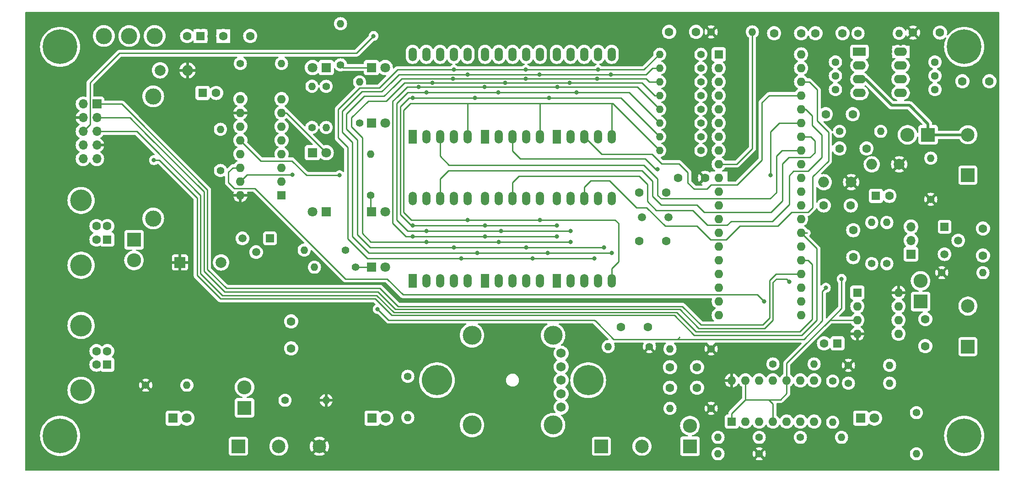
<source format=gbr>
%TF.GenerationSoftware,KiCad,Pcbnew,8.0.1*%
%TF.CreationDate,2024-04-17T00:29:27+02:00*%
%TF.ProjectId,Solaranlage,536f6c61-7261-46e6-9c61-67652e6b6963,rev?*%
%TF.SameCoordinates,Original*%
%TF.FileFunction,Copper,L2,Bot*%
%TF.FilePolarity,Positive*%
%FSLAX46Y46*%
G04 Gerber Fmt 4.6, Leading zero omitted, Abs format (unit mm)*
G04 Created by KiCad (PCBNEW 8.0.1) date 2024-04-17 00:29:27*
%MOMM*%
%LPD*%
G01*
G04 APERTURE LIST*
%TA.AperFunction,ComponentPad*%
%ADD10C,1.400000*%
%TD*%
%TA.AperFunction,ComponentPad*%
%ADD11O,1.400000X1.400000*%
%TD*%
%TA.AperFunction,ComponentPad*%
%ADD12R,1.524000X2.524000*%
%TD*%
%TA.AperFunction,ComponentPad*%
%ADD13O,1.524000X2.524000*%
%TD*%
%TA.AperFunction,ComponentPad*%
%ADD14C,0.800000*%
%TD*%
%TA.AperFunction,ComponentPad*%
%ADD15C,6.400000*%
%TD*%
%TA.AperFunction,ComponentPad*%
%ADD16C,1.600000*%
%TD*%
%TA.AperFunction,ComponentPad*%
%ADD17C,3.500000*%
%TD*%
%TA.AperFunction,ComponentPad*%
%ADD18C,1.750000*%
%TD*%
%TA.AperFunction,ComponentPad*%
%ADD19R,1.800000X1.800000*%
%TD*%
%TA.AperFunction,ComponentPad*%
%ADD20C,1.800000*%
%TD*%
%TA.AperFunction,ComponentPad*%
%ADD21C,3.000000*%
%TD*%
%TA.AperFunction,ComponentPad*%
%ADD22R,1.600000X1.600000*%
%TD*%
%TA.AperFunction,ComponentPad*%
%ADD23R,2.400000X1.600000*%
%TD*%
%TA.AperFunction,ComponentPad*%
%ADD24O,2.400000X1.600000*%
%TD*%
%TA.AperFunction,ComponentPad*%
%ADD25O,1.600000X1.600000*%
%TD*%
%TA.AperFunction,ComponentPad*%
%ADD26C,4.000000*%
%TD*%
%TA.AperFunction,ComponentPad*%
%ADD27R,1.700000X1.700000*%
%TD*%
%TA.AperFunction,ComponentPad*%
%ADD28O,1.700000X1.700000*%
%TD*%
%TA.AperFunction,ComponentPad*%
%ADD29R,1.500000X1.500000*%
%TD*%
%TA.AperFunction,ComponentPad*%
%ADD30C,1.500000*%
%TD*%
%TA.AperFunction,ComponentPad*%
%ADD31C,5.600000*%
%TD*%
%TA.AperFunction,ComponentPad*%
%ADD32R,2.500000X2.500000*%
%TD*%
%TA.AperFunction,ComponentPad*%
%ADD33C,2.500000*%
%TD*%
%TA.AperFunction,ComponentPad*%
%ADD34C,1.440000*%
%TD*%
%TA.AperFunction,ComponentPad*%
%ADD35C,2.000000*%
%TD*%
%TA.AperFunction,ComponentPad*%
%ADD36O,2.000000X2.000000*%
%TD*%
%TA.AperFunction,ComponentPad*%
%ADD37R,2.600000X2.600000*%
%TD*%
%TA.AperFunction,ComponentPad*%
%ADD38O,2.600000X2.600000*%
%TD*%
%TA.AperFunction,ComponentPad*%
%ADD39R,2.000000X2.000000*%
%TD*%
%TA.AperFunction,ViaPad*%
%ADD40C,0.800000*%
%TD*%
%TA.AperFunction,Conductor*%
%ADD41C,0.250000*%
%TD*%
%TA.AperFunction,Conductor*%
%ADD42C,0.500000*%
%TD*%
G04 APERTURE END LIST*
D10*
%TO.P,R11,1*%
%TO.N,+5V*%
X175768000Y-58928000D03*
D11*
%TO.P,R11,2*%
%TO.N,\u005CRST*%
X183388000Y-58928000D03*
%TD*%
D12*
%TO.P,U3,1,E*%
%TO.N,/E_2*%
X133928000Y-78328000D03*
D13*
%TO.P,U3,2,D*%
%TO.N,/D_2*%
X136468000Y-78328000D03*
%TO.P,U3,3,CC*%
%TO.N,/DZ*%
X139008000Y-78328000D03*
%TO.P,U3,4,C*%
%TO.N,/C_2*%
X141548000Y-78328000D03*
%TO.P,U3,5,DP*%
%TO.N,/DP_2*%
X144088000Y-78328000D03*
%TO.P,U3,6,B*%
%TO.N,/B_2*%
X144088000Y-63088000D03*
%TO.P,U3,7,A*%
%TO.N,/A_2*%
X141548000Y-63088000D03*
%TO.P,U3,8,CC*%
%TO.N,/DZ*%
X139008000Y-63088000D03*
%TO.P,U3,9,F*%
%TO.N,/F_2*%
X136468000Y-63088000D03*
%TO.P,U3,10,G*%
%TO.N,/G_2*%
X133928000Y-63088000D03*
%TD*%
D12*
%TO.P,U1,1,E*%
%TO.N,/E_2*%
X120523000Y-78328000D03*
D13*
%TO.P,U1,2,D*%
%TO.N,/D_2*%
X123063000Y-78328000D03*
%TO.P,U1,3,CC*%
%TO.N,/DH*%
X125603000Y-78328000D03*
%TO.P,U1,4,C*%
%TO.N,/C_2*%
X128143000Y-78328000D03*
%TO.P,U1,5,DP*%
%TO.N,/DP_2*%
X130683000Y-78328000D03*
%TO.P,U1,6,B*%
%TO.N,/B_2*%
X130683000Y-63088000D03*
%TO.P,U1,7,A*%
%TO.N,/A_2*%
X128143000Y-63088000D03*
%TO.P,U1,8,CC*%
%TO.N,/DH*%
X125603000Y-63088000D03*
%TO.P,U1,9,F*%
%TO.N,/F_2*%
X123063000Y-63088000D03*
%TO.P,U1,10,G*%
%TO.N,/G_2*%
X120523000Y-63088000D03*
%TD*%
D14*
%TO.P,H1,1,1*%
%TO.N,GND*%
X52878000Y-133708000D03*
X53580944Y-132010944D03*
X53580944Y-135405056D03*
X55278000Y-131308000D03*
D15*
X55278000Y-133708000D03*
D14*
X55278000Y-136108000D03*
X56975056Y-132010944D03*
X56975056Y-135405056D03*
X57678000Y-133708000D03*
%TD*%
%TO.P,H3,1,1*%
%TO.N,GND*%
X52878000Y-61708000D03*
X53580944Y-60010944D03*
X53580944Y-63405056D03*
X55278000Y-59308000D03*
D15*
X55278000Y-61708000D03*
D14*
X55278000Y-64108000D03*
X56975056Y-60010944D03*
X56975056Y-63405056D03*
X57678000Y-61708000D03*
%TD*%
%TO.P,H4,1,1*%
%TO.N,GND*%
X220188000Y-133708000D03*
X220890944Y-132010944D03*
X220890944Y-135405056D03*
X222588000Y-131308000D03*
D15*
X222588000Y-133708000D03*
D14*
X222588000Y-136108000D03*
X224285056Y-132010944D03*
X224285056Y-135405056D03*
X224988000Y-133708000D03*
%TD*%
D16*
%TO.P,C3,1*%
%TO.N,Net-(D8-A1)*%
X222250000Y-68072000D03*
%TO.P,C3,2*%
%TO.N,GND*%
X227250000Y-68072000D03*
%TD*%
%TO.P,C5,1*%
%TO.N,\u005CRST*%
X172974000Y-58928000D03*
%TO.P,C5,2*%
%TO.N,GND*%
X167974000Y-58928000D03*
%TD*%
D12*
%TO.P,U5,1,E*%
%TO.N,/E_2*%
X147193000Y-78328000D03*
D13*
%TO.P,U5,2,D*%
%TO.N,/D_2*%
X149733000Y-78328000D03*
%TO.P,U5,3,CC*%
%TO.N,/DE*%
X152273000Y-78328000D03*
%TO.P,U5,4,C*%
%TO.N,/C_2*%
X154813000Y-78328000D03*
%TO.P,U5,5,DP*%
%TO.N,/DP_2*%
X157353000Y-78328000D03*
%TO.P,U5,6,B*%
%TO.N,/B_2*%
X157353000Y-63088000D03*
%TO.P,U5,7,A*%
%TO.N,/A_2*%
X154813000Y-63088000D03*
%TO.P,U5,8,CC*%
%TO.N,/DE*%
X152273000Y-63088000D03*
%TO.P,U5,9,F*%
%TO.N,/F_2*%
X149733000Y-63088000D03*
%TO.P,U5,10,G*%
%TO.N,/G_2*%
X147193000Y-63088000D03*
%TD*%
D14*
%TO.P,H2,1,1*%
%TO.N,GND*%
X220188000Y-61708000D03*
X220890944Y-60010944D03*
X220890944Y-63405056D03*
X222588000Y-59308000D03*
D15*
X222588000Y-61708000D03*
D14*
X222588000Y-64108000D03*
X224285056Y-60010944D03*
X224285056Y-63405056D03*
X224988000Y-61708000D03*
%TD*%
D12*
%TO.P,U6,1,E*%
%TO.N,/E_2*%
X147193000Y-104998000D03*
D13*
%TO.P,U6,2,D*%
%TO.N,/D_2*%
X149733000Y-104998000D03*
%TO.P,U6,3,CC*%
%TO.N,/KE*%
X152273000Y-104998000D03*
%TO.P,U6,4,C*%
%TO.N,/C_2*%
X154813000Y-104998000D03*
%TO.P,U6,5,DP*%
%TO.N,/DP_2*%
X157353000Y-104998000D03*
%TO.P,U6,6,B*%
%TO.N,/B_2*%
X157353000Y-89758000D03*
%TO.P,U6,7,A*%
%TO.N,/A_2*%
X154813000Y-89758000D03*
%TO.P,U6,8,CC*%
%TO.N,/KE*%
X152273000Y-89758000D03*
%TO.P,U6,9,F*%
%TO.N,/F_2*%
X149733000Y-89758000D03*
%TO.P,U6,10,G*%
%TO.N,/G_2*%
X147193000Y-89758000D03*
%TD*%
D12*
%TO.P,U4,1,E*%
%TO.N,/E_2*%
X133928000Y-104998000D03*
D13*
%TO.P,U4,2,D*%
%TO.N,/D_2*%
X136468000Y-104998000D03*
%TO.P,U4,3,CC*%
%TO.N,/KZ*%
X139008000Y-104998000D03*
%TO.P,U4,4,C*%
%TO.N,/C_2*%
X141548000Y-104998000D03*
%TO.P,U4,5,DP*%
%TO.N,/DP_2*%
X144088000Y-104998000D03*
%TO.P,U4,6,B*%
%TO.N,/B_2*%
X144088000Y-89758000D03*
%TO.P,U4,7,A*%
%TO.N,/A_2*%
X141548000Y-89758000D03*
%TO.P,U4,8,CC*%
%TO.N,/KZ*%
X139008000Y-89758000D03*
%TO.P,U4,9,F*%
%TO.N,/F_2*%
X136468000Y-89758000D03*
%TO.P,U4,10,G*%
%TO.N,/G_2*%
X133928000Y-89758000D03*
%TD*%
D12*
%TO.P,U2,1,E*%
%TO.N,/E_2*%
X120523000Y-104998000D03*
D13*
%TO.P,U2,2,D*%
%TO.N,/D_2*%
X123063000Y-104998000D03*
%TO.P,U2,3,CC*%
%TO.N,/KH*%
X125603000Y-104998000D03*
%TO.P,U2,4,C*%
%TO.N,/C_2*%
X128143000Y-104998000D03*
%TO.P,U2,5,DP*%
%TO.N,/DP_2*%
X130683000Y-104998000D03*
%TO.P,U2,6,B*%
%TO.N,/B_2*%
X130683000Y-89758000D03*
%TO.P,U2,7,A*%
%TO.N,/A_2*%
X128143000Y-89758000D03*
%TO.P,U2,8,CC*%
%TO.N,/KH*%
X125603000Y-89758000D03*
%TO.P,U2,9,F*%
%TO.N,/F_2*%
X123063000Y-89758000D03*
%TO.P,U2,10,G*%
%TO.N,/G_2*%
X120523000Y-89758000D03*
%TD*%
D17*
%TO.P,SW1,*%
%TO.N,*%
X131508000Y-131713000D03*
X146508000Y-131713000D03*
X131508000Y-115113000D03*
X146508000Y-115113000D03*
D18*
%TO.P,SW1,A,A*%
%TO.N,ENC_A*%
X148008000Y-125913000D03*
%TO.P,SW1,B,B*%
%TO.N,ENC_B*%
X148008000Y-120913000D03*
%TO.P,SW1,COM,COM*%
%TO.N,GND*%
X148008000Y-123413000D03*
%TO.P,SW1,D,D*%
X148008000Y-128413000D03*
%TO.P,SW1,E,E*%
%TO.N,SW1*%
X148008000Y-118413000D03*
%TD*%
D16*
%TO.P,C9,1*%
%TO.N,SW1*%
X164084000Y-113538000D03*
%TO.P,C9,2*%
%TO.N,GND*%
X159084000Y-113538000D03*
%TD*%
D19*
%TO.P,D2,1,K*%
%TO.N,GND*%
X113030000Y-130429000D03*
D20*
%TO.P,D2,2,A*%
%TO.N,Net-(D2-A)*%
X115570000Y-130429000D03*
%TD*%
D10*
%TO.P,R14,1*%
%TO.N,+5V*%
X175768000Y-128620000D03*
D11*
%TO.P,R14,2*%
%TO.N,ENC_A*%
X168148000Y-128620000D03*
%TD*%
D16*
%TO.P,C6,1*%
%TO.N,ENC_A*%
X168148000Y-124810000D03*
%TO.P,C6,2*%
%TO.N,GND*%
X173148000Y-124810000D03*
%TD*%
D10*
%TO.P,R16,1*%
%TO.N,+5V*%
X164338000Y-117190000D03*
D11*
%TO.P,R16,2*%
%TO.N,SW1*%
X156718000Y-117190000D03*
%TD*%
D10*
%TO.P,R15,1*%
%TO.N,+5V*%
X175768000Y-117602000D03*
D11*
%TO.P,R15,2*%
%TO.N,ENC_B*%
X168148000Y-117602000D03*
%TD*%
D10*
%TO.P,R17,1*%
%TO.N,+5V*%
X71130000Y-124333000D03*
D11*
%TO.P,R17,2*%
%TO.N,Net-(D1-A)*%
X78750000Y-124333000D03*
%TD*%
D16*
%TO.P,C8,1*%
%TO.N,ENC_B*%
X168148000Y-121000000D03*
%TO.P,C8,2*%
%TO.N,GND*%
X173148000Y-121000000D03*
%TD*%
%TO.P,C4,1*%
%TO.N,Net-(D9-A1)*%
X226060000Y-100330000D03*
%TO.P,C4,2*%
%TO.N,GND*%
X226060000Y-95330000D03*
%TD*%
D21*
%TO.P,SW2,1,A*%
%TO.N,Net-(SW2-A)*%
X72782000Y-59690000D03*
%TO.P,SW2,2,B*%
%TO.N,Net-(SW2-B)*%
X68082000Y-59690000D03*
%TO.P,SW2,3,C*%
%TO.N,unconnected-(SW2-C-Pad3)*%
X63382000Y-59690000D03*
%TD*%
D19*
%TO.P,D3,1,K*%
%TO.N,GND*%
X203454000Y-130429000D03*
D20*
%TO.P,D3,2,A*%
%TO.N,Net-(D3-A)*%
X205994000Y-130429000D03*
%TD*%
D10*
%TO.P,R20,1*%
%TO.N,/PWM2*%
X201168000Y-123952000D03*
D11*
%TO.P,R20,2*%
%TO.N,Net-(D3-A)*%
X208788000Y-123952000D03*
%TD*%
D10*
%TO.P,R22,1*%
%TO.N,Net-(C15-Pad2)*%
X205486000Y-101834000D03*
D11*
%TO.P,R22,2*%
%TO.N,GND*%
X205486000Y-94214000D03*
%TD*%
D10*
%TO.P,R23,1*%
%TO.N,Net-(C15-Pad2)*%
X208280000Y-101834000D03*
D11*
%TO.P,R23,2*%
%TO.N,Net-(Q1-B)*%
X208280000Y-94214000D03*
%TD*%
D22*
%TO.P,C16,1*%
%TO.N,Net-(Q1-C)*%
X199136000Y-116586000D03*
D16*
%TO.P,C16,2*%
%TO.N,GND*%
X196636000Y-116586000D03*
%TD*%
D10*
%TO.P,R24,1*%
%TO.N,+5V*%
X201168000Y-120650000D03*
D11*
%TO.P,R24,2*%
%TO.N,Net-(Q1-C)*%
X208788000Y-120650000D03*
%TD*%
D10*
%TO.P,R2,1*%
%TO.N,+5V*%
X218440000Y-103505000D03*
D11*
%TO.P,R2,2*%
%TO.N,Net-(D9-A1)*%
X226060000Y-103505000D03*
%TD*%
D16*
%TO.P,C15,1*%
%TO.N,WDI*%
X202057000Y-95631000D03*
%TO.P,C15,2*%
%TO.N,Net-(C15-Pad2)*%
X202057000Y-100631000D03*
%TD*%
%TO.P,C19,1*%
%TO.N,/KELLER_ADC*%
X196977000Y-74168000D03*
%TO.P,C19,2*%
%TO.N,GND*%
X201977000Y-74168000D03*
%TD*%
%TO.P,C12,1*%
%TO.N,/XTAL2*%
X162433000Y-88646000D03*
%TO.P,C12,2*%
%TO.N,GND*%
X167433000Y-88646000D03*
%TD*%
%TO.P,C14,1*%
%TO.N,+5V*%
X174625000Y-85948000D03*
%TO.P,C14,2*%
%TO.N,GND*%
X169625000Y-85948000D03*
%TD*%
D23*
%TO.P,U9,1*%
%TO.N,Net-(R29-Pad2)*%
X203200000Y-62611000D03*
D24*
%TO.P,U9,2,-*%
%TO.N,Net-(U9A--)*%
X203200000Y-65151000D03*
%TO.P,U9,3,+*%
%TO.N,Net-(D8-A1)*%
X203200000Y-67691000D03*
%TO.P,U9,4,V-*%
%TO.N,GND*%
X203200000Y-70231000D03*
%TO.P,U9,5,+*%
%TO.N,Net-(D9-A1)*%
X210820000Y-70231000D03*
%TO.P,U9,6,-*%
%TO.N,Net-(U9B--)*%
X210820000Y-67691000D03*
%TO.P,U9,7*%
%TO.N,Net-(R30-Pad2)*%
X210820000Y-65151000D03*
%TO.P,U9,8,V+*%
%TO.N,+5V*%
X210820000Y-62611000D03*
%TD*%
D16*
%TO.P,C17,1*%
%TO.N,/DACH_ADC*%
X192405000Y-59182000D03*
%TO.P,C17,2*%
%TO.N,GND*%
X187405000Y-59182000D03*
%TD*%
%TO.P,C20,1*%
%TO.N,+5V*%
X213106000Y-59055000D03*
%TO.P,C20,2*%
%TO.N,GND*%
X218106000Y-59055000D03*
%TD*%
D10*
%TO.P,R3,1*%
%TO.N,/A*%
X173863000Y-63088000D03*
D11*
%TO.P,R3,2*%
%TO.N,/A_2*%
X166243000Y-63088000D03*
%TD*%
D10*
%TO.P,R7,1*%
%TO.N,/B*%
X173863000Y-65628000D03*
D11*
%TO.P,R7,2*%
%TO.N,/B_2*%
X166243000Y-65628000D03*
%TD*%
D10*
%TO.P,R4,1*%
%TO.N,/C*%
X173863000Y-68168000D03*
D11*
%TO.P,R4,2*%
%TO.N,/C_2*%
X166243000Y-68168000D03*
%TD*%
D10*
%TO.P,R6,1*%
%TO.N,/G*%
X173863000Y-78328000D03*
D11*
%TO.P,R6,2*%
%TO.N,/G_2*%
X166243000Y-78328000D03*
%TD*%
D10*
%TO.P,R10,1*%
%TO.N,/DP*%
X173863000Y-80868000D03*
D11*
%TO.P,R10,2*%
%TO.N,/DP_2*%
X166243000Y-80868000D03*
%TD*%
D10*
%TO.P,R8,1*%
%TO.N,/D*%
X173863000Y-70708000D03*
D11*
%TO.P,R8,2*%
%TO.N,/D_2*%
X166243000Y-70708000D03*
%TD*%
D10*
%TO.P,R9,1*%
%TO.N,/F*%
X173863000Y-75788000D03*
D11*
%TO.P,R9,2*%
%TO.N,/F_2*%
X166243000Y-75788000D03*
%TD*%
D10*
%TO.P,R5,1*%
%TO.N,/E*%
X173863000Y-73248000D03*
D11*
%TO.P,R5,2*%
%TO.N,/E_2*%
X166243000Y-73248000D03*
%TD*%
D22*
%TO.P,U7,1,PB0*%
%TO.N,/A*%
X177165000Y-63093600D03*
D25*
%TO.P,U7,2,PB1*%
%TO.N,/B*%
X177165000Y-65633600D03*
%TO.P,U7,3,PB2*%
%TO.N,/C*%
X177165000Y-68173600D03*
%TO.P,U7,4,PB3*%
%TO.N,/D*%
X177165000Y-70713600D03*
%TO.P,U7,5,PB4*%
%TO.N,/E*%
X177165000Y-73253600D03*
%TO.P,U7,6,PB5*%
%TO.N,/F*%
X177165000Y-75793600D03*
%TO.P,U7,7,PB6*%
%TO.N,/G*%
X177165000Y-78333600D03*
%TO.P,U7,8,PB7*%
%TO.N,/DP*%
X177165000Y-80873600D03*
%TO.P,U7,9,~{RESET}*%
%TO.N,\u005CRST*%
X177165000Y-83413600D03*
%TO.P,U7,10,VCC*%
%TO.N,+5V*%
X177165000Y-85953600D03*
%TO.P,U7,11,GND*%
%TO.N,GND*%
X177165000Y-88493600D03*
%TO.P,U7,12,XTAL2*%
%TO.N,/XTAL2*%
X177165000Y-91033600D03*
%TO.P,U7,13,XTAL1*%
%TO.N,/XTAL1*%
X177165000Y-93573600D03*
%TO.P,U7,14,PD0*%
%TO.N,RxD*%
X177165000Y-96113600D03*
%TO.P,U7,15,PD1*%
%TO.N,TxD*%
X177165000Y-98653600D03*
%TO.P,U7,16,PD2*%
%TO.N,ENC_A*%
X177165000Y-101193600D03*
%TO.P,U7,17,PD3*%
%TO.N,SW1*%
X177165000Y-103733600D03*
%TO.P,U7,18,PD4*%
%TO.N,ENC_B*%
X177165000Y-106273600D03*
%TO.P,U7,19,PD5*%
%TO.N,/Heart_LED*%
X177165000Y-108813600D03*
%TO.P,U7,20,PD6*%
%TO.N,/1-wire*%
X177165000Y-111353600D03*
%TO.P,U7,21,PD7*%
%TO.N,PWM*%
X192405000Y-111353600D03*
%TO.P,U7,22,PC0*%
%TO.N,SR_DATA*%
X192405000Y-108813600D03*
%TO.P,U7,23,PC1*%
%TO.N,SR_CLOCK*%
X192405000Y-106273600D03*
%TO.P,U7,24,PC2*%
%TO.N,TCK*%
X192405000Y-103733600D03*
%TO.P,U7,25,PC3*%
%TO.N,TMS*%
X192405000Y-101193600D03*
%TO.P,U7,26,PC4*%
%TO.N,TDO*%
X192405000Y-98653600D03*
%TO.P,U7,27,PC5*%
%TO.N,TDI*%
X192405000Y-96113600D03*
%TO.P,U7,28,PC6*%
%TO.N,WDI*%
X192405000Y-93573600D03*
%TO.P,U7,29,PC7*%
%TO.N,SR_LATCH*%
X192405000Y-91033600D03*
%TO.P,U7,30,AVCC*%
%TO.N,/AVCC*%
X192405000Y-88493600D03*
%TO.P,U7,31,GND*%
%TO.N,GND*%
X192405000Y-85953600D03*
%TO.P,U7,32,AREF*%
%TO.N,/AREF*%
X192405000Y-83413600D03*
%TO.P,U7,33,PA7*%
%TO.N,/DH*%
X192405000Y-80873600D03*
%TO.P,U7,34,PA6*%
%TO.N,/KH*%
X192405000Y-78333600D03*
%TO.P,U7,35,PA5*%
%TO.N,/DZ*%
X192405000Y-75793600D03*
%TO.P,U7,36,PA4*%
%TO.N,/KZ*%
X192405000Y-73253600D03*
%TO.P,U7,37,PA3*%
%TO.N,/DE*%
X192405000Y-70713600D03*
%TO.P,U7,38,PA2*%
%TO.N,/KE*%
X192405000Y-68173600D03*
%TO.P,U7,39,PA1*%
%TO.N,/KELLER_ADC*%
X192405000Y-65633600D03*
%TO.P,U7,40,PA0*%
%TO.N,/DACH_ADC*%
X192405000Y-63093600D03*
%TD*%
D16*
%TO.P,C13,1*%
%TO.N,/XTAL1*%
X167433000Y-97663000D03*
%TO.P,C13,2*%
%TO.N,GND*%
X162433000Y-97663000D03*
%TD*%
D10*
%TO.P,R25,1*%
%TO.N,Net-(D4-K)*%
X107188000Y-65024000D03*
D11*
%TO.P,R25,2*%
%TO.N,GND*%
X107188000Y-57404000D03*
%TD*%
D19*
%TO.P,D4,1,K*%
%TO.N,Net-(D4-K)*%
X112903000Y-65532000D03*
D20*
%TO.P,D4,2,A*%
%TO.N,temp_dach_ind*%
X115443000Y-65532000D03*
%TD*%
D16*
%TO.P,C21,1*%
%TO.N,/KELLER_ADC*%
X199517000Y-80518000D03*
%TO.P,C21,2*%
%TO.N,GND*%
X204517000Y-80518000D03*
%TD*%
%TO.P,C10,1*%
%TO.N,/DACH_ADC*%
X195072000Y-59182000D03*
%TO.P,C10,2*%
%TO.N,GND*%
X200072000Y-59182000D03*
%TD*%
D10*
%TO.P,R29,1*%
%TO.N,/DACH_ADC*%
X202946000Y-59182000D03*
D11*
%TO.P,R29,2*%
%TO.N,Net-(R29-Pad2)*%
X210566000Y-59182000D03*
%TD*%
D10*
%TO.P,R30,1*%
%TO.N,/KELLER_ADC*%
X199517000Y-77343000D03*
D11*
%TO.P,R30,2*%
%TO.N,Net-(R30-Pad2)*%
X207137000Y-77343000D03*
%TD*%
D16*
%TO.P,C2,1*%
%TO.N,/AVCC*%
X196596000Y-91059000D03*
%TO.P,C2,2*%
%TO.N,GND*%
X201596000Y-91059000D03*
%TD*%
%TO.P,C22,1*%
%TO.N,Net-(U8-3V3OUT)*%
X98044000Y-112522000D03*
%TO.P,C22,2*%
%TO.N,GND*%
X98044000Y-117522000D03*
%TD*%
D10*
%TO.P,R12,1*%
%TO.N,Net-(R12-Pad1)*%
X184658000Y-133985000D03*
D11*
%TO.P,R12,2*%
%TO.N,/PWM2*%
X177038000Y-133985000D03*
%TD*%
D10*
%TO.P,R13,1*%
%TO.N,Net-(R13-Pad1)*%
X192278000Y-133985000D03*
D11*
%TO.P,R13,2*%
%TO.N,/PWM2*%
X199898000Y-133985000D03*
%TD*%
D10*
%TO.P,R21,1*%
%TO.N,Net-(R21-Pad1)*%
X187198000Y-120396000D03*
D11*
%TO.P,R21,2*%
%TO.N,/PWM2*%
X194818000Y-120396000D03*
%TD*%
D22*
%TO.P,U12,1,QB*%
%TO.N,temp_keller_ind*%
X96266000Y-89154000D03*
D25*
%TO.P,U12,2,QC*%
%TO.N,mode_ind*%
X96266000Y-86614000D03*
%TO.P,U12,3,QD*%
%TO.N,k_ind*%
X96266000Y-84074000D03*
%TO.P,U12,4,QE*%
%TO.N,delta2_ind*%
X96266000Y-81534000D03*
%TO.P,U12,5,QF*%
%TO.N,delta1_ind*%
X96266000Y-78994000D03*
%TO.P,U12,6,QG*%
%TO.N,Net-(U12-QG)*%
X96266000Y-76454000D03*
%TO.P,U12,7,QH*%
%TO.N,pwm_ind*%
X96266000Y-73914000D03*
%TO.P,U12,8,GND*%
%TO.N,GND*%
X96266000Y-71374000D03*
%TO.P,U12,9,QH'*%
%TO.N,unconnected-(U12-QH'-Pad9)*%
X88646000Y-71374000D03*
%TO.P,U12,10,~{SRCLR}*%
%TO.N,+5V*%
X88646000Y-73914000D03*
%TO.P,U12,11,SRCLK*%
%TO.N,SR_CLOCK*%
X88646000Y-76454000D03*
%TO.P,U12,12,RCLK*%
%TO.N,SR_LATCH*%
X88646000Y-78994000D03*
%TO.P,U12,13,~{OE}*%
%TO.N,GND*%
X88646000Y-81534000D03*
%TO.P,U12,14,SER*%
%TO.N,SR_DATA*%
X88646000Y-84074000D03*
%TO.P,U12,15,QA*%
%TO.N,temp_dach_ind*%
X88646000Y-86614000D03*
%TO.P,U12,16,VCC*%
%TO.N,+5V*%
X88646000Y-89154000D03*
%TD*%
D22*
%TO.P,U10,1,GND*%
%TO.N,GND*%
X202819000Y-107188000D03*
D25*
%TO.P,U10,2,TR*%
%TO.N,Net-(Q1-C)*%
X202819000Y-109728000D03*
%TO.P,U10,3,Q*%
%TO.N,\u005CRST*%
X202819000Y-112268000D03*
%TO.P,U10,4,R*%
%TO.N,+5V*%
X202819000Y-114808000D03*
%TO.P,U10,5,CV*%
%TO.N,Net-(U10-CV)*%
X210439000Y-114808000D03*
%TO.P,U10,6,THR*%
%TO.N,Net-(Q1-C)*%
X210439000Y-112268000D03*
%TO.P,U10,7,DIS*%
%TO.N,unconnected-(U10-DIS-Pad7)*%
X210439000Y-109728000D03*
%TO.P,U10,8,VCC*%
%TO.N,+5V*%
X210439000Y-107188000D03*
%TD*%
D16*
%TO.P,C1,1*%
%TO.N,Net-(U10-CV)*%
X215392000Y-117094000D03*
%TO.P,C1,2*%
%TO.N,GND*%
X215392000Y-112094000D03*
%TD*%
D22*
%TO.P,J4,1,VBUS*%
%TO.N,unconnected-(J4-VBUS-Pad1)*%
X64018000Y-120523000D03*
D16*
%TO.P,J4,2,D-*%
%TO.N,Net-(J4-D-)*%
X64018000Y-118023000D03*
%TO.P,J4,3,D+*%
%TO.N,Net-(J4-D+)*%
X62018000Y-118023000D03*
%TO.P,J4,4,GND*%
%TO.N,GND*%
X62018000Y-120523000D03*
D26*
%TO.P,J4,5,Shield*%
X59158000Y-125273000D03*
X59158000Y-113273000D03*
%TD*%
D22*
%TO.P,J5,1,VBUS*%
%TO.N,Net-(D10-A1)*%
X64018000Y-97378000D03*
D16*
%TO.P,J5,2,D-*%
%TO.N,unconnected-(J5-D--Pad2)*%
X64018000Y-94878000D03*
%TO.P,J5,3,D+*%
%TO.N,unconnected-(J5-D+-Pad3)*%
X62018000Y-94878000D03*
%TO.P,J5,4,GND*%
%TO.N,GND*%
X62018000Y-97378000D03*
D26*
%TO.P,J5,5,Shield*%
X59158000Y-102128000D03*
X59158000Y-90128000D03*
%TD*%
D27*
%TO.P,J3,1,TCK*%
%TO.N,TCK*%
X62078000Y-72263000D03*
D28*
%TO.P,J3,2,GND*%
%TO.N,GND*%
X59538000Y-72263000D03*
%TO.P,J3,3,TDO*%
%TO.N,TDO*%
X62078000Y-74803000D03*
%TO.P,J3,4,VREF*%
%TO.N,+5V*%
X59538000Y-74803000D03*
%TO.P,J3,5,TMS*%
%TO.N,TMS*%
X62078000Y-77343000D03*
%TO.P,J3,6,~{SRST}*%
%TO.N,\u005CRST*%
X59538000Y-77343000D03*
%TO.P,J3,7,VCC*%
%TO.N,+5V*%
X62078000Y-79883000D03*
%TO.P,J3,8,~{TRST}*%
%TO.N,unconnected-(J3-~{TRST}-Pad8)*%
X59538000Y-79883000D03*
%TO.P,J3,9,TDI*%
%TO.N,TDI*%
X62078000Y-82423000D03*
%TO.P,J3,10,GND*%
%TO.N,GND*%
X59538000Y-82423000D03*
%TD*%
D10*
%TO.P,R33,1*%
%TO.N,/1-wire*%
X96901000Y-127127000D03*
D11*
%TO.P,R33,2*%
%TO.N,+5V*%
X104521000Y-127127000D03*
%TD*%
D10*
%TO.P,R34,1*%
%TO.N,+5V*%
X184658000Y-137033000D03*
D11*
%TO.P,R34,2*%
%TO.N,/PWM2*%
X177038000Y-137033000D03*
%TD*%
D10*
%TO.P,R35,1*%
%TO.N,Net-(Q2-B)*%
X84963000Y-84582000D03*
D11*
%TO.P,R35,2*%
%TO.N,Net-(U12-QG)*%
X84963000Y-76962000D03*
%TD*%
D29*
%TO.P,Q2,1,E*%
%TO.N,GND*%
X94107000Y-97155000D03*
D30*
%TO.P,Q2,2,B*%
%TO.N,Net-(Q2-B)*%
X91567000Y-99695000D03*
%TO.P,Q2,3,C*%
%TO.N,Net-(BZ1-+)*%
X89027000Y-97155000D03*
%TD*%
D22*
%TO.P,U11,1*%
%TO.N,\u005CRST*%
X179578000Y-131064000D03*
D25*
%TO.P,U11,2*%
%TO.N,PWM*%
X182118000Y-131064000D03*
%TO.P,U11,3*%
%TO.N,Net-(R12-Pad1)*%
X184658000Y-131064000D03*
%TO.P,U11,4*%
%TO.N,\u005CRST*%
X187198000Y-131064000D03*
%TO.P,U11,5*%
%TO.N,PWM*%
X189738000Y-131064000D03*
%TO.P,U11,6*%
%TO.N,Net-(R13-Pad1)*%
X192278000Y-131064000D03*
%TO.P,U11,7,GND*%
%TO.N,GND*%
X194818000Y-131064000D03*
%TO.P,U11,8*%
%TO.N,Net-(R19-Pad1)*%
X194818000Y-123444000D03*
%TO.P,U11,9*%
%TO.N,PWM*%
X192278000Y-123444000D03*
%TO.P,U11,10*%
%TO.N,\u005CRST*%
X189738000Y-123444000D03*
%TO.P,U11,11*%
%TO.N,Net-(R21-Pad1)*%
X187198000Y-123444000D03*
%TO.P,U11,12*%
%TO.N,PWM*%
X184658000Y-123444000D03*
%TO.P,U11,13*%
%TO.N,\u005CRST*%
X182118000Y-123444000D03*
%TO.P,U11,14,VCC*%
%TO.N,+5V*%
X179578000Y-123444000D03*
%TD*%
D10*
%TO.P,R19,1*%
%TO.N,Net-(R19-Pad1)*%
X198247000Y-123571000D03*
D11*
%TO.P,R19,2*%
%TO.N,/PWM2*%
X198247000Y-131191000D03*
%TD*%
D10*
%TO.P,R1,1*%
%TO.N,+5V*%
X216408000Y-89916000D03*
D11*
%TO.P,R1,2*%
%TO.N,Net-(D8-A1)*%
X216408000Y-82296000D03*
%TD*%
D10*
%TO.P,R28,1*%
%TO.N,Net-(D7-K)*%
X109982000Y-102489000D03*
D11*
%TO.P,R28,2*%
%TO.N,GND*%
X102362000Y-102489000D03*
%TD*%
D19*
%TO.P,D12,1,K*%
%TO.N,Net-(D12-K)*%
X104521000Y-92202000D03*
D20*
%TO.P,D12,2,A*%
%TO.N,delta2_ind*%
X101981000Y-92202000D03*
%TD*%
D19*
%TO.P,D6,1,K*%
%TO.N,Net-(D6-K)*%
X112903000Y-75819000D03*
D20*
%TO.P,D6,2,A*%
%TO.N,mode_ind*%
X115443000Y-75819000D03*
%TD*%
D10*
%TO.P,R31,1*%
%TO.N,Net-(D12-K)*%
X108077000Y-99314000D03*
D11*
%TO.P,R31,2*%
%TO.N,GND*%
X100457000Y-99314000D03*
%TD*%
D19*
%TO.P,D7,1,K*%
%TO.N,Net-(D7-K)*%
X112903000Y-102489000D03*
D20*
%TO.P,D7,2,A*%
%TO.N,k_ind*%
X115443000Y-102489000D03*
%TD*%
D10*
%TO.P,R32,1*%
%TO.N,Net-(D13-K)*%
X104500000Y-69000000D03*
D11*
%TO.P,R32,2*%
%TO.N,GND*%
X104500000Y-76620000D03*
%TD*%
D10*
%TO.P,R26,1*%
%TO.N,Net-(D5-K)*%
X112776000Y-89154000D03*
D11*
%TO.P,R26,2*%
%TO.N,GND*%
X112776000Y-81534000D03*
%TD*%
D19*
%TO.P,D5,1,K*%
%TO.N,Net-(D5-K)*%
X112903000Y-92202000D03*
D20*
%TO.P,D5,2,A*%
%TO.N,temp_keller_ind*%
X115443000Y-92202000D03*
%TD*%
D19*
%TO.P,D13,1,K*%
%TO.N,Net-(D13-K)*%
X104521000Y-65532000D03*
D20*
%TO.P,D13,2,A*%
%TO.N,delta1_ind*%
X101981000Y-65532000D03*
%TD*%
D10*
%TO.P,R27,1*%
%TO.N,Net-(D6-K)*%
X110700000Y-75810000D03*
D11*
%TO.P,R27,2*%
%TO.N,GND*%
X110700000Y-68190000D03*
%TD*%
D19*
%TO.P,D1,1,K*%
%TO.N,GND*%
X76210000Y-130429000D03*
D20*
%TO.P,D1,2,A*%
%TO.N,Net-(D1-A)*%
X78750000Y-130429000D03*
%TD*%
D31*
%TO.P,H5,1,1*%
%TO.N,GND*%
X153008000Y-123413000D03*
%TD*%
D10*
%TO.P,GND1,1*%
%TO.N,GND*%
X213741000Y-129413000D03*
D11*
%TO.P,GND1,2*%
X213741000Y-137033000D03*
%TD*%
D10*
%TO.P,GND2,1*%
%TO.N,GND*%
X88646000Y-64770000D03*
D11*
%TO.P,GND2,2*%
X96266000Y-64770000D03*
%TD*%
D10*
%TO.P,R18,1*%
%TO.N,/Heart_LED*%
X119634000Y-122682000D03*
D11*
%TO.P,R18,2*%
%TO.N,Net-(D2-A)*%
X119634000Y-130302000D03*
%TD*%
D29*
%TO.P,Q1,1,E*%
%TO.N,GND*%
X218948000Y-94996000D03*
D30*
%TO.P,Q1,2,B*%
%TO.N,Net-(Q1-B)*%
X221488000Y-97536000D03*
%TO.P,Q1,3,C*%
%TO.N,Net-(Q1-C)*%
X218948000Y-100076000D03*
%TD*%
D31*
%TO.P,H6,1,1*%
%TO.N,GND*%
X125008000Y-123413000D03*
%TD*%
D19*
%TO.P,D15,1,K*%
%TO.N,Net-(D15-K)*%
X101981000Y-81280000D03*
D20*
%TO.P,D15,2,A*%
%TO.N,pwm_ind*%
X104521000Y-81280000D03*
%TD*%
D10*
%TO.P,R36,1*%
%TO.N,Net-(D15-K)*%
X101900000Y-76610000D03*
D11*
%TO.P,R36,2*%
%TO.N,GND*%
X101900000Y-68990000D03*
%TD*%
D32*
%TO.P,J1,1,Pin_1*%
%TO.N,GND*%
X223266000Y-85471000D03*
D33*
%TO.P,J1,2,Pin_2*%
%TO.N,Net-(D8-A1)*%
X223266000Y-77971000D03*
%TD*%
D32*
%TO.P,J2,1,Pin_1*%
%TO.N,GND*%
X223266000Y-117190000D03*
D33*
%TO.P,J2,2,Pin_2*%
%TO.N,Net-(D9-A1)*%
X223266000Y-109690000D03*
%TD*%
D34*
%TO.P,RV1,1,1*%
%TO.N,Net-(R29-Pad2)*%
X198755000Y-64516000D03*
%TO.P,RV1,2,2*%
%TO.N,Net-(U9A--)*%
X198755000Y-67056000D03*
%TO.P,RV1,3,3*%
%TO.N,GND*%
X198755000Y-69596000D03*
%TD*%
%TO.P,RV2,1,1*%
%TO.N,Net-(R30-Pad2)*%
X217170000Y-64516000D03*
%TO.P,RV2,2,2*%
%TO.N,Net-(U9B--)*%
X217170000Y-67056000D03*
%TO.P,RV2,3,3*%
%TO.N,GND*%
X217170000Y-69596000D03*
%TD*%
D30*
%TO.P,Y1,1,1*%
%TO.N,/XTAL2*%
X162941000Y-93218000D03*
%TO.P,Y1,2,2*%
%TO.N,/XTAL1*%
X167841000Y-93218000D03*
%TD*%
D27*
%TO.P,JP1,1,1*%
%TO.N,Net-(Q1-C)*%
X212725000Y-100076000D03*
D28*
%TO.P,JP1,2,2*%
%TO.N,GND*%
X212725000Y-97536000D03*
%TO.P,JP1,3*%
%TO.N,N/C*%
X212725000Y-94996000D03*
%TD*%
D16*
%TO.P,C7,1*%
%TO.N,+5V*%
X85471000Y-59690000D03*
%TO.P,C7,2*%
%TO.N,GND*%
X90471000Y-59690000D03*
%TD*%
D35*
%TO.P,L1,1,1*%
%TO.N,+5V*%
X201676000Y-86741000D03*
D36*
%TO.P,L1,2,2*%
%TO.N,/AVCC*%
X196596000Y-86741000D03*
%TD*%
D35*
%TO.P,L2,1,1*%
%TO.N,+5V*%
X210566000Y-83439000D03*
D36*
%TO.P,L2,2,2*%
%TO.N,/AREF*%
X205486000Y-83439000D03*
%TD*%
D22*
%TO.P,C11,1*%
%TO.N,/AREF*%
X206248000Y-89281000D03*
D16*
%TO.P,C11,2*%
%TO.N,GND*%
X208748000Y-89281000D03*
%TD*%
D37*
%TO.P,D8,1,A1*%
%TO.N,Net-(D8-A1)*%
X215900000Y-77978000D03*
D38*
%TO.P,D8,2,A2*%
%TO.N,GND*%
X212090000Y-77978000D03*
%TD*%
D37*
%TO.P,D9,1,A1*%
%TO.N,Net-(D9-A1)*%
X214503000Y-108839000D03*
D38*
%TO.P,D9,2,A2*%
%TO.N,GND*%
X214503000Y-105029000D03*
%TD*%
D37*
%TO.P,D10,1,A1*%
%TO.N,Net-(D10-A1)*%
X68961000Y-97409000D03*
D38*
%TO.P,D10,2,A2*%
%TO.N,GND*%
X68961000Y-101219000D03*
%TD*%
D37*
%TO.P,D11,1,A1*%
%TO.N,/PWM2*%
X171831000Y-135636000D03*
D38*
%TO.P,D11,2,A2*%
%TO.N,GND*%
X171831000Y-131826000D03*
%TD*%
D32*
%TO.P,J6,1,Pin_1*%
%TO.N,GND*%
X155448000Y-135636000D03*
D33*
%TO.P,J6,2,Pin_2*%
%TO.N,/PWM2*%
X162948000Y-135636000D03*
%TD*%
D35*
%TO.P,L3,1,1*%
%TO.N,Net-(SW2-A)*%
X73787000Y-66040000D03*
D36*
%TO.P,L3,2,2*%
%TO.N,+5V*%
X78867000Y-66040000D03*
%TD*%
D32*
%TO.P,J7,1,Pin_1*%
%TO.N,GND*%
X88265000Y-135636000D03*
D33*
%TO.P,J7,2,Pin_2*%
%TO.N,/1-wire*%
X95765000Y-135636000D03*
%TO.P,J7,3,Pin_3*%
%TO.N,+5V*%
X103265000Y-135636000D03*
%TD*%
D37*
%TO.P,D14,1,A1*%
%TO.N,/1-wire*%
X89408000Y-128524000D03*
D38*
%TO.P,D14,2,A2*%
%TO.N,GND*%
X89408000Y-124714000D03*
%TD*%
D39*
%TO.P,BZ1,1,-*%
%TO.N,+5V*%
X77470000Y-101600000D03*
D35*
%TO.P,BZ1,2,+*%
%TO.N,Net-(BZ1-+)*%
X85070000Y-101600000D03*
%TD*%
D21*
%TO.P,F1,1*%
%TO.N,Net-(SW2-B)*%
X72517000Y-70869000D03*
%TO.P,F1,2*%
%TO.N,Net-(D10-A1)*%
X72517000Y-93469000D03*
%TD*%
D22*
%TO.P,C23,1*%
%TO.N,Net-(SW2-A)*%
X81661000Y-70231000D03*
D16*
%TO.P,C23,2*%
%TO.N,GND*%
X84161000Y-70231000D03*
%TD*%
D22*
%TO.P,C18,1*%
%TO.N,+5V*%
X81280000Y-59690000D03*
D16*
%TO.P,C18,2*%
%TO.N,GND*%
X78780000Y-59690000D03*
%TD*%
D40*
%TO.N,+5V*%
X101473000Y-113157000D03*
X108687783Y-116448000D03*
%TO.N,\u005CRST*%
X113284000Y-59690000D03*
X199898000Y-104648000D03*
%TO.N,TDI*%
X72644000Y-82677000D03*
%TO.N,TDO*%
X190246000Y-105156000D03*
%TO.N,/A_2*%
X129540000Y-100838000D03*
X154813000Y-65913000D03*
X128143000Y-65913000D03*
X142748000Y-100838000D03*
X141478000Y-65913000D03*
X154139160Y-100849238D03*
%TO.N,/C_2*%
X128016000Y-67564000D03*
X141548000Y-98806000D03*
X154686000Y-67564000D03*
X128143000Y-98806000D03*
X141478000Y-67564000D03*
X155956000Y-98806000D03*
%TO.N,/E_2*%
X147193000Y-96774000D03*
X120523000Y-96774000D03*
X133928000Y-96774000D03*
X147320000Y-69088000D03*
X133858000Y-69088000D03*
X147193000Y-104998000D03*
X121666000Y-69088000D03*
%TO.N,/G_2*%
X147193000Y-94742000D03*
X120523000Y-71120000D03*
X120523000Y-94742000D03*
X132080000Y-71120000D03*
X133928000Y-94742000D03*
X145796000Y-71120000D03*
%TO.N,/B_2*%
X157226000Y-66802000D03*
X132461000Y-99822000D03*
X145542000Y-99822000D03*
X130683000Y-66802000D03*
X157353000Y-99822000D03*
X144018000Y-66802000D03*
%TO.N,/D_2*%
X136468000Y-97790000D03*
X137668000Y-68326000D03*
X123063000Y-97790000D03*
X149606000Y-68326000D03*
X124206000Y-68326000D03*
X149733000Y-97790000D03*
%TO.N,/F_2*%
X123063000Y-95758000D03*
X136906000Y-95758000D03*
X136398000Y-70104000D03*
X149733000Y-95758000D03*
X150876000Y-70104000D03*
X123063000Y-70104000D03*
%TO.N,/DP_2*%
X130683000Y-93726000D03*
X144088000Y-93726000D03*
%TO.N,/DZ*%
X165835583Y-84318024D03*
X186738000Y-85423000D03*
%TO.N,temp_dach_ind*%
X98298000Y-85344000D03*
%TO.N,SR_DATA*%
X185547000Y-108839000D03*
%TO.N,SR_LATCH*%
X107000000Y-85471000D03*
%TO.N,SR_CLOCK*%
X114046000Y-110236000D03*
X196977000Y-106299000D03*
%TD*%
D41*
%TO.N,\u005CRST*%
X193040000Y-116967000D02*
X197231000Y-112776000D01*
X187198000Y-127762000D02*
X186436000Y-127000000D01*
X59538000Y-77343000D02*
X60833000Y-76048000D01*
X202819000Y-112268000D02*
X197739000Y-112268000D01*
X180492400Y-83413600D02*
X183388000Y-80518000D01*
X188595000Y-127000000D02*
X189738000Y-125857000D01*
X182118000Y-127000000D02*
X182118000Y-123444000D01*
X182118000Y-127000000D02*
X186436000Y-127000000D01*
X186436000Y-127000000D02*
X188595000Y-127000000D01*
X189738000Y-123444000D02*
X189738000Y-120269000D01*
X187198000Y-131064000D02*
X187198000Y-127762000D01*
X177165000Y-83413600D02*
X180492400Y-83413600D01*
X60833000Y-68326000D02*
X61785500Y-67373500D01*
X189738000Y-120269000D02*
X193040000Y-116967000D01*
X179578000Y-131064000D02*
X179578000Y-129540000D01*
X183388000Y-80518000D02*
X183388000Y-58928000D01*
X197231000Y-112776000D02*
X199898000Y-110109000D01*
X179578000Y-129540000D02*
X182118000Y-127000000D01*
X197739000Y-112268000D02*
X197231000Y-112776000D01*
X199898000Y-108204000D02*
X199898000Y-104648000D01*
X199898000Y-110109000D02*
X199898000Y-108204000D01*
X189738000Y-125857000D02*
X189738000Y-123444000D01*
X61531500Y-67627500D02*
X61785500Y-67373500D01*
X110109000Y-62865000D02*
X113284000Y-59690000D01*
X60833000Y-76048000D02*
X60833000Y-68326000D01*
X66294000Y-62865000D02*
X110109000Y-62865000D01*
X61785500Y-67373500D02*
X66294000Y-62865000D01*
%TO.N,TDI*%
X192532000Y-115062000D02*
X172593000Y-115062000D01*
X73660000Y-82677000D02*
X74739500Y-83756500D01*
X72644000Y-82677000D02*
X73660000Y-82677000D01*
X113595004Y-108331000D02*
X104267000Y-108331000D01*
X84963000Y-108331000D02*
X104267000Y-108331000D01*
X195326000Y-99034600D02*
X195326000Y-112268000D01*
X80645000Y-89662000D02*
X80645000Y-104013000D01*
X192405000Y-96113600D02*
X195326000Y-99034600D01*
X74739500Y-83756500D02*
X80645000Y-89662000D01*
X104267000Y-108331000D02*
X103632000Y-108331000D01*
X195326000Y-112268000D02*
X192532000Y-115062000D01*
X168936085Y-111405085D02*
X116669089Y-111405085D01*
X116669089Y-111405085D02*
X113595004Y-108331000D01*
X80645000Y-104013000D02*
X84963000Y-108331000D01*
X192405000Y-96113600D02*
X193522600Y-96113600D01*
X172593000Y-115062000D02*
X168936085Y-111405085D01*
%TO.N,TMS*%
X194437000Y-112141000D02*
X192151000Y-114427000D01*
X172974000Y-114427000D02*
X169409214Y-110862214D01*
X192151000Y-114427000D02*
X172974000Y-114427000D01*
X62078000Y-77343000D02*
X69469000Y-77343000D01*
X85331982Y-107683982D02*
X103644018Y-107683982D01*
X72580500Y-80454500D02*
X81280000Y-89154000D01*
X81280000Y-89154000D02*
X81280000Y-103632000D01*
X81280000Y-103632000D02*
X85331982Y-107683982D01*
X194437000Y-101981000D02*
X194437000Y-112141000D01*
X113871011Y-107683982D02*
X103644018Y-107683982D01*
X103644018Y-107683982D02*
X103619982Y-107683982D01*
X193649600Y-101193600D02*
X194437000Y-101981000D01*
X169409214Y-110862214D02*
X117049243Y-110862214D01*
X117049243Y-110862214D02*
X113871011Y-107683982D01*
X192405000Y-101193600D02*
X193649600Y-101193600D01*
X69469000Y-77343000D02*
X72580500Y-80454500D01*
%TO.N,TDO*%
X81915000Y-103251000D02*
X85741515Y-107077515D01*
X182499000Y-113792000D02*
X182245000Y-113792000D01*
X68199000Y-74803000D02*
X71374000Y-77978000D01*
X187833000Y-104648000D02*
X187198000Y-105283000D01*
X190246000Y-105156000D02*
X189738000Y-104648000D01*
X189738000Y-104648000D02*
X187833000Y-104648000D01*
X181610000Y-113792000D02*
X173482000Y-113792000D01*
X81915000Y-88519000D02*
X81915000Y-103251000D01*
X117354406Y-110299954D02*
X114131967Y-107077515D01*
X182499000Y-113792000D02*
X181610000Y-113792000D01*
X85741515Y-107077515D02*
X104283515Y-107077515D01*
X187198000Y-112268000D02*
X185674000Y-113792000D01*
X104283515Y-107077515D02*
X104130045Y-107077515D01*
X187198000Y-105283000D02*
X187198000Y-112268000D01*
X71374000Y-77978000D02*
X81915000Y-88519000D01*
X173482000Y-113792000D02*
X169989954Y-110299954D01*
X181991000Y-113792000D02*
X181610000Y-113792000D01*
X114131967Y-107077515D02*
X104283515Y-107077515D01*
X185674000Y-113792000D02*
X182499000Y-113792000D01*
X62078000Y-74803000D02*
X68199000Y-74803000D01*
X169989954Y-110299954D02*
X117354406Y-110299954D01*
D42*
%TO.N,Net-(D8-A1)*%
X215900000Y-77978000D02*
X215900000Y-75946000D01*
X212471000Y-72517000D02*
X209169000Y-72517000D01*
X215907000Y-77971000D02*
X215900000Y-77978000D01*
X223266000Y-77971000D02*
X215907000Y-77971000D01*
X215900000Y-75946000D02*
X212471000Y-72517000D01*
X204343000Y-67691000D02*
X209169000Y-72517000D01*
X203200000Y-67691000D02*
X204343000Y-67691000D01*
D41*
%TO.N,Net-(D4-K)*%
X110109000Y-65532000D02*
X110744000Y-65532000D01*
X107696000Y-65532000D02*
X107188000Y-65024000D01*
X110744000Y-65532000D02*
X107696000Y-65532000D01*
X110744000Y-65532000D02*
X112903000Y-65532000D01*
%TO.N,Net-(D5-K)*%
X112776000Y-89154000D02*
X112776000Y-92202000D01*
%TO.N,Net-(D6-K)*%
X110115000Y-75825000D02*
X110109000Y-75819000D01*
%TO.N,Net-(D7-K)*%
X110109000Y-102489000D02*
X112897000Y-102489000D01*
X112897000Y-102489000D02*
X112903000Y-102495000D01*
%TO.N,TCK*%
X62078000Y-72263000D02*
X66675000Y-72263000D01*
X185293000Y-113157000D02*
X173863000Y-113157000D01*
X117796058Y-109728000D02*
X114442963Y-106374905D01*
X86054905Y-106374905D02*
X82550000Y-102870000D01*
X82550000Y-88138000D02*
X69405500Y-74993500D01*
X186563000Y-104902000D02*
X186563000Y-111887000D01*
X114442963Y-106374905D02*
X86054905Y-106374905D01*
X187731400Y-103733600D02*
X186563000Y-104902000D01*
X170434000Y-109728000D02*
X117796058Y-109728000D01*
X173863000Y-113157000D02*
X170434000Y-109728000D01*
X186563000Y-111887000D02*
X185293000Y-113157000D01*
X66675000Y-72263000D02*
X69405500Y-74993500D01*
X82550000Y-102870000D02*
X82550000Y-88138000D01*
X192288738Y-103733600D02*
X187731400Y-103733600D01*
%TO.N,/A_2*%
X166147000Y-63088000D02*
X163322000Y-65913000D01*
X166243000Y-63088000D02*
X166147000Y-63088000D01*
X110700000Y-69300000D02*
X106750000Y-73250000D01*
X106750000Y-78550000D02*
X108500000Y-80300000D01*
X108500000Y-97197000D02*
X112141000Y-100838000D01*
X115443000Y-100838000D02*
X129540000Y-100838000D01*
X163322000Y-65913000D02*
X151638000Y-65913000D01*
X112141000Y-100838000D02*
X115443000Y-100838000D01*
X108500000Y-80300000D02*
X108500000Y-97197000D01*
X154813000Y-65913000D02*
X141605000Y-65913000D01*
X128143000Y-65913000D02*
X117729000Y-65913000D01*
X141605000Y-65913000D02*
X128143000Y-65913000D01*
X115316000Y-100838000D02*
X115443000Y-100838000D01*
X154127922Y-100838000D02*
X154139160Y-100849238D01*
X129540000Y-100838000D02*
X154127922Y-100838000D01*
X114342000Y-69300000D02*
X110700000Y-69300000D01*
X117729000Y-65913000D02*
X114342000Y-69300000D01*
X106750000Y-73250000D02*
X106750000Y-78550000D01*
%TO.N,/C_2*%
X166243000Y-68168000D02*
X164307000Y-68168000D01*
X164307000Y-68168000D02*
X163703000Y-67564000D01*
X118999000Y-98806000D02*
X128016000Y-98806000D01*
X108300000Y-76900000D02*
X110300000Y-78900000D01*
X116840000Y-98806000D02*
X118999000Y-98806000D01*
X151511000Y-67564000D02*
X163703000Y-67564000D01*
X117227500Y-68827500D02*
X116876286Y-69178714D01*
X115219000Y-70836000D02*
X111536000Y-70836000D01*
X108300000Y-74072000D02*
X108300000Y-76900000D01*
X110300000Y-78900000D02*
X110300000Y-96457000D01*
X141478000Y-67564000D02*
X118491000Y-67564000D01*
X112649000Y-98806000D02*
X118999000Y-98806000D01*
X117227500Y-68827500D02*
X115219000Y-70836000D01*
X141478000Y-67564000D02*
X154686000Y-67564000D01*
X141986000Y-98806000D02*
X155702000Y-98806000D01*
X118491000Y-67564000D02*
X117227500Y-68827500D01*
X110300000Y-96457000D02*
X112649000Y-98806000D01*
X128016000Y-98806000D02*
X141986000Y-98806000D01*
X155702000Y-98806000D02*
X155956000Y-98806000D01*
X111536000Y-70836000D02*
X108300000Y-74072000D01*
%TO.N,/E_2*%
X166243000Y-73248000D02*
X162083000Y-69088000D01*
X134366000Y-96774000D02*
X120396000Y-96774000D01*
X162083000Y-69088000D02*
X144145000Y-69088000D01*
X119253000Y-96774000D02*
X120523000Y-96774000D01*
X133858000Y-69088000D02*
X121666000Y-69088000D01*
X118110000Y-95631000D02*
X119253000Y-96774000D01*
X121666000Y-69088000D02*
X119507000Y-69088000D01*
X116840000Y-71755000D02*
X116840000Y-94361000D01*
X147320000Y-69088000D02*
X133858000Y-69088000D01*
X119507000Y-69088000D02*
X117729000Y-70866000D01*
X117729000Y-70866000D02*
X116840000Y-71755000D01*
X116840000Y-94361000D02*
X118110000Y-95631000D01*
X133928000Y-96774000D02*
X147193000Y-96774000D01*
%TO.N,/G_2*%
X166243000Y-78328000D02*
X159035000Y-71120000D01*
X120396000Y-94742000D02*
X134366000Y-94742000D01*
X118237000Y-92710000D02*
X118237000Y-72771000D01*
X118237000Y-72771000D02*
X119888000Y-71120000D01*
X119888000Y-71120000D02*
X132080000Y-71120000D01*
X159035000Y-71120000D02*
X142621000Y-71120000D01*
X120269000Y-94742000D02*
X118237000Y-92710000D01*
X145796000Y-71120000D02*
X132080000Y-71120000D01*
X133928000Y-94742000D02*
X147193000Y-94742000D01*
X120523000Y-94742000D02*
X120269000Y-94742000D01*
%TO.N,/B_2*%
X164877000Y-65628000D02*
X166243000Y-65628000D01*
X163703000Y-66802000D02*
X164877000Y-65628000D01*
X107500000Y-77500000D02*
X109400000Y-79400000D01*
X116967000Y-99822000D02*
X132461000Y-99822000D01*
X112395000Y-99822000D02*
X116967000Y-99822000D01*
X109400000Y-96827000D02*
X112395000Y-99822000D01*
X154051000Y-66802000D02*
X163703000Y-66802000D01*
X144018000Y-66802000D02*
X117983000Y-66802000D01*
X107500000Y-73602000D02*
X107500000Y-77500000D01*
X116078000Y-99822000D02*
X116967000Y-99822000D01*
X114800000Y-70000000D02*
X111102000Y-70000000D01*
X116604143Y-68180857D02*
X116604143Y-68195857D01*
X117983000Y-66802000D02*
X116604143Y-68180857D01*
X144018000Y-66802000D02*
X157226000Y-66802000D01*
X145542000Y-99822000D02*
X146685000Y-99822000D01*
X146685000Y-99822000D02*
X157480000Y-99822000D01*
X109400000Y-79400000D02*
X109400000Y-96827000D01*
X111102000Y-70000000D02*
X107500000Y-73602000D01*
X132461000Y-99822000D02*
X145542000Y-99822000D01*
X116604143Y-68195857D02*
X114800000Y-70000000D01*
%TO.N,/D_2*%
X165323000Y-70708000D02*
X162941000Y-68326000D01*
X166243000Y-70708000D02*
X165323000Y-70708000D01*
X118364000Y-97790000D02*
X117602000Y-97790000D01*
X137668000Y-68326000D02*
X124206000Y-68326000D01*
X112300000Y-71700000D02*
X109200000Y-74800000D01*
X149606000Y-68326000D02*
X137668000Y-68326000D01*
X124206000Y-68326000D02*
X118999000Y-68326000D01*
X118237000Y-97790000D02*
X118364000Y-97790000D01*
X117856000Y-97790000D02*
X118237000Y-97790000D01*
X162941000Y-68326000D02*
X146431000Y-68326000D01*
X112776000Y-97790000D02*
X118237000Y-97790000D01*
X122936000Y-97790000D02*
X136906000Y-97790000D01*
X118999000Y-68326000D02*
X115625000Y-71700000D01*
X115625000Y-71700000D02*
X112300000Y-71700000D01*
X136468000Y-97790000D02*
X149733000Y-97790000D01*
X109200000Y-74800000D02*
X109200000Y-76500000D01*
X111200000Y-96214000D02*
X112776000Y-97790000D01*
X118364000Y-97790000D02*
X122936000Y-97790000D01*
X109200000Y-76500000D02*
X111200000Y-78500000D01*
X136906000Y-97790000D02*
X145288000Y-97790000D01*
X111200000Y-78500000D02*
X111200000Y-96214000D01*
%TO.N,/F_2*%
X166243000Y-75788000D02*
X160559000Y-70104000D01*
X119634000Y-95758000D02*
X117602000Y-93726000D01*
X160559000Y-70104000D02*
X147701000Y-70104000D01*
X117602000Y-93726000D02*
X117602000Y-72136000D01*
X117602000Y-72136000D02*
X119634000Y-70104000D01*
X119634000Y-70104000D02*
X136398000Y-70104000D01*
X150876000Y-70104000D02*
X136398000Y-70104000D01*
X136906000Y-95758000D02*
X149733000Y-95758000D01*
X136906000Y-95758000D02*
X119634000Y-95758000D01*
%TO.N,/DP_2*%
X130556000Y-72136000D02*
X120142000Y-72136000D01*
X144088000Y-72206000D02*
X144018000Y-72136000D01*
X158623000Y-101473000D02*
X157353000Y-102743000D01*
X157353000Y-102743000D02*
X157353000Y-104998000D01*
X157353000Y-78328000D02*
X157353000Y-72263000D01*
X120142000Y-72136000D02*
X118872000Y-73406000D01*
X130683000Y-72263000D02*
X130556000Y-72136000D01*
X118872000Y-92329000D02*
X120269000Y-93726000D01*
X166243000Y-80868000D02*
X157511000Y-72136000D01*
X157353000Y-72263000D02*
X157480000Y-72136000D01*
X144088000Y-78328000D02*
X144088000Y-72206000D01*
X118872000Y-73406000D02*
X118872000Y-92329000D01*
X130683000Y-78328000D02*
X130683000Y-72263000D01*
X120269000Y-93726000D02*
X157988000Y-93726000D01*
X157480000Y-72136000D02*
X144018000Y-72136000D01*
X144018000Y-72136000D02*
X130556000Y-72136000D01*
X157988000Y-93726000D02*
X158623000Y-94361000D01*
X157511000Y-72136000D02*
X154305000Y-72136000D01*
X158623000Y-94361000D02*
X158623000Y-101473000D01*
%TO.N,/DH*%
X187833000Y-81915000D02*
X188874400Y-80873600D01*
X188874400Y-80873600D02*
X189839600Y-80873600D01*
X165862000Y-86106000D02*
X165862000Y-89154000D01*
X189839600Y-80873600D02*
X192405000Y-80873600D01*
X163322000Y-83566000D02*
X165862000Y-86106000D01*
X192405000Y-80873600D02*
X190906400Y-80873600D01*
X125603000Y-81915000D02*
X127254000Y-83566000D01*
X166497000Y-89789000D02*
X186690000Y-89789000D01*
X186690000Y-89789000D02*
X187833000Y-88646000D01*
X165862000Y-89154000D02*
X166497000Y-89789000D01*
X187833000Y-88646000D02*
X187833000Y-81915000D01*
X125603000Y-78328000D02*
X125603000Y-81915000D01*
X127254000Y-83566000D02*
X163322000Y-83566000D01*
%TO.N,/DZ*%
X139008000Y-80969000D02*
X140462000Y-82423000D01*
X163576000Y-82423000D02*
X165471024Y-84318024D01*
X186738000Y-85423000D02*
X186738000Y-77422000D01*
X165471024Y-84318024D02*
X165835583Y-84318024D01*
X186738000Y-77422000D02*
X188366400Y-75793600D01*
X190271400Y-75793600D02*
X190728600Y-75793600D01*
X190728600Y-75793600D02*
X192405000Y-75793600D01*
X139008000Y-78328000D02*
X139008000Y-80969000D01*
X188366400Y-75793600D02*
X190728600Y-75793600D01*
X140462000Y-82423000D02*
X163576000Y-82423000D01*
%TO.N,/DE*%
X166624000Y-83312000D02*
X164846000Y-81534000D01*
X171450000Y-86868000D02*
X171450000Y-84963000D01*
X192405000Y-70713600D02*
X186461400Y-70713600D01*
X169799000Y-83312000D02*
X166624000Y-83312000D01*
X185166000Y-72009000D02*
X185166000Y-82677000D01*
X175006000Y-88011000D02*
X172593000Y-88011000D01*
X175768000Y-87249000D02*
X175006000Y-88011000D01*
X171450000Y-84963000D02*
X169799000Y-83312000D01*
X185166000Y-82677000D02*
X180594000Y-87249000D01*
X164846000Y-81534000D02*
X155479000Y-81534000D01*
X180594000Y-87249000D02*
X175768000Y-87249000D01*
X186461400Y-70713600D02*
X185166000Y-72009000D01*
X155479000Y-81534000D02*
X152273000Y-78328000D01*
X172593000Y-88011000D02*
X171450000Y-86868000D01*
%TO.N,/KH*%
X186817000Y-92329000D02*
X187579000Y-91567000D01*
X188976000Y-83312000D02*
X190119000Y-82169000D01*
X166497000Y-90932000D02*
X173101000Y-90932000D01*
X173101000Y-90932000D02*
X174498000Y-92329000D01*
X125603000Y-89758000D02*
X125603000Y-86106000D01*
X188976000Y-90170000D02*
X188976000Y-83312000D01*
X162941000Y-84582000D02*
X164915011Y-86556011D01*
X186931151Y-92214849D02*
X187579000Y-91567000D01*
X194157600Y-78333600D02*
X192405000Y-78333600D01*
X187579000Y-91567000D02*
X188976000Y-90170000D01*
X164915011Y-89350011D02*
X166497000Y-90932000D01*
X125603000Y-86106000D02*
X127127000Y-84582000D01*
X194945000Y-81280000D02*
X194945000Y-79121000D01*
X190119000Y-82169000D02*
X194056000Y-82169000D01*
X194945000Y-79121000D02*
X194157600Y-78333600D01*
X164915011Y-86556011D02*
X164915011Y-89350011D01*
X127127000Y-84582000D02*
X162941000Y-84582000D01*
X194056000Y-82169000D02*
X194945000Y-81280000D01*
X174498000Y-92329000D02*
X186817000Y-92329000D01*
%TO.N,/KZ*%
X175089601Y-94698601D02*
X178732399Y-94698601D01*
X179451000Y-93980000D02*
X187103062Y-93980000D01*
X190198531Y-85518469D02*
X191008000Y-84709000D01*
X139008000Y-89758000D02*
X139008000Y-86798000D01*
X163957000Y-87122000D02*
X163957000Y-90297000D01*
X172339000Y-91948000D02*
X175089601Y-94698601D01*
X196215000Y-82169000D02*
X196215000Y-77978000D01*
X194437000Y-76200000D02*
X194437000Y-74422000D01*
X193268600Y-73253600D02*
X192405000Y-73253600D01*
X187103062Y-93980000D02*
X190198531Y-90884531D01*
X196215000Y-77978000D02*
X194437000Y-76200000D01*
X193675000Y-84709000D02*
X196215000Y-82169000D01*
X163957000Y-90297000D02*
X165608000Y-91948000D01*
X178732399Y-94698601D02*
X179451000Y-93980000D01*
X194437000Y-74422000D02*
X193268600Y-73253600D01*
X140208000Y-85598000D02*
X162433000Y-85598000D01*
X190198531Y-90884531D02*
X190198531Y-85518469D01*
X139008000Y-86798000D02*
X140208000Y-85598000D01*
X165608000Y-91948000D02*
X172339000Y-91948000D01*
X162433000Y-85598000D02*
X163957000Y-87122000D01*
X191008000Y-84709000D02*
X193675000Y-84709000D01*
%TO.N,/KE*%
X188087000Y-94869000D02*
X181102000Y-94869000D01*
X197485000Y-77470000D02*
X197485000Y-82804000D01*
X167259000Y-94869000D02*
X163830000Y-91440000D01*
X192405000Y-68173600D02*
X193903600Y-68173600D01*
X175641000Y-97409000D02*
X173101000Y-94869000D01*
X194564000Y-91440000D02*
X193675000Y-92329000D01*
X193675000Y-92329000D02*
X190627000Y-92329000D01*
X195389500Y-69659500D02*
X195389500Y-75374500D01*
X195389500Y-75374500D02*
X197485000Y-77470000D01*
X178562000Y-97409000D02*
X175641000Y-97409000D01*
X152273000Y-87688526D02*
X152273000Y-89758000D01*
X156972000Y-86487000D02*
X153474526Y-86487000D01*
X190627000Y-92329000D02*
X188087000Y-94869000D01*
X173101000Y-94869000D02*
X167259000Y-94869000D01*
X197485000Y-82804000D02*
X194564000Y-85725000D01*
X153474526Y-86487000D02*
X152273000Y-87688526D01*
X193903600Y-68173600D02*
X195389500Y-69659500D01*
X181102000Y-94869000D02*
X178562000Y-97409000D01*
X194564000Y-85725000D02*
X194564000Y-91440000D01*
X163830000Y-91440000D02*
X161925000Y-91440000D01*
X161925000Y-91440000D02*
X156972000Y-86487000D01*
%TO.N,temp_dach_ind*%
X89408000Y-85852000D02*
X88646000Y-86614000D01*
X98298000Y-85344000D02*
X89916000Y-85344000D01*
X89916000Y-85344000D02*
X89408000Y-85852000D01*
%TO.N,SR_DATA*%
X86423500Y-86804500D02*
X87503000Y-87884000D01*
X91313000Y-87884000D02*
X108077000Y-104648000D01*
X87503000Y-87884000D02*
X91313000Y-87884000D01*
X86423500Y-84899500D02*
X86423500Y-86804500D01*
X184277000Y-107569000D02*
X118745000Y-107569000D01*
X185547000Y-108839000D02*
X184277000Y-107569000D01*
X118745000Y-107569000D02*
X115824000Y-104648000D01*
X88646000Y-84074000D02*
X87249000Y-84074000D01*
X87249000Y-84074000D02*
X86423500Y-84899500D01*
X115824000Y-104648000D02*
X108077000Y-104648000D01*
%TO.N,SR_LATCH*%
X107000000Y-85471000D02*
X100871000Y-85471000D01*
X98204000Y-82804000D02*
X92456000Y-82804000D01*
X92456000Y-82804000D02*
X88646000Y-78994000D01*
X100871000Y-85471000D02*
X98204000Y-82804000D01*
%TO.N,SR_CLOCK*%
X196342000Y-112395000D02*
X196342000Y-106934000D01*
X169164000Y-115824000D02*
X169545000Y-115824000D01*
X154305000Y-112395000D02*
X154876500Y-112966500D01*
X192913000Y-115824000D02*
X196342000Y-112395000D01*
X157734000Y-115824000D02*
X169164000Y-115824000D01*
X196342000Y-106934000D02*
X196977000Y-106299000D01*
X169164000Y-115824000D02*
X192913000Y-115824000D01*
X116078000Y-112268000D02*
X154178000Y-112268000D01*
X154178000Y-112268000D02*
X154876500Y-112966500D01*
X154876500Y-112966500D02*
X157734000Y-115824000D01*
X169545000Y-115824000D02*
X169926000Y-115443000D01*
X114046000Y-110236000D02*
X116078000Y-112268000D01*
%TO.N,pwm_ind*%
X96266000Y-73734000D02*
X96300000Y-73700000D01*
X96266000Y-73914000D02*
X96266000Y-73734000D01*
X96266000Y-73914000D02*
X97155000Y-73914000D01*
X97155000Y-73914000D02*
X104521000Y-81280000D01*
%TD*%
%TA.AperFunction,Conductor*%
%TO.N,+5V*%
G36*
X229004621Y-55253502D02*
G01*
X229051114Y-55307158D01*
X229062500Y-55359500D01*
X229062500Y-140056500D01*
X229042498Y-140124621D01*
X228988842Y-140171114D01*
X228936500Y-140182500D01*
X48929500Y-140182500D01*
X48861379Y-140162498D01*
X48814886Y-140108842D01*
X48803500Y-140056500D01*
X48803500Y-133708006D01*
X51564411Y-133708006D01*
X51584752Y-134096167D01*
X51645561Y-134480097D01*
X51746168Y-134855568D01*
X51885463Y-135218443D01*
X51885467Y-135218451D01*
X52061938Y-135564795D01*
X52273637Y-135890785D01*
X52273649Y-135890802D01*
X52518253Y-136192862D01*
X52518267Y-136192877D01*
X52793122Y-136467732D01*
X52793137Y-136467746D01*
X53095197Y-136712350D01*
X53095214Y-136712362D01*
X53157684Y-136752930D01*
X53421205Y-136924062D01*
X53767547Y-137100532D01*
X53767551Y-137100533D01*
X53767556Y-137100536D01*
X54130431Y-137239831D01*
X54130436Y-137239832D01*
X54130438Y-137239833D01*
X54505901Y-137340438D01*
X54889824Y-137401246D01*
X54889826Y-137401246D01*
X54889832Y-137401247D01*
X55277994Y-137421589D01*
X55278000Y-137421589D01*
X55278006Y-137421589D01*
X55666167Y-137401247D01*
X55666171Y-137401246D01*
X55666176Y-137401246D01*
X56050099Y-137340438D01*
X56425562Y-137239833D01*
X56425565Y-137239831D01*
X56425568Y-137239831D01*
X56788443Y-137100536D01*
X56788444Y-137100535D01*
X56788453Y-137100532D01*
X57114017Y-136934649D01*
X86506500Y-136934649D01*
X86513009Y-136995196D01*
X86513011Y-136995204D01*
X86564110Y-137132202D01*
X86564112Y-137132207D01*
X86651738Y-137249261D01*
X86768792Y-137336887D01*
X86768794Y-137336888D01*
X86768796Y-137336889D01*
X86827875Y-137358924D01*
X86905795Y-137387988D01*
X86905803Y-137387990D01*
X86966350Y-137394499D01*
X86966355Y-137394499D01*
X86966362Y-137394500D01*
X86966368Y-137394500D01*
X89563632Y-137394500D01*
X89563638Y-137394500D01*
X89563645Y-137394499D01*
X89563649Y-137394499D01*
X89624196Y-137387990D01*
X89624199Y-137387989D01*
X89624201Y-137387989D01*
X89761204Y-137336889D01*
X89793023Y-137313070D01*
X89878261Y-137249261D01*
X89965887Y-137132207D01*
X89965887Y-137132206D01*
X89965889Y-137132204D01*
X90016989Y-136995201D01*
X90018124Y-136984649D01*
X90023499Y-136934649D01*
X90023500Y-136934632D01*
X90023500Y-135636000D01*
X94001569Y-135636000D01*
X94021265Y-135898826D01*
X94021266Y-135898830D01*
X94079911Y-136155775D01*
X94176202Y-136401120D01*
X94176205Y-136401128D01*
X94307982Y-136629372D01*
X94307984Y-136629375D01*
X94307985Y-136629376D01*
X94472314Y-136835438D01*
X94665519Y-137014706D01*
X94665525Y-137014710D01*
X94883275Y-137163170D01*
X94883279Y-137163172D01*
X94883285Y-137163176D01*
X95120746Y-137277532D01*
X95120749Y-137277532D01*
X95120754Y-137277535D01*
X95372589Y-137355215D01*
X95372591Y-137355215D01*
X95372600Y-137355218D01*
X95633219Y-137394500D01*
X95633223Y-137394500D01*
X95896777Y-137394500D01*
X95896781Y-137394500D01*
X96157400Y-137355218D01*
X96157410Y-137355215D01*
X96409245Y-137277535D01*
X96409247Y-137277534D01*
X96409254Y-137277532D01*
X96646716Y-137163176D01*
X96647356Y-137162740D01*
X96692146Y-137132202D01*
X96864481Y-137014706D01*
X97057686Y-136835438D01*
X97222015Y-136629376D01*
X97353796Y-136401124D01*
X97450087Y-136155780D01*
X97508735Y-135898826D01*
X97528431Y-135636000D01*
X101502070Y-135636000D01*
X101521760Y-135898754D01*
X101580392Y-136155634D01*
X101580393Y-136155636D01*
X101676651Y-136400900D01*
X101676653Y-136400904D01*
X101808397Y-136629092D01*
X101808400Y-136629097D01*
X101854670Y-136687117D01*
X101854672Y-136687117D01*
X102662301Y-135879488D01*
X102688978Y-135943890D01*
X102760112Y-136050351D01*
X102850649Y-136140888D01*
X102957110Y-136212022D01*
X103021510Y-136238698D01*
X102213437Y-137046770D01*
X102383532Y-137162739D01*
X102383532Y-137162740D01*
X102620923Y-137277062D01*
X102872704Y-137354728D01*
X102872712Y-137354729D01*
X103133260Y-137394000D01*
X103396740Y-137394000D01*
X103657287Y-137354729D01*
X103657295Y-137354728D01*
X103909076Y-137277062D01*
X104146467Y-137162740D01*
X104316561Y-137046770D01*
X104204440Y-136934649D01*
X153689500Y-136934649D01*
X153696009Y-136995196D01*
X153696011Y-136995204D01*
X153747110Y-137132202D01*
X153747112Y-137132207D01*
X153834738Y-137249261D01*
X153951792Y-137336887D01*
X153951794Y-137336888D01*
X153951796Y-137336889D01*
X154010875Y-137358924D01*
X154088795Y-137387988D01*
X154088803Y-137387990D01*
X154149350Y-137394499D01*
X154149355Y-137394499D01*
X154149362Y-137394500D01*
X154149368Y-137394500D01*
X156746632Y-137394500D01*
X156746638Y-137394500D01*
X156746645Y-137394499D01*
X156746649Y-137394499D01*
X156807196Y-137387990D01*
X156807199Y-137387989D01*
X156807201Y-137387989D01*
X156944204Y-137336889D01*
X156976023Y-137313070D01*
X157061261Y-137249261D01*
X157148887Y-137132207D01*
X157148887Y-137132206D01*
X157148889Y-137132204D01*
X157199989Y-136995201D01*
X157201124Y-136984649D01*
X157206499Y-136934649D01*
X157206500Y-136934632D01*
X157206500Y-135636000D01*
X161184569Y-135636000D01*
X161204265Y-135898826D01*
X161204266Y-135898830D01*
X161262911Y-136155775D01*
X161359202Y-136401120D01*
X161359205Y-136401128D01*
X161490982Y-136629372D01*
X161490984Y-136629375D01*
X161490985Y-136629376D01*
X161655314Y-136835438D01*
X161848519Y-137014706D01*
X161848525Y-137014710D01*
X162066275Y-137163170D01*
X162066279Y-137163172D01*
X162066285Y-137163176D01*
X162303746Y-137277532D01*
X162303749Y-137277532D01*
X162303754Y-137277535D01*
X162555589Y-137355215D01*
X162555591Y-137355215D01*
X162555600Y-137355218D01*
X162816219Y-137394500D01*
X162816223Y-137394500D01*
X163079777Y-137394500D01*
X163079781Y-137394500D01*
X163340400Y-137355218D01*
X163340410Y-137355215D01*
X163592245Y-137277535D01*
X163592247Y-137277534D01*
X163592254Y-137277532D01*
X163829716Y-137163176D01*
X163830356Y-137162740D01*
X163875146Y-137132202D01*
X164047481Y-137014706D01*
X164240686Y-136835438D01*
X164405015Y-136629376D01*
X164536796Y-136401124D01*
X164633087Y-136155780D01*
X164691735Y-135898826D01*
X164711431Y-135636000D01*
X164691735Y-135373174D01*
X164635081Y-135124956D01*
X164633088Y-135116224D01*
X164633087Y-135116223D01*
X164633087Y-135116220D01*
X164536796Y-134870876D01*
X164536795Y-134870875D01*
X164536794Y-134870871D01*
X164405017Y-134642627D01*
X164405015Y-134642624D01*
X164240686Y-134436562D01*
X164047481Y-134257294D01*
X164047474Y-134257289D01*
X163829725Y-134108829D01*
X163829718Y-134108825D01*
X163592257Y-133994469D01*
X163592245Y-133994464D01*
X163340410Y-133916784D01*
X163340402Y-133916782D01*
X163340400Y-133916782D01*
X163079781Y-133877500D01*
X162816219Y-133877500D01*
X162555600Y-133916782D01*
X162555598Y-133916782D01*
X162555589Y-133916784D01*
X162303754Y-133994464D01*
X162303742Y-133994469D01*
X162066283Y-134108825D01*
X162066275Y-134108829D01*
X161848525Y-134257289D01*
X161848520Y-134257293D01*
X161655315Y-134436561D01*
X161490982Y-134642627D01*
X161359205Y-134870871D01*
X161359202Y-134870879D01*
X161262911Y-135116224D01*
X161204266Y-135373169D01*
X161204265Y-135373174D01*
X161184569Y-135636000D01*
X157206500Y-135636000D01*
X157206500Y-134337367D01*
X157206499Y-134337350D01*
X157199990Y-134276803D01*
X157199988Y-134276795D01*
X157148889Y-134139797D01*
X157148887Y-134139792D01*
X157061261Y-134022738D01*
X156944207Y-133935112D01*
X156944202Y-133935110D01*
X156807204Y-133884011D01*
X156807196Y-133884009D01*
X156746649Y-133877500D01*
X156746638Y-133877500D01*
X154149362Y-133877500D01*
X154149350Y-133877500D01*
X154088803Y-133884009D01*
X154088795Y-133884011D01*
X153951797Y-133935110D01*
X153951792Y-133935112D01*
X153834738Y-134022738D01*
X153747112Y-134139792D01*
X153747110Y-134139797D01*
X153696011Y-134276795D01*
X153696009Y-134276803D01*
X153689500Y-134337350D01*
X153689500Y-136934649D01*
X104204440Y-136934649D01*
X103508489Y-136238698D01*
X103572890Y-136212022D01*
X103679351Y-136140888D01*
X103769888Y-136050351D01*
X103841022Y-135943890D01*
X103867698Y-135879489D01*
X104675327Y-136687118D01*
X104721603Y-136629090D01*
X104853346Y-136400904D01*
X104853348Y-136400900D01*
X104949606Y-136155636D01*
X104949607Y-136155634D01*
X105008239Y-135898754D01*
X105027929Y-135636000D01*
X105008239Y-135373245D01*
X104949607Y-135116365D01*
X104949606Y-135116363D01*
X104853348Y-134871099D01*
X104853346Y-134871095D01*
X104721605Y-134642913D01*
X104721600Y-134642905D01*
X104675328Y-134584881D01*
X104675326Y-134584881D01*
X103867697Y-135392509D01*
X103841022Y-135328110D01*
X103769888Y-135221649D01*
X103679351Y-135131112D01*
X103572890Y-135059978D01*
X103508488Y-135033301D01*
X104316560Y-134225229D01*
X104316560Y-134225228D01*
X104146467Y-134109259D01*
X103909076Y-133994937D01*
X103657295Y-133917271D01*
X103657287Y-133917270D01*
X103396740Y-133878000D01*
X103133260Y-133878000D01*
X102872712Y-133917270D01*
X102872704Y-133917271D01*
X102620923Y-133994937D01*
X102383532Y-134109259D01*
X102383525Y-134109263D01*
X102213438Y-134225227D01*
X102213438Y-134225229D01*
X103021510Y-135033301D01*
X102957110Y-135059978D01*
X102850649Y-135131112D01*
X102760112Y-135221649D01*
X102688978Y-135328110D01*
X102662301Y-135392510D01*
X101854671Y-134584880D01*
X101854670Y-134584881D01*
X101808400Y-134642904D01*
X101808397Y-134642907D01*
X101676653Y-134871095D01*
X101676651Y-134871099D01*
X101580393Y-135116363D01*
X101580392Y-135116365D01*
X101521760Y-135373245D01*
X101502070Y-135636000D01*
X97528431Y-135636000D01*
X97508735Y-135373174D01*
X97452081Y-135124956D01*
X97450088Y-135116224D01*
X97450087Y-135116223D01*
X97450087Y-135116220D01*
X97353796Y-134870876D01*
X97353795Y-134870875D01*
X97353794Y-134870871D01*
X97222017Y-134642627D01*
X97222015Y-134642624D01*
X97057686Y-134436562D01*
X96864481Y-134257294D01*
X96864474Y-134257289D01*
X96646725Y-134108829D01*
X96646718Y-134108825D01*
X96409257Y-133994469D01*
X96409245Y-133994464D01*
X96157410Y-133916784D01*
X96157402Y-133916782D01*
X96157400Y-133916782D01*
X95896781Y-133877500D01*
X95633219Y-133877500D01*
X95372600Y-133916782D01*
X95372598Y-133916782D01*
X95372589Y-133916784D01*
X95120754Y-133994464D01*
X95120742Y-133994469D01*
X94883283Y-134108825D01*
X94883275Y-134108829D01*
X94665525Y-134257289D01*
X94665520Y-134257293D01*
X94472315Y-134436561D01*
X94307982Y-134642627D01*
X94176205Y-134870871D01*
X94176202Y-134870879D01*
X94079911Y-135116224D01*
X94021266Y-135373169D01*
X94021265Y-135373174D01*
X94001569Y-135636000D01*
X90023500Y-135636000D01*
X90023500Y-134337367D01*
X90023499Y-134337350D01*
X90016990Y-134276803D01*
X90016988Y-134276795D01*
X89965889Y-134139797D01*
X89965887Y-134139792D01*
X89878261Y-134022738D01*
X89761207Y-133935112D01*
X89761202Y-133935110D01*
X89624204Y-133884011D01*
X89624196Y-133884009D01*
X89563649Y-133877500D01*
X89563638Y-133877500D01*
X86966362Y-133877500D01*
X86966350Y-133877500D01*
X86905803Y-133884009D01*
X86905795Y-133884011D01*
X86768797Y-133935110D01*
X86768792Y-133935112D01*
X86651738Y-134022738D01*
X86564112Y-134139792D01*
X86564110Y-134139797D01*
X86513011Y-134276795D01*
X86513009Y-134276803D01*
X86506500Y-134337350D01*
X86506500Y-136934649D01*
X57114017Y-136934649D01*
X57134795Y-136924062D01*
X57460793Y-136712357D01*
X57467591Y-136706852D01*
X57762862Y-136467746D01*
X57762867Y-136467740D01*
X57762876Y-136467734D01*
X58037734Y-136192876D01*
X58037740Y-136192867D01*
X58037746Y-136192862D01*
X58282350Y-135890802D01*
X58282351Y-135890799D01*
X58282357Y-135890793D01*
X58494062Y-135564795D01*
X58670532Y-135218453D01*
X58750174Y-135010979D01*
X58809831Y-134855568D01*
X58866812Y-134642913D01*
X58910438Y-134480099D01*
X58971246Y-134096176D01*
X58971246Y-134096171D01*
X58971247Y-134096167D01*
X58991589Y-133708006D01*
X58991589Y-133707993D01*
X58971247Y-133319832D01*
X58970232Y-133313426D01*
X58910438Y-132935901D01*
X58809833Y-132560438D01*
X58809832Y-132560436D01*
X58809831Y-132560431D01*
X58670536Y-132197556D01*
X58670532Y-132197548D01*
X58670532Y-132197547D01*
X58494062Y-131851206D01*
X58282357Y-131525207D01*
X58282354Y-131525203D01*
X58282352Y-131525200D01*
X58162867Y-131377649D01*
X74801500Y-131377649D01*
X74808009Y-131438196D01*
X74808011Y-131438204D01*
X74859110Y-131575202D01*
X74859112Y-131575207D01*
X74946738Y-131692261D01*
X75063792Y-131779887D01*
X75063794Y-131779888D01*
X75063796Y-131779889D01*
X75111168Y-131797558D01*
X75200795Y-131830988D01*
X75200803Y-131830990D01*
X75261350Y-131837499D01*
X75261355Y-131837499D01*
X75261362Y-131837500D01*
X75261368Y-131837500D01*
X77158632Y-131837500D01*
X77158638Y-131837500D01*
X77158645Y-131837499D01*
X77158649Y-131837499D01*
X77219196Y-131830990D01*
X77219199Y-131830989D01*
X77219201Y-131830989D01*
X77356204Y-131779889D01*
X77473261Y-131692261D01*
X77560889Y-131575204D01*
X77584258Y-131512547D01*
X77626804Y-131455715D01*
X77693325Y-131430904D01*
X77762699Y-131445996D01*
X77788294Y-131465996D01*
X77788946Y-131465289D01*
X77792778Y-131468817D01*
X77848966Y-131512550D01*
X77976983Y-131612190D01*
X78182273Y-131723287D01*
X78403049Y-131799080D01*
X78633288Y-131837500D01*
X78633292Y-131837500D01*
X78866708Y-131837500D01*
X78866712Y-131837500D01*
X79096951Y-131799080D01*
X79317727Y-131723287D01*
X79523017Y-131612190D01*
X79707220Y-131468818D01*
X79719283Y-131455715D01*
X79791148Y-131377649D01*
X111621500Y-131377649D01*
X111628009Y-131438196D01*
X111628011Y-131438204D01*
X111679110Y-131575202D01*
X111679112Y-131575207D01*
X111766738Y-131692261D01*
X111883792Y-131779887D01*
X111883794Y-131779888D01*
X111883796Y-131779889D01*
X111931168Y-131797558D01*
X112020795Y-131830988D01*
X112020803Y-131830990D01*
X112081350Y-131837499D01*
X112081355Y-131837499D01*
X112081362Y-131837500D01*
X112081368Y-131837500D01*
X113978632Y-131837500D01*
X113978638Y-131837500D01*
X113978645Y-131837499D01*
X113978649Y-131837499D01*
X114039196Y-131830990D01*
X114039199Y-131830989D01*
X114039201Y-131830989D01*
X114176204Y-131779889D01*
X114293261Y-131692261D01*
X114380889Y-131575204D01*
X114404258Y-131512547D01*
X114446804Y-131455715D01*
X114513325Y-131430904D01*
X114582699Y-131445996D01*
X114608294Y-131465996D01*
X114608946Y-131465289D01*
X114612778Y-131468817D01*
X114668966Y-131512550D01*
X114796983Y-131612190D01*
X115002273Y-131723287D01*
X115223049Y-131799080D01*
X115453288Y-131837500D01*
X115453292Y-131837500D01*
X115686708Y-131837500D01*
X115686712Y-131837500D01*
X115916951Y-131799080D01*
X116137727Y-131723287D01*
X116156730Y-131713003D01*
X129244654Y-131713003D01*
X129264016Y-132008421D01*
X129264018Y-132008435D01*
X129301636Y-132197547D01*
X129310396Y-132241589D01*
X129321776Y-132298795D01*
X129321778Y-132298805D01*
X129416938Y-132579137D01*
X129416944Y-132579151D01*
X129547883Y-132844670D01*
X129712359Y-133090827D01*
X129712361Y-133090830D01*
X129712367Y-133090838D01*
X129907573Y-133313427D01*
X130130162Y-133508633D01*
X130130170Y-133508638D01*
X130130172Y-133508640D01*
X130238614Y-133581098D01*
X130376327Y-133673115D01*
X130641855Y-133804059D01*
X130922203Y-133899224D01*
X131212574Y-133956983D01*
X131381388Y-133968047D01*
X131507997Y-133976346D01*
X131508000Y-133976346D01*
X131508003Y-133976346D01*
X131618784Y-133969084D01*
X131803426Y-133956983D01*
X132093797Y-133899224D01*
X132374145Y-133804059D01*
X132639673Y-133673115D01*
X132885838Y-133508633D01*
X133108427Y-133313427D01*
X133303633Y-133090838D01*
X133468115Y-132844673D01*
X133599059Y-132579145D01*
X133694224Y-132298797D01*
X133751983Y-132008426D01*
X133771346Y-131713000D01*
X133762314Y-131575204D01*
X133761036Y-131555697D01*
X133751983Y-131417574D01*
X133694224Y-131127203D01*
X133599059Y-130846855D01*
X133468115Y-130581327D01*
X133377998Y-130446457D01*
X133303640Y-130335172D01*
X133303638Y-130335170D01*
X133303633Y-130335162D01*
X133108427Y-130112573D01*
X132885838Y-129917367D01*
X132885830Y-129917361D01*
X132885827Y-129917359D01*
X132639670Y-129752883D01*
X132374151Y-129621944D01*
X132374145Y-129621941D01*
X132374140Y-129621939D01*
X132374137Y-129621938D01*
X132093805Y-129526778D01*
X132093799Y-129526776D01*
X132093797Y-129526776D01*
X131996566Y-129507435D01*
X131803435Y-129469018D01*
X131803421Y-129469016D01*
X131508003Y-129449654D01*
X131507997Y-129449654D01*
X131212578Y-129469016D01*
X131212564Y-129469018D01*
X130970818Y-129517105D01*
X130922203Y-129526776D01*
X130922201Y-129526776D01*
X130922194Y-129526778D01*
X130641862Y-129621938D01*
X130641848Y-129621944D01*
X130376329Y-129752883D01*
X130130172Y-129917359D01*
X130130165Y-129917364D01*
X130130162Y-129917367D01*
X129907573Y-130112573D01*
X129712367Y-130335162D01*
X129712364Y-130335165D01*
X129712359Y-130335172D01*
X129547883Y-130581329D01*
X129416944Y-130846848D01*
X129416938Y-130846862D01*
X129321778Y-131127194D01*
X129321776Y-131127204D01*
X129264018Y-131417564D01*
X129264016Y-131417578D01*
X129244654Y-131712996D01*
X129244654Y-131713003D01*
X116156730Y-131713003D01*
X116343017Y-131612190D01*
X116527220Y-131468818D01*
X116539283Y-131455715D01*
X116685314Y-131297083D01*
X116733625Y-131223137D01*
X116812984Y-131101669D01*
X116906749Y-130887907D01*
X116964051Y-130661626D01*
X116983327Y-130429000D01*
X116972803Y-130302000D01*
X118420884Y-130302000D01*
X118439314Y-130512655D01*
X118465072Y-130608786D01*
X118494043Y-130716908D01*
X118494045Y-130716912D01*
X118583412Y-130908561D01*
X118704692Y-131081767D01*
X118704696Y-131081772D01*
X118704699Y-131081776D01*
X118854224Y-131231301D01*
X118854228Y-131231304D01*
X118854232Y-131231307D01*
X119027438Y-131352587D01*
X119027441Y-131352588D01*
X119027442Y-131352589D01*
X119219090Y-131441956D01*
X119423345Y-131496686D01*
X119634000Y-131515116D01*
X119844655Y-131496686D01*
X120048910Y-131441956D01*
X120240558Y-131352589D01*
X120413776Y-131231301D01*
X120563301Y-131081776D01*
X120684589Y-130908558D01*
X120773956Y-130716910D01*
X120828686Y-130512655D01*
X120847116Y-130302000D01*
X120828686Y-130091345D01*
X120773956Y-129887090D01*
X120684589Y-129695442D01*
X120684588Y-129695441D01*
X120684587Y-129695438D01*
X120563307Y-129522232D01*
X120563304Y-129522228D01*
X120563301Y-129522224D01*
X120413776Y-129372699D01*
X120413772Y-129372696D01*
X120413767Y-129372692D01*
X120240561Y-129251412D01*
X120048912Y-129162045D01*
X120048908Y-129162043D01*
X119946902Y-129134711D01*
X119844655Y-129107314D01*
X119634000Y-129088884D01*
X119423345Y-129107314D01*
X119368616Y-129121978D01*
X119219091Y-129162043D01*
X119219087Y-129162045D01*
X119027438Y-129251412D01*
X118854232Y-129372692D01*
X118854221Y-129372701D01*
X118704701Y-129522221D01*
X118704692Y-129522232D01*
X118583412Y-129695438D01*
X118494045Y-129887087D01*
X118494043Y-129887091D01*
X118459101Y-130017500D01*
X118439314Y-130091345D01*
X118420884Y-130302000D01*
X116972803Y-130302000D01*
X116964051Y-130196374D01*
X116932101Y-130070207D01*
X116906750Y-129970096D01*
X116906747Y-129970089D01*
X116896978Y-129947819D01*
X116812984Y-129756331D01*
X116774627Y-129697621D01*
X116685314Y-129560916D01*
X116527225Y-129389186D01*
X116527221Y-129389182D01*
X116435118Y-129317496D01*
X116343017Y-129245810D01*
X116137727Y-129134713D01*
X116137724Y-129134712D01*
X116137723Y-129134711D01*
X115916955Y-129058921D01*
X115916948Y-129058919D01*
X115818411Y-129042476D01*
X115686712Y-129020500D01*
X115453288Y-129020500D01*
X115338066Y-129039727D01*
X115223051Y-129058919D01*
X115223044Y-129058921D01*
X115002276Y-129134711D01*
X115002273Y-129134713D01*
X114833011Y-129226313D01*
X114796985Y-129245809D01*
X114796983Y-129245810D01*
X114612778Y-129389182D01*
X114608946Y-129392711D01*
X114607581Y-129391228D01*
X114554129Y-129423333D01*
X114483165Y-129421180D01*
X114424630Y-129381003D01*
X114404258Y-129345449D01*
X114380889Y-129282797D01*
X114380887Y-129282792D01*
X114293261Y-129165738D01*
X114176207Y-129078112D01*
X114176202Y-129078110D01*
X114039204Y-129027011D01*
X114039196Y-129027009D01*
X113978649Y-129020500D01*
X113978638Y-129020500D01*
X112081362Y-129020500D01*
X112081350Y-129020500D01*
X112020803Y-129027009D01*
X112020795Y-129027011D01*
X111883797Y-129078110D01*
X111883792Y-129078112D01*
X111766738Y-129165738D01*
X111679112Y-129282792D01*
X111679110Y-129282797D01*
X111628011Y-129419795D01*
X111628009Y-129419803D01*
X111621500Y-129480350D01*
X111621500Y-131377649D01*
X79791148Y-131377649D01*
X79865314Y-131297083D01*
X79913625Y-131223137D01*
X79992984Y-131101669D01*
X80086749Y-130887907D01*
X80144051Y-130661626D01*
X80163327Y-130429000D01*
X80144051Y-130196374D01*
X80112101Y-130070207D01*
X80086750Y-129970096D01*
X80086747Y-129970089D01*
X80076978Y-129947819D01*
X79992984Y-129756331D01*
X79954627Y-129697621D01*
X79865314Y-129560916D01*
X79707225Y-129389186D01*
X79707221Y-129389182D01*
X79615118Y-129317496D01*
X79523017Y-129245810D01*
X79317727Y-129134713D01*
X79317724Y-129134712D01*
X79317723Y-129134711D01*
X79096955Y-129058921D01*
X79096948Y-129058919D01*
X78998411Y-129042476D01*
X78866712Y-129020500D01*
X78633288Y-129020500D01*
X78518066Y-129039727D01*
X78403051Y-129058919D01*
X78403044Y-129058921D01*
X78182276Y-129134711D01*
X78182273Y-129134713D01*
X78013011Y-129226313D01*
X77976985Y-129245809D01*
X77976983Y-129245810D01*
X77792778Y-129389182D01*
X77788946Y-129392711D01*
X77787581Y-129391228D01*
X77734129Y-129423333D01*
X77663165Y-129421180D01*
X77604630Y-129381003D01*
X77584258Y-129345449D01*
X77560889Y-129282797D01*
X77560887Y-129282792D01*
X77473261Y-129165738D01*
X77356207Y-129078112D01*
X77356202Y-129078110D01*
X77219204Y-129027011D01*
X77219196Y-129027009D01*
X77158649Y-129020500D01*
X77158638Y-129020500D01*
X75261362Y-129020500D01*
X75261350Y-129020500D01*
X75200803Y-129027009D01*
X75200795Y-129027011D01*
X75063797Y-129078110D01*
X75063792Y-129078112D01*
X74946738Y-129165738D01*
X74859112Y-129282792D01*
X74859110Y-129282797D01*
X74808011Y-129419795D01*
X74808009Y-129419803D01*
X74801500Y-129480350D01*
X74801500Y-131377649D01*
X58162867Y-131377649D01*
X58037746Y-131223137D01*
X58037732Y-131223122D01*
X57762877Y-130948267D01*
X57762862Y-130948253D01*
X57460802Y-130703649D01*
X57460785Y-130703637D01*
X57134795Y-130491938D01*
X56968585Y-130407250D01*
X56788453Y-130315468D01*
X56788452Y-130315467D01*
X56788451Y-130315467D01*
X56788443Y-130315463D01*
X56425568Y-130176168D01*
X56050097Y-130075561D01*
X55666167Y-130014752D01*
X55278006Y-129994411D01*
X55277994Y-129994411D01*
X54889832Y-130014752D01*
X54505902Y-130075561D01*
X54130431Y-130176168D01*
X53767556Y-130315463D01*
X53767548Y-130315467D01*
X53421205Y-130491938D01*
X53095203Y-130703645D01*
X53095200Y-130703647D01*
X52793137Y-130948253D01*
X52793122Y-130948267D01*
X52518267Y-131223122D01*
X52518253Y-131223137D01*
X52273647Y-131525200D01*
X52273645Y-131525203D01*
X52061938Y-131851205D01*
X51885467Y-132197548D01*
X51885463Y-132197556D01*
X51746168Y-132560431D01*
X51645561Y-132935902D01*
X51584752Y-133319832D01*
X51564411Y-133707993D01*
X51564411Y-133708006D01*
X48803500Y-133708006D01*
X48803500Y-125273006D01*
X56644540Y-125273006D01*
X56664357Y-125588007D01*
X56664359Y-125588024D01*
X56723504Y-125898067D01*
X56723507Y-125898080D01*
X56821039Y-126198254D01*
X56821044Y-126198267D01*
X56897849Y-126361487D01*
X56955438Y-126483869D01*
X56955440Y-126483872D01*
X56955443Y-126483878D01*
X57124562Y-126750368D01*
X57325763Y-126993578D01*
X57325766Y-126993580D01*
X57325767Y-126993582D01*
X57409537Y-127072247D01*
X57555860Y-127209654D01*
X57806341Y-127391639D01*
X57811221Y-127395184D01*
X58087821Y-127547247D01*
X58381298Y-127663443D01*
X58687025Y-127741940D01*
X58687033Y-127741941D01*
X58687032Y-127741941D01*
X58826029Y-127759500D01*
X59000179Y-127781500D01*
X59000183Y-127781500D01*
X59315817Y-127781500D01*
X59315821Y-127781500D01*
X59628975Y-127741940D01*
X59934702Y-127663443D01*
X60228179Y-127547247D01*
X60504779Y-127395184D01*
X60760140Y-127209654D01*
X60990233Y-126993582D01*
X61191432Y-126750375D01*
X61191434Y-126750370D01*
X61191437Y-126750368D01*
X61337352Y-126520442D01*
X61360562Y-126483869D01*
X61494956Y-126198266D01*
X61592495Y-125898072D01*
X61651641Y-125588020D01*
X61651642Y-125588007D01*
X61666723Y-125348298D01*
X70473912Y-125348298D01*
X70523690Y-125383153D01*
X70715258Y-125472482D01*
X70715264Y-125472484D01*
X70919432Y-125527191D01*
X71130000Y-125545613D01*
X71340567Y-125527191D01*
X71544735Y-125472484D01*
X71544745Y-125472480D01*
X71736302Y-125383157D01*
X71736305Y-125383155D01*
X71786086Y-125348298D01*
X71786086Y-125348297D01*
X71130000Y-124692210D01*
X71129999Y-124692210D01*
X70473912Y-125348296D01*
X70473912Y-125348298D01*
X61666723Y-125348298D01*
X61671460Y-125273006D01*
X61671460Y-125272993D01*
X61651642Y-124957992D01*
X61651640Y-124957975D01*
X61648080Y-124939312D01*
X61592495Y-124647928D01*
X61526138Y-124443701D01*
X61494960Y-124347745D01*
X61494955Y-124347732D01*
X61488022Y-124333000D01*
X69917386Y-124333000D01*
X69935808Y-124543567D01*
X69990515Y-124747735D01*
X69990517Y-124747741D01*
X70079847Y-124939312D01*
X70079848Y-124939313D01*
X70114700Y-124989086D01*
X70724710Y-124379078D01*
X70780000Y-124379078D01*
X70803852Y-124468095D01*
X70849930Y-124547905D01*
X70915095Y-124613070D01*
X70994905Y-124659148D01*
X71083922Y-124683000D01*
X71176078Y-124683000D01*
X71265095Y-124659148D01*
X71344905Y-124613070D01*
X71410070Y-124547905D01*
X71456148Y-124468095D01*
X71480000Y-124379078D01*
X71480000Y-124332999D01*
X71489210Y-124332999D01*
X72145297Y-124989086D01*
X72145298Y-124989086D01*
X72180155Y-124939305D01*
X72180157Y-124939302D01*
X72269480Y-124747745D01*
X72269484Y-124747735D01*
X72324191Y-124543567D01*
X72342613Y-124333000D01*
X77536884Y-124333000D01*
X77555314Y-124543655D01*
X77579498Y-124633909D01*
X77609999Y-124747745D01*
X77610044Y-124747910D01*
X77614515Y-124757498D01*
X77699412Y-124939561D01*
X77820692Y-125112767D01*
X77820696Y-125112772D01*
X77820699Y-125112776D01*
X77970224Y-125262301D01*
X77970228Y-125262304D01*
X77970232Y-125262307D01*
X78143438Y-125383587D01*
X78143441Y-125383588D01*
X78143442Y-125383589D01*
X78335090Y-125472956D01*
X78539345Y-125527686D01*
X78750000Y-125546116D01*
X78960655Y-125527686D01*
X79164910Y-125472956D01*
X79356558Y-125383589D01*
X79529776Y-125262301D01*
X79679301Y-125112776D01*
X79800589Y-124939558D01*
X79889956Y-124747910D01*
X79899042Y-124714000D01*
X87594429Y-124714000D01*
X87614685Y-124984302D01*
X87675001Y-125248560D01*
X87675002Y-125248562D01*
X87774027Y-125500875D01*
X87774030Y-125500883D01*
X87909554Y-125735617D01*
X87909556Y-125735620D01*
X87909557Y-125735621D01*
X87994057Y-125841581D01*
X88078561Y-125947546D01*
X88180128Y-126041785D01*
X88277257Y-126131907D01*
X88277263Y-126131911D01*
X88501205Y-126284593D01*
X88501212Y-126284597D01*
X88501215Y-126284599D01*
X88594650Y-126329595D01*
X88745423Y-126402204D01*
X88745436Y-126402209D01*
X88962286Y-126469098D01*
X89021485Y-126508290D01*
X89050097Y-126573266D01*
X89039038Y-126643396D01*
X88991820Y-126696414D01*
X88925147Y-126715500D01*
X88059350Y-126715500D01*
X87998803Y-126722009D01*
X87998795Y-126722011D01*
X87861797Y-126773110D01*
X87861792Y-126773112D01*
X87744738Y-126860738D01*
X87657112Y-126977792D01*
X87657110Y-126977797D01*
X87606011Y-127114795D01*
X87606009Y-127114803D01*
X87599500Y-127175350D01*
X87599500Y-129872649D01*
X87606009Y-129933196D01*
X87606011Y-129933204D01*
X87657110Y-130070202D01*
X87657112Y-130070207D01*
X87744738Y-130187261D01*
X87861792Y-130274887D01*
X87861794Y-130274888D01*
X87861796Y-130274889D01*
X87920875Y-130296924D01*
X87998795Y-130325988D01*
X87998803Y-130325990D01*
X88059350Y-130332499D01*
X88059355Y-130332499D01*
X88059362Y-130332500D01*
X88059368Y-130332500D01*
X90756632Y-130332500D01*
X90756638Y-130332500D01*
X90756645Y-130332499D01*
X90756649Y-130332499D01*
X90817196Y-130325990D01*
X90817199Y-130325989D01*
X90817201Y-130325989D01*
X90954204Y-130274889D01*
X90954544Y-130274635D01*
X91071261Y-130187261D01*
X91158887Y-130070207D01*
X91158887Y-130070206D01*
X91158889Y-130070204D01*
X91209989Y-129933201D01*
X91211692Y-129917367D01*
X91216499Y-129872649D01*
X91216500Y-129872632D01*
X91216500Y-127175367D01*
X91216499Y-127175350D01*
X91211301Y-127127000D01*
X95687884Y-127127000D01*
X95706314Y-127337655D01*
X95729802Y-127425314D01*
X95761043Y-127541908D01*
X95761045Y-127541912D01*
X95850412Y-127733561D01*
X95971692Y-127906767D01*
X95971696Y-127906772D01*
X95971699Y-127906776D01*
X96121224Y-128056301D01*
X96121228Y-128056304D01*
X96121232Y-128056307D01*
X96294438Y-128177587D01*
X96294441Y-128177588D01*
X96294442Y-128177589D01*
X96486090Y-128266956D01*
X96690345Y-128321686D01*
X96901000Y-128340116D01*
X97111655Y-128321686D01*
X97315910Y-128266956D01*
X97507558Y-128177589D01*
X97680776Y-128056301D01*
X97830301Y-127906776D01*
X97933424Y-127759500D01*
X97951587Y-127733561D01*
X97951587Y-127733560D01*
X97951589Y-127733558D01*
X98040956Y-127541910D01*
X98084072Y-127381000D01*
X103338446Y-127381000D01*
X103381515Y-127541735D01*
X103381517Y-127541741D01*
X103470844Y-127733305D01*
X103592084Y-127906453D01*
X103592087Y-127906457D01*
X103741542Y-128055912D01*
X103741546Y-128055915D01*
X103914694Y-128177155D01*
X104106258Y-128266482D01*
X104106264Y-128266484D01*
X104267000Y-128309553D01*
X104267000Y-127381000D01*
X103338446Y-127381000D01*
X98084072Y-127381000D01*
X98095686Y-127337655D01*
X98110085Y-127173078D01*
X104171000Y-127173078D01*
X104194852Y-127262095D01*
X104240930Y-127341905D01*
X104306095Y-127407070D01*
X104385905Y-127453148D01*
X104474922Y-127477000D01*
X104567078Y-127477000D01*
X104656095Y-127453148D01*
X104735905Y-127407070D01*
X104761975Y-127381000D01*
X104775000Y-127381000D01*
X104775000Y-128309553D01*
X104935735Y-128266484D01*
X104935741Y-128266482D01*
X105127305Y-128177155D01*
X105300453Y-128055915D01*
X105300457Y-128055912D01*
X105449912Y-127906457D01*
X105449915Y-127906453D01*
X105571155Y-127733305D01*
X105660482Y-127541741D01*
X105660484Y-127541735D01*
X105703554Y-127381000D01*
X104775000Y-127381000D01*
X104761975Y-127381000D01*
X104801070Y-127341905D01*
X104847148Y-127262095D01*
X104871000Y-127173078D01*
X104871000Y-127080922D01*
X104847148Y-126991905D01*
X104801070Y-126912095D01*
X104735905Y-126846930D01*
X104656095Y-126800852D01*
X104567078Y-126777000D01*
X104474922Y-126777000D01*
X104385905Y-126800852D01*
X104306095Y-126846930D01*
X104240930Y-126912095D01*
X104194852Y-126991905D01*
X104171000Y-127080922D01*
X104171000Y-127173078D01*
X98110085Y-127173078D01*
X98114116Y-127127000D01*
X98095686Y-126916345D01*
X98084072Y-126873000D01*
X103338445Y-126873000D01*
X104267000Y-126873000D01*
X104267000Y-125944444D01*
X104775000Y-125944444D01*
X104775000Y-126873000D01*
X105703554Y-126873000D01*
X105660484Y-126712264D01*
X105660482Y-126712258D01*
X105571155Y-126520694D01*
X105449915Y-126347546D01*
X105449912Y-126347542D01*
X105300457Y-126198087D01*
X105300453Y-126198084D01*
X105127305Y-126076844D01*
X104935733Y-125987513D01*
X104775000Y-125944444D01*
X104267000Y-125944444D01*
X104266999Y-125944444D01*
X104106266Y-125987513D01*
X103914694Y-126076844D01*
X103741546Y-126198084D01*
X103741542Y-126198087D01*
X103592087Y-126347542D01*
X103592084Y-126347546D01*
X103470844Y-126520694D01*
X103381517Y-126712258D01*
X103381515Y-126712264D01*
X103338445Y-126873000D01*
X98084072Y-126873000D01*
X98040956Y-126712090D01*
X97951589Y-126520442D01*
X97951588Y-126520441D01*
X97951587Y-126520438D01*
X97830307Y-126347232D01*
X97830304Y-126347228D01*
X97830301Y-126347224D01*
X97680776Y-126197699D01*
X97680772Y-126197696D01*
X97680767Y-126197692D01*
X97507561Y-126076412D01*
X97315912Y-125987045D01*
X97315908Y-125987043D01*
X97221113Y-125961643D01*
X97111655Y-125932314D01*
X96901000Y-125913884D01*
X96690345Y-125932314D01*
X96667942Y-125938317D01*
X96486091Y-125987043D01*
X96486087Y-125987045D01*
X96294438Y-126076412D01*
X96121232Y-126197692D01*
X96121221Y-126197701D01*
X95971701Y-126347221D01*
X95971692Y-126347232D01*
X95850412Y-126520438D01*
X95761045Y-126712087D01*
X95761043Y-126712091D01*
X95744693Y-126773111D01*
X95706314Y-126916345D01*
X95687884Y-127127000D01*
X91211301Y-127127000D01*
X91209990Y-127114803D01*
X91209988Y-127114795D01*
X91158889Y-126977797D01*
X91158887Y-126977792D01*
X91071261Y-126860738D01*
X90954207Y-126773112D01*
X90954202Y-126773110D01*
X90817204Y-126722011D01*
X90817196Y-126722009D01*
X90756649Y-126715500D01*
X90756638Y-126715500D01*
X89890853Y-126715500D01*
X89822732Y-126695498D01*
X89776239Y-126641842D01*
X89766135Y-126571568D01*
X89795629Y-126506988D01*
X89853714Y-126469098D01*
X90070563Y-126402209D01*
X90070565Y-126402207D01*
X90070572Y-126402206D01*
X90070577Y-126402203D01*
X90070581Y-126402202D01*
X90314780Y-126284602D01*
X90314780Y-126284601D01*
X90314786Y-126284599D01*
X90538743Y-126131907D01*
X90737442Y-125947542D01*
X90906443Y-125735621D01*
X90991668Y-125588007D01*
X91041969Y-125500883D01*
X91041971Y-125500879D01*
X91140999Y-125248559D01*
X91201315Y-124984299D01*
X91221571Y-124714000D01*
X91201315Y-124443701D01*
X91140999Y-124179441D01*
X91041971Y-123927121D01*
X91041970Y-123927120D01*
X91041969Y-123927116D01*
X90906445Y-123692382D01*
X90904231Y-123689606D01*
X90737442Y-123480458D01*
X90737441Y-123480457D01*
X90737438Y-123480453D01*
X90562916Y-123318522D01*
X90538743Y-123296093D01*
X90529228Y-123289606D01*
X90421141Y-123215913D01*
X90314786Y-123143401D01*
X90314783Y-123143400D01*
X90314781Y-123143398D01*
X90314780Y-123143397D01*
X90070581Y-123025797D01*
X90070563Y-123025790D01*
X89811568Y-122945901D01*
X89811560Y-122945899D01*
X89811558Y-122945899D01*
X89543528Y-122905500D01*
X89272472Y-122905500D01*
X89004442Y-122945899D01*
X89004440Y-122945899D01*
X89004431Y-122945901D01*
X88745436Y-123025790D01*
X88745423Y-123025795D01*
X88501212Y-123143402D01*
X88501205Y-123143406D01*
X88277263Y-123296088D01*
X88277251Y-123296098D01*
X88078561Y-123480453D01*
X87909554Y-123692382D01*
X87774030Y-123927116D01*
X87774027Y-123927124D01*
X87675002Y-124179437D01*
X87675001Y-124179439D01*
X87614685Y-124443697D01*
X87594429Y-124714000D01*
X79899042Y-124714000D01*
X79944686Y-124543655D01*
X79963116Y-124333000D01*
X79944686Y-124122345D01*
X79889956Y-123918090D01*
X79800589Y-123726442D01*
X79800588Y-123726441D01*
X79800587Y-123726438D01*
X79679307Y-123553232D01*
X79679304Y-123553228D01*
X79679301Y-123553224D01*
X79529776Y-123403699D01*
X79529772Y-123403696D01*
X79529767Y-123403692D01*
X79356561Y-123282412D01*
X79164912Y-123193045D01*
X79164908Y-123193043D01*
X79070113Y-123167643D01*
X78960655Y-123138314D01*
X78750000Y-123119884D01*
X78539345Y-123138314D01*
X78492687Y-123150816D01*
X78335091Y-123193043D01*
X78335087Y-123193045D01*
X78143438Y-123282412D01*
X77970232Y-123403692D01*
X77970221Y-123403701D01*
X77820701Y-123553221D01*
X77820692Y-123553232D01*
X77699412Y-123726438D01*
X77610045Y-123918087D01*
X77610043Y-123918091D01*
X77585594Y-124009337D01*
X77555314Y-124122345D01*
X77536884Y-124333000D01*
X72342613Y-124333000D01*
X72324191Y-124122432D01*
X72269484Y-123918264D01*
X72269482Y-123918258D01*
X72180153Y-123726690D01*
X72145298Y-123676912D01*
X72145296Y-123676912D01*
X71489210Y-124332999D01*
X71480000Y-124332999D01*
X71480000Y-124286922D01*
X71456148Y-124197905D01*
X71410070Y-124118095D01*
X71344905Y-124052930D01*
X71265095Y-124006852D01*
X71176078Y-123983000D01*
X71083922Y-123983000D01*
X70994905Y-124006852D01*
X70915095Y-124052930D01*
X70849930Y-124118095D01*
X70803852Y-124197905D01*
X70780000Y-124286922D01*
X70780000Y-124379078D01*
X70724710Y-124379078D01*
X70770789Y-124332999D01*
X70114701Y-123676911D01*
X70079846Y-123726691D01*
X69990517Y-123918258D01*
X69990515Y-123918264D01*
X69935808Y-124122432D01*
X69917386Y-124333000D01*
X61488022Y-124333000D01*
X61488022Y-124332999D01*
X61360562Y-124062131D01*
X61327058Y-124009337D01*
X61191437Y-123795631D01*
X60990236Y-123552421D01*
X60930688Y-123496502D01*
X60760140Y-123336346D01*
X60760139Y-123336345D01*
X60734478Y-123317701D01*
X70473911Y-123317701D01*
X71129999Y-123973789D01*
X71130000Y-123973789D01*
X71786086Y-123317700D01*
X71786086Y-123317699D01*
X71736313Y-123282848D01*
X71736312Y-123282847D01*
X71544741Y-123193517D01*
X71544735Y-123193515D01*
X71340567Y-123138808D01*
X71130000Y-123120386D01*
X70919432Y-123138808D01*
X70715264Y-123193515D01*
X70715258Y-123193517D01*
X70523691Y-123282846D01*
X70473911Y-123317701D01*
X60734478Y-123317701D01*
X60504781Y-123150817D01*
X60448514Y-123119884D01*
X60228179Y-122998753D01*
X59934702Y-122882557D01*
X59628975Y-122804060D01*
X59628970Y-122804059D01*
X59628965Y-122804058D01*
X59628967Y-122804058D01*
X59315835Y-122764501D01*
X59315824Y-122764500D01*
X59315821Y-122764500D01*
X59000179Y-122764500D01*
X59000176Y-122764500D01*
X59000164Y-122764501D01*
X58687033Y-122804058D01*
X58381301Y-122882556D01*
X58381299Y-122882556D01*
X58381298Y-122882557D01*
X58180055Y-122962235D01*
X58087821Y-122998753D01*
X57811218Y-123150817D01*
X57555861Y-123336345D01*
X57555860Y-123336345D01*
X57325763Y-123552421D01*
X57124562Y-123795631D01*
X56955443Y-124062121D01*
X56955436Y-124062135D01*
X56821044Y-124347732D01*
X56821039Y-124347745D01*
X56723507Y-124647919D01*
X56723504Y-124647932D01*
X56664359Y-124957975D01*
X56664357Y-124957992D01*
X56644540Y-125272993D01*
X56644540Y-125273006D01*
X48803500Y-125273006D01*
X48803500Y-122682000D01*
X118420884Y-122682000D01*
X118439314Y-122892655D01*
X118457958Y-122962235D01*
X118494043Y-123096908D01*
X118494045Y-123096912D01*
X118583412Y-123288561D01*
X118704692Y-123461767D01*
X118704696Y-123461772D01*
X118704699Y-123461776D01*
X118854224Y-123611301D01*
X118854228Y-123611304D01*
X118854232Y-123611307D01*
X119027438Y-123732587D01*
X119027441Y-123732588D01*
X119027442Y-123732589D01*
X119219090Y-123821956D01*
X119423345Y-123876686D01*
X119634000Y-123895116D01*
X119844655Y-123876686D01*
X120048910Y-123821956D01*
X120240558Y-123732589D01*
X120413776Y-123611301D01*
X120563301Y-123461776D01*
X120597452Y-123413003D01*
X121694641Y-123413003D01*
X121714064Y-123771237D01*
X121772103Y-124125269D01*
X121868084Y-124470959D01*
X121992857Y-124784116D01*
X122000877Y-124804243D01*
X122072486Y-124939312D01*
X122168922Y-125121210D01*
X122168924Y-125121214D01*
X122264584Y-125262301D01*
X122370258Y-125418159D01*
X122570839Y-125654302D01*
X122602516Y-125691595D01*
X122862962Y-125938304D01*
X122862977Y-125938317D01*
X123148586Y-126155431D01*
X123455995Y-126340393D01*
X123781599Y-126491033D01*
X124121583Y-126605587D01*
X124471958Y-126682711D01*
X124828618Y-126721500D01*
X124828626Y-126721500D01*
X125187374Y-126721500D01*
X125187382Y-126721500D01*
X125544042Y-126682711D01*
X125894417Y-126605587D01*
X126234401Y-126491033D01*
X126560005Y-126340393D01*
X126867414Y-126155431D01*
X127153023Y-125938317D01*
X127159361Y-125932314D01*
X127281942Y-125816198D01*
X127413484Y-125691595D01*
X127645742Y-125418159D01*
X127847075Y-125121215D01*
X128015123Y-124804243D01*
X128147915Y-124470961D01*
X128243895Y-124125274D01*
X128301936Y-123771237D01*
X128316236Y-123507481D01*
X137807500Y-123507481D01*
X137836785Y-123692379D01*
X137837061Y-123694123D01*
X137895451Y-123873828D01*
X137895452Y-123873831D01*
X137895453Y-123873832D01*
X137964195Y-124008747D01*
X137981242Y-124042202D01*
X138092311Y-124195075D01*
X138225924Y-124328688D01*
X138256328Y-124350778D01*
X138378801Y-124439760D01*
X138547168Y-124525547D01*
X138726882Y-124583940D01*
X138913519Y-124613500D01*
X138913522Y-124613500D01*
X139102478Y-124613500D01*
X139102481Y-124613500D01*
X139289118Y-124583940D01*
X139468832Y-124525547D01*
X139637199Y-124439760D01*
X139790073Y-124328690D01*
X139923690Y-124195073D01*
X140034760Y-124042199D01*
X140120547Y-123873832D01*
X140178940Y-123694118D01*
X140208500Y-123507481D01*
X140208500Y-123318519D01*
X140178940Y-123131882D01*
X140120547Y-122952168D01*
X140034760Y-122783801D01*
X139931518Y-122641701D01*
X139923688Y-122630924D01*
X139790075Y-122497311D01*
X139637202Y-122386242D01*
X139637201Y-122386241D01*
X139637199Y-122386240D01*
X139468832Y-122300453D01*
X139468831Y-122300452D01*
X139468828Y-122300451D01*
X139289123Y-122242061D01*
X139289119Y-122242060D01*
X139289118Y-122242060D01*
X139102481Y-122212500D01*
X138913519Y-122212500D01*
X138726882Y-122242060D01*
X138726876Y-122242061D01*
X138547171Y-122300451D01*
X138378797Y-122386242D01*
X138225924Y-122497311D01*
X138092311Y-122630924D01*
X137981242Y-122783797D01*
X137895451Y-122952171D01*
X137837061Y-123131876D01*
X137837060Y-123131881D01*
X137837060Y-123131882D01*
X137807500Y-123318519D01*
X137807500Y-123507481D01*
X128316236Y-123507481D01*
X128321359Y-123413000D01*
X128320854Y-123403692D01*
X128317203Y-123336345D01*
X128301936Y-123054763D01*
X128243895Y-122700726D01*
X128147915Y-122355039D01*
X128015123Y-122021757D01*
X127847075Y-121704785D01*
X127645742Y-121407841D01*
X127413484Y-121134405D01*
X127413483Y-121134404D01*
X127153037Y-120887695D01*
X127153022Y-120887682D01*
X126867418Y-120670572D01*
X126867412Y-120670568D01*
X126722860Y-120583594D01*
X126560005Y-120485607D01*
X126234401Y-120334967D01*
X125894417Y-120220413D01*
X125831678Y-120206603D01*
X125544054Y-120143291D01*
X125544030Y-120143287D01*
X125187389Y-120104500D01*
X125187382Y-120104500D01*
X124828618Y-120104500D01*
X124828610Y-120104500D01*
X124471969Y-120143287D01*
X124471945Y-120143291D01*
X124121587Y-120220412D01*
X124121573Y-120220416D01*
X123781601Y-120334966D01*
X123763693Y-120343251D01*
X123506505Y-120462239D01*
X123455989Y-120485610D01*
X123148587Y-120670568D01*
X123148581Y-120670572D01*
X122862977Y-120887682D01*
X122862962Y-120887695D01*
X122602516Y-121134404D01*
X122370256Y-121407843D01*
X122168924Y-121704785D01*
X122168922Y-121704789D01*
X122000876Y-122021759D01*
X122000872Y-122021768D01*
X121868084Y-122355040D01*
X121772103Y-122700730D01*
X121714064Y-123054762D01*
X121694641Y-123412996D01*
X121694641Y-123413003D01*
X120597452Y-123413003D01*
X120664184Y-123317699D01*
X120684587Y-123288561D01*
X120684587Y-123288560D01*
X120684589Y-123288558D01*
X120773956Y-123096910D01*
X120828686Y-122892655D01*
X120847116Y-122682000D01*
X120828686Y-122471345D01*
X120773956Y-122267090D01*
X120684589Y-122075442D01*
X120684588Y-122075441D01*
X120684587Y-122075438D01*
X120563307Y-121902232D01*
X120563304Y-121902228D01*
X120563301Y-121902224D01*
X120413776Y-121752699D01*
X120413772Y-121752696D01*
X120413767Y-121752692D01*
X120240561Y-121631412D01*
X120048912Y-121542045D01*
X120048908Y-121542043D01*
X119954113Y-121516643D01*
X119844655Y-121487314D01*
X119634000Y-121468884D01*
X119423345Y-121487314D01*
X119368616Y-121501978D01*
X119219091Y-121542043D01*
X119219087Y-121542045D01*
X119027438Y-121631412D01*
X118854232Y-121752692D01*
X118854221Y-121752701D01*
X118704701Y-121902221D01*
X118704692Y-121902232D01*
X118583412Y-122075438D01*
X118494045Y-122267087D01*
X118494043Y-122267091D01*
X118470478Y-122355039D01*
X118439314Y-122471345D01*
X118420884Y-122682000D01*
X48803500Y-122682000D01*
X48803500Y-120523000D01*
X60704502Y-120523000D01*
X60724457Y-120751087D01*
X60783716Y-120972243D01*
X60880477Y-121179749D01*
X61011802Y-121367300D01*
X61173700Y-121529198D01*
X61361251Y-121660523D01*
X61568757Y-121757284D01*
X61789913Y-121816543D01*
X62018000Y-121836498D01*
X62246087Y-121816543D01*
X62467243Y-121757284D01*
X62674749Y-121660523D01*
X62680207Y-121656700D01*
X62747477Y-121634011D01*
X62816338Y-121651293D01*
X62848335Y-121679919D01*
X62848366Y-121679889D01*
X62848916Y-121680439D01*
X62853349Y-121684405D01*
X62854738Y-121686260D01*
X62854739Y-121686261D01*
X62873299Y-121700155D01*
X62971792Y-121773887D01*
X62971794Y-121773888D01*
X62971796Y-121773889D01*
X63014873Y-121789956D01*
X63108795Y-121824988D01*
X63108803Y-121824990D01*
X63169350Y-121831499D01*
X63169355Y-121831499D01*
X63169362Y-121831500D01*
X63169368Y-121831500D01*
X64866632Y-121831500D01*
X64866638Y-121831500D01*
X64866645Y-121831499D01*
X64866649Y-121831499D01*
X64927196Y-121824990D01*
X64927199Y-121824989D01*
X64927201Y-121824989D01*
X65064204Y-121773889D01*
X65075176Y-121765676D01*
X65181261Y-121686261D01*
X65268887Y-121569207D01*
X65268887Y-121569206D01*
X65268889Y-121569204D01*
X65313634Y-121449240D01*
X65319988Y-121432204D01*
X65319990Y-121432196D01*
X65326499Y-121371649D01*
X65326500Y-121371632D01*
X65326500Y-119674367D01*
X65326499Y-119674350D01*
X65319990Y-119613803D01*
X65319988Y-119613795D01*
X65283811Y-119516804D01*
X65268889Y-119476796D01*
X65268888Y-119476794D01*
X65268887Y-119476792D01*
X65181261Y-119359738D01*
X65064207Y-119272112D01*
X65064202Y-119272110D01*
X64923922Y-119219787D01*
X64867086Y-119177240D01*
X64842276Y-119110720D01*
X64857368Y-119041346D01*
X64878854Y-119012643D01*
X65024198Y-118867300D01*
X65155523Y-118679749D01*
X65252284Y-118472243D01*
X65311543Y-118251087D01*
X65331498Y-118023000D01*
X65311543Y-117794913D01*
X65252284Y-117573757D01*
X65228149Y-117522000D01*
X96730502Y-117522000D01*
X96750457Y-117750087D01*
X96762841Y-117796305D01*
X96809715Y-117971240D01*
X96809717Y-117971246D01*
X96906477Y-118178749D01*
X97012353Y-118329956D01*
X97037802Y-118366300D01*
X97199700Y-118528198D01*
X97387251Y-118659523D01*
X97594757Y-118756284D01*
X97815913Y-118815543D01*
X98044000Y-118835498D01*
X98272087Y-118815543D01*
X98493243Y-118756284D01*
X98700749Y-118659523D01*
X98888300Y-118528198D01*
X99050198Y-118366300D01*
X99181523Y-118178749D01*
X99278284Y-117971243D01*
X99337543Y-117750087D01*
X99357498Y-117522000D01*
X99337543Y-117293913D01*
X99278284Y-117072757D01*
X99181523Y-116865251D01*
X99050198Y-116677700D01*
X98888300Y-116515802D01*
X98840928Y-116482632D01*
X98700749Y-116384477D01*
X98493246Y-116287717D01*
X98493240Y-116287715D01*
X98392389Y-116260692D01*
X98272087Y-116228457D01*
X98044000Y-116208502D01*
X97815913Y-116228457D01*
X97594759Y-116287715D01*
X97594753Y-116287717D01*
X97387250Y-116384477D01*
X97199703Y-116515799D01*
X97199697Y-116515804D01*
X97037804Y-116677697D01*
X97037799Y-116677703D01*
X96906477Y-116865250D01*
X96809717Y-117072753D01*
X96809715Y-117072759D01*
X96774533Y-117204059D01*
X96750457Y-117293913D01*
X96730502Y-117522000D01*
X65228149Y-117522000D01*
X65155523Y-117366251D01*
X65024198Y-117178700D01*
X64862300Y-117016802D01*
X64832150Y-116995691D01*
X64674749Y-116885477D01*
X64467246Y-116788717D01*
X64467240Y-116788715D01*
X64373771Y-116763670D01*
X64246087Y-116729457D01*
X64018000Y-116709502D01*
X63789913Y-116729457D01*
X63568759Y-116788715D01*
X63568753Y-116788717D01*
X63361250Y-116885477D01*
X63173703Y-117016799D01*
X63173697Y-117016804D01*
X63107095Y-117083407D01*
X63044783Y-117117433D01*
X62973968Y-117112368D01*
X62928905Y-117083407D01*
X62862302Y-117016804D01*
X62862296Y-117016799D01*
X62674749Y-116885477D01*
X62467246Y-116788717D01*
X62467240Y-116788715D01*
X62373771Y-116763670D01*
X62246087Y-116729457D01*
X62018000Y-116709502D01*
X61789913Y-116729457D01*
X61568759Y-116788715D01*
X61568753Y-116788717D01*
X61361250Y-116885477D01*
X61173703Y-117016799D01*
X61173697Y-117016804D01*
X61011804Y-117178697D01*
X61011799Y-117178703D01*
X60880477Y-117366250D01*
X60783717Y-117573753D01*
X60783715Y-117573759D01*
X60736468Y-117750086D01*
X60724457Y-117794913D01*
X60704502Y-118023000D01*
X60724457Y-118251087D01*
X60745463Y-118329482D01*
X60783715Y-118472240D01*
X60783717Y-118472246D01*
X60880477Y-118679749D01*
X60975560Y-118815542D01*
X61011802Y-118867300D01*
X61173700Y-119029198D01*
X61173703Y-119029200D01*
X61361253Y-119160525D01*
X61366015Y-119163274D01*
X61364880Y-119165238D01*
X61410865Y-119205745D01*
X61430312Y-119274026D01*
X61409756Y-119341982D01*
X61364921Y-119380831D01*
X61366015Y-119382726D01*
X61361253Y-119385474D01*
X61173703Y-119516799D01*
X61173697Y-119516804D01*
X61011804Y-119678697D01*
X61011799Y-119678703D01*
X60880477Y-119866250D01*
X60783717Y-120073753D01*
X60783715Y-120073759D01*
X60740440Y-120235264D01*
X60724457Y-120294913D01*
X60704502Y-120523000D01*
X48803500Y-120523000D01*
X48803500Y-113273006D01*
X56644540Y-113273006D01*
X56664357Y-113588007D01*
X56664359Y-113588024D01*
X56723504Y-113898067D01*
X56723507Y-113898080D01*
X56821039Y-114198254D01*
X56821044Y-114198266D01*
X56955438Y-114483869D01*
X56955440Y-114483872D01*
X56955443Y-114483878D01*
X57124562Y-114750368D01*
X57325763Y-114993578D01*
X57555860Y-115209654D01*
X57751393Y-115351717D01*
X57811221Y-115395184D01*
X58087821Y-115547247D01*
X58381298Y-115663443D01*
X58687025Y-115741940D01*
X58687033Y-115741941D01*
X58687032Y-115741941D01*
X58843626Y-115761723D01*
X59000179Y-115781500D01*
X59000183Y-115781500D01*
X59315817Y-115781500D01*
X59315821Y-115781500D01*
X59628975Y-115741940D01*
X59934702Y-115663443D01*
X60228179Y-115547247D01*
X60504779Y-115395184D01*
X60760140Y-115209654D01*
X60990233Y-114993582D01*
X61191432Y-114750375D01*
X61191434Y-114750370D01*
X61191437Y-114750368D01*
X61360556Y-114483878D01*
X61360562Y-114483869D01*
X61494956Y-114198266D01*
X61592495Y-113898072D01*
X61651641Y-113588020D01*
X61651832Y-113584988D01*
X61671460Y-113273006D01*
X61671460Y-113272993D01*
X61651642Y-112957992D01*
X61651640Y-112957975D01*
X61644682Y-112921502D01*
X61592495Y-112647928D01*
X61551962Y-112523179D01*
X61551579Y-112522000D01*
X96730502Y-112522000D01*
X96750457Y-112750087D01*
X96771709Y-112829400D01*
X96809715Y-112971240D01*
X96809717Y-112971246D01*
X96906477Y-113178749D01*
X97003538Y-113317367D01*
X97037802Y-113366300D01*
X97199700Y-113528198D01*
X97387251Y-113659523D01*
X97594757Y-113756284D01*
X97815913Y-113815543D01*
X98044000Y-113835498D01*
X98272087Y-113815543D01*
X98493243Y-113756284D01*
X98700749Y-113659523D01*
X98888300Y-113528198D01*
X99050198Y-113366300D01*
X99181523Y-113178749D01*
X99278284Y-112971243D01*
X99337543Y-112750087D01*
X99357498Y-112522000D01*
X99337543Y-112293913D01*
X99278284Y-112072757D01*
X99181523Y-111865251D01*
X99050198Y-111677700D01*
X98888300Y-111515802D01*
X98776116Y-111437250D01*
X98700749Y-111384477D01*
X98493246Y-111287717D01*
X98493240Y-111287715D01*
X98396520Y-111261799D01*
X98272087Y-111228457D01*
X98044000Y-111208502D01*
X97815913Y-111228457D01*
X97594759Y-111287715D01*
X97594753Y-111287717D01*
X97387250Y-111384477D01*
X97199703Y-111515799D01*
X97199697Y-111515804D01*
X97037804Y-111677697D01*
X97037799Y-111677703D01*
X96906477Y-111865250D01*
X96809717Y-112072753D01*
X96809715Y-112072759D01*
X96779512Y-112185480D01*
X96750457Y-112293913D01*
X96730502Y-112522000D01*
X61551579Y-112522000D01*
X61494960Y-112347745D01*
X61494955Y-112347732D01*
X61486796Y-112330394D01*
X61360562Y-112062131D01*
X61345823Y-112038906D01*
X61191437Y-111795631D01*
X60990236Y-111552421D01*
X60924369Y-111490568D01*
X60760140Y-111336346D01*
X60760139Y-111336345D01*
X60504781Y-111150817D01*
X60390161Y-111087804D01*
X60228179Y-110998753D01*
X59934702Y-110882557D01*
X59628975Y-110804060D01*
X59628970Y-110804059D01*
X59628965Y-110804058D01*
X59628967Y-110804058D01*
X59315835Y-110764501D01*
X59315824Y-110764500D01*
X59315821Y-110764500D01*
X59000179Y-110764500D01*
X59000176Y-110764500D01*
X59000164Y-110764501D01*
X58687033Y-110804058D01*
X58381301Y-110882556D01*
X58381299Y-110882556D01*
X58381298Y-110882557D01*
X58194598Y-110956477D01*
X58087821Y-110998753D01*
X57811218Y-111150817D01*
X57555861Y-111336345D01*
X57555860Y-111336345D01*
X57325763Y-111552421D01*
X57124562Y-111795631D01*
X56955443Y-112062121D01*
X56955436Y-112062135D01*
X56821044Y-112347732D01*
X56821039Y-112347745D01*
X56723507Y-112647919D01*
X56723504Y-112647932D01*
X56664359Y-112957975D01*
X56664357Y-112957992D01*
X56644540Y-113272993D01*
X56644540Y-113273006D01*
X48803500Y-113273006D01*
X48803500Y-102128006D01*
X56644540Y-102128006D01*
X56664357Y-102443007D01*
X56664359Y-102443024D01*
X56723504Y-102753067D01*
X56723507Y-102753080D01*
X56821039Y-103053254D01*
X56821044Y-103053267D01*
X56860111Y-103136289D01*
X56955438Y-103338869D01*
X56955440Y-103338872D01*
X56955443Y-103338878D01*
X57124562Y-103605368D01*
X57325763Y-103848578D01*
X57325766Y-103848580D01*
X57325767Y-103848582D01*
X57505584Y-104017442D01*
X57555860Y-104064654D01*
X57742814Y-104200484D01*
X57811221Y-104250184D01*
X58087821Y-104402247D01*
X58381298Y-104518443D01*
X58687025Y-104596940D01*
X58687033Y-104596941D01*
X58687032Y-104596941D01*
X58851129Y-104617670D01*
X59000179Y-104636500D01*
X59000183Y-104636500D01*
X59315817Y-104636500D01*
X59315821Y-104636500D01*
X59628975Y-104596940D01*
X59934702Y-104518443D01*
X60228179Y-104402247D01*
X60504779Y-104250184D01*
X60760140Y-104064654D01*
X60990233Y-103848582D01*
X61191432Y-103605375D01*
X61191434Y-103605370D01*
X61191437Y-103605368D01*
X61359338Y-103340797D01*
X61360562Y-103338869D01*
X61494956Y-103053266D01*
X61592495Y-102753072D01*
X61651641Y-102443020D01*
X61661118Y-102292386D01*
X61671460Y-102128006D01*
X61671460Y-102127993D01*
X61651642Y-101812992D01*
X61651640Y-101812975D01*
X61592495Y-101502928D01*
X61577768Y-101457605D01*
X61500242Y-101219000D01*
X67147429Y-101219000D01*
X67167685Y-101489302D01*
X67228001Y-101753560D01*
X67228002Y-101753562D01*
X67327027Y-102005875D01*
X67327030Y-102005883D01*
X67462554Y-102240617D01*
X67462556Y-102240620D01*
X67462557Y-102240621D01*
X67518135Y-102310314D01*
X67631561Y-102452546D01*
X67745447Y-102558215D01*
X67830257Y-102636907D01*
X67847403Y-102648597D01*
X68054205Y-102789593D01*
X68054212Y-102789597D01*
X68054215Y-102789599D01*
X68195003Y-102857399D01*
X68298423Y-102907204D01*
X68298436Y-102907209D01*
X68557431Y-102987098D01*
X68557433Y-102987098D01*
X68557442Y-102987101D01*
X68825472Y-103027500D01*
X68825476Y-103027500D01*
X69096524Y-103027500D01*
X69096528Y-103027500D01*
X69364558Y-102987101D01*
X69364568Y-102987098D01*
X69623563Y-102907209D01*
X69623565Y-102907207D01*
X69623572Y-102907206D01*
X69623577Y-102907203D01*
X69623581Y-102907202D01*
X69867780Y-102789602D01*
X69867780Y-102789601D01*
X69867786Y-102789599D01*
X70074597Y-102648597D01*
X75962000Y-102648597D01*
X75968505Y-102709093D01*
X76019555Y-102845964D01*
X76019555Y-102845965D01*
X76107095Y-102962904D01*
X76224034Y-103050444D01*
X76360906Y-103101494D01*
X76421402Y-103107999D01*
X76421415Y-103108000D01*
X77216000Y-103108000D01*
X77216000Y-102030702D01*
X77277007Y-102065925D01*
X77404174Y-102100000D01*
X77535826Y-102100000D01*
X77662993Y-102065925D01*
X77724000Y-102030702D01*
X77724000Y-103108000D01*
X78518585Y-103108000D01*
X78518597Y-103107999D01*
X78579093Y-103101494D01*
X78715964Y-103050444D01*
X78715965Y-103050444D01*
X78832904Y-102962904D01*
X78920444Y-102845965D01*
X78920444Y-102845964D01*
X78971494Y-102709093D01*
X78977999Y-102648597D01*
X78978000Y-102648585D01*
X78978000Y-101854000D01*
X77900703Y-101854000D01*
X77935925Y-101792993D01*
X77970000Y-101665826D01*
X77970000Y-101534174D01*
X77935925Y-101407007D01*
X77900703Y-101346000D01*
X78978000Y-101346000D01*
X78978000Y-100551414D01*
X78977999Y-100551402D01*
X78971494Y-100490906D01*
X78920444Y-100354035D01*
X78920444Y-100354034D01*
X78832904Y-100237095D01*
X78715965Y-100149555D01*
X78579093Y-100098505D01*
X78518597Y-100092000D01*
X77724000Y-100092000D01*
X77724000Y-101169297D01*
X77662993Y-101134075D01*
X77535826Y-101100000D01*
X77404174Y-101100000D01*
X77277007Y-101134075D01*
X77216000Y-101169297D01*
X77216000Y-100092000D01*
X76421402Y-100092000D01*
X76360906Y-100098505D01*
X76224035Y-100149555D01*
X76224034Y-100149555D01*
X76107095Y-100237095D01*
X76019555Y-100354034D01*
X76019555Y-100354035D01*
X75968505Y-100490906D01*
X75962000Y-100551402D01*
X75962000Y-101346000D01*
X77039297Y-101346000D01*
X77004075Y-101407007D01*
X76970000Y-101534174D01*
X76970000Y-101665826D01*
X77004075Y-101792993D01*
X77039297Y-101854000D01*
X75962000Y-101854000D01*
X75962000Y-102648597D01*
X70074597Y-102648597D01*
X70091743Y-102636907D01*
X70290442Y-102452542D01*
X70459443Y-102240621D01*
X70555589Y-102074091D01*
X70594969Y-102005883D01*
X70594971Y-102005879D01*
X70693999Y-101753559D01*
X70754315Y-101489299D01*
X70774571Y-101219000D01*
X70754315Y-100948701D01*
X70693999Y-100684441D01*
X70594971Y-100432121D01*
X70594970Y-100432120D01*
X70594969Y-100432116D01*
X70459445Y-100197382D01*
X70454631Y-100191346D01*
X70290442Y-99985458D01*
X70290441Y-99985457D01*
X70290438Y-99985453D01*
X70091748Y-99801098D01*
X70091742Y-99801092D01*
X69904234Y-99673251D01*
X69867786Y-99648401D01*
X69867783Y-99648400D01*
X69867781Y-99648398D01*
X69867780Y-99648397D01*
X69623581Y-99530797D01*
X69623563Y-99530790D01*
X69406714Y-99463902D01*
X69347515Y-99424710D01*
X69318903Y-99359734D01*
X69329962Y-99289604D01*
X69377180Y-99236586D01*
X69443853Y-99217500D01*
X70309632Y-99217500D01*
X70309638Y-99217500D01*
X70309645Y-99217499D01*
X70309649Y-99217499D01*
X70370196Y-99210990D01*
X70370199Y-99210989D01*
X70370201Y-99210989D01*
X70507204Y-99159889D01*
X70564766Y-99116799D01*
X70624261Y-99072261D01*
X70711887Y-98955207D01*
X70711887Y-98955206D01*
X70711889Y-98955204D01*
X70762989Y-98818201D01*
X70763582Y-98812693D01*
X70769499Y-98757649D01*
X70769500Y-98757632D01*
X70769500Y-96060367D01*
X70769499Y-96060350D01*
X70762990Y-95999803D01*
X70762988Y-95999795D01*
X70729825Y-95910885D01*
X70711889Y-95862796D01*
X70711888Y-95862794D01*
X70711887Y-95862792D01*
X70624261Y-95745738D01*
X70507207Y-95658112D01*
X70507202Y-95658110D01*
X70370204Y-95607011D01*
X70370196Y-95607009D01*
X70309649Y-95600500D01*
X70309638Y-95600500D01*
X67612362Y-95600500D01*
X67612350Y-95600500D01*
X67551803Y-95607009D01*
X67551795Y-95607011D01*
X67414797Y-95658110D01*
X67414792Y-95658112D01*
X67297738Y-95745738D01*
X67210112Y-95862792D01*
X67210110Y-95862797D01*
X67159011Y-95999795D01*
X67159009Y-95999803D01*
X67152500Y-96060350D01*
X67152500Y-98757649D01*
X67159009Y-98818196D01*
X67159011Y-98818204D01*
X67210110Y-98955202D01*
X67210112Y-98955207D01*
X67297738Y-99072261D01*
X67414792Y-99159887D01*
X67414794Y-99159888D01*
X67414796Y-99159889D01*
X67461656Y-99177367D01*
X67551795Y-99210988D01*
X67551803Y-99210990D01*
X67612350Y-99217499D01*
X67612355Y-99217499D01*
X67612362Y-99217500D01*
X67612368Y-99217500D01*
X68478147Y-99217500D01*
X68546268Y-99237502D01*
X68592761Y-99291158D01*
X68602865Y-99361432D01*
X68573371Y-99426012D01*
X68515286Y-99463902D01*
X68298436Y-99530790D01*
X68298423Y-99530795D01*
X68054212Y-99648402D01*
X68054205Y-99648406D01*
X67830263Y-99801088D01*
X67830251Y-99801098D01*
X67631561Y-99985453D01*
X67462554Y-100197382D01*
X67327030Y-100432116D01*
X67327027Y-100432124D01*
X67228002Y-100684437D01*
X67228001Y-100684439D01*
X67167685Y-100948697D01*
X67147429Y-101219000D01*
X61500242Y-101219000D01*
X61494960Y-101202745D01*
X61494955Y-101202732D01*
X61470620Y-101151018D01*
X61360562Y-100917131D01*
X61352674Y-100904701D01*
X61191437Y-100650631D01*
X60990236Y-100407421D01*
X60985435Y-100402913D01*
X60766568Y-100197382D01*
X60760139Y-100191345D01*
X60504781Y-100005817D01*
X60420196Y-99959316D01*
X60228179Y-99853753D01*
X59934702Y-99737557D01*
X59628975Y-99659060D01*
X59628970Y-99659059D01*
X59628965Y-99659058D01*
X59628967Y-99659058D01*
X59315835Y-99619501D01*
X59315824Y-99619500D01*
X59315821Y-99619500D01*
X59000179Y-99619500D01*
X59000176Y-99619500D01*
X59000164Y-99619501D01*
X58687033Y-99659058D01*
X58687025Y-99659059D01*
X58687025Y-99659060D01*
X58684151Y-99659798D01*
X58381301Y-99737556D01*
X58381299Y-99737556D01*
X58381298Y-99737557D01*
X58220827Y-99801092D01*
X58087821Y-99853753D01*
X57811218Y-100005817D01*
X57555861Y-100191345D01*
X57555860Y-100191345D01*
X57325763Y-100407421D01*
X57124562Y-100650631D01*
X56955443Y-100917121D01*
X56955436Y-100917135D01*
X56821044Y-101202732D01*
X56821039Y-101202745D01*
X56723507Y-101502919D01*
X56723504Y-101502932D01*
X56664359Y-101812975D01*
X56664357Y-101812992D01*
X56644540Y-102127993D01*
X56644540Y-102128006D01*
X48803500Y-102128006D01*
X48803500Y-97378000D01*
X60704502Y-97378000D01*
X60724457Y-97606087D01*
X60735528Y-97647404D01*
X60783715Y-97827240D01*
X60783717Y-97827246D01*
X60880477Y-98034749D01*
X60999239Y-98204359D01*
X61011802Y-98222300D01*
X61173700Y-98384198D01*
X61361251Y-98515523D01*
X61568757Y-98612284D01*
X61789913Y-98671543D01*
X62018000Y-98691498D01*
X62246087Y-98671543D01*
X62467243Y-98612284D01*
X62674749Y-98515523D01*
X62680207Y-98511700D01*
X62747477Y-98489011D01*
X62816338Y-98506293D01*
X62848335Y-98534919D01*
X62848366Y-98534889D01*
X62848916Y-98535439D01*
X62853349Y-98539405D01*
X62854738Y-98541260D01*
X62971792Y-98628887D01*
X62971794Y-98628888D01*
X62971796Y-98628889D01*
X62991320Y-98636171D01*
X63108795Y-98679988D01*
X63108803Y-98679990D01*
X63169350Y-98686499D01*
X63169355Y-98686499D01*
X63169362Y-98686500D01*
X63169368Y-98686500D01*
X64866632Y-98686500D01*
X64866638Y-98686500D01*
X64866645Y-98686499D01*
X64866649Y-98686499D01*
X64927196Y-98679990D01*
X64927199Y-98679989D01*
X64927201Y-98679989D01*
X65064204Y-98628889D01*
X65081326Y-98616072D01*
X65181261Y-98541261D01*
X65268887Y-98424207D01*
X65268887Y-98424206D01*
X65268889Y-98424204D01*
X65319989Y-98287201D01*
X65322026Y-98268261D01*
X65326499Y-98226649D01*
X65326500Y-98226632D01*
X65326500Y-96529367D01*
X65326499Y-96529350D01*
X65319990Y-96468803D01*
X65319988Y-96468795D01*
X65283811Y-96371804D01*
X65268889Y-96331796D01*
X65268888Y-96331794D01*
X65268887Y-96331792D01*
X65181261Y-96214738D01*
X65064207Y-96127112D01*
X65064202Y-96127110D01*
X64923922Y-96074787D01*
X64867086Y-96032240D01*
X64842276Y-95965720D01*
X64857368Y-95896346D01*
X64878854Y-95867643D01*
X65024198Y-95722300D01*
X65155523Y-95534749D01*
X65252284Y-95327243D01*
X65311543Y-95106087D01*
X65331498Y-94878000D01*
X65311543Y-94649913D01*
X65252284Y-94428757D01*
X65155523Y-94221251D01*
X65024198Y-94033700D01*
X64862300Y-93871802D01*
X64838034Y-93854811D01*
X64674749Y-93740477D01*
X64467246Y-93643717D01*
X64467240Y-93643715D01*
X64343276Y-93610499D01*
X64246087Y-93584457D01*
X64018000Y-93564502D01*
X63789913Y-93584457D01*
X63568759Y-93643715D01*
X63568753Y-93643717D01*
X63361250Y-93740477D01*
X63173703Y-93871799D01*
X63173697Y-93871804D01*
X63107095Y-93938407D01*
X63044783Y-93972433D01*
X62973968Y-93967368D01*
X62928905Y-93938407D01*
X62862302Y-93871804D01*
X62862296Y-93871799D01*
X62674749Y-93740477D01*
X62467246Y-93643717D01*
X62467240Y-93643715D01*
X62343276Y-93610499D01*
X62246087Y-93584457D01*
X62018000Y-93564502D01*
X61789913Y-93584457D01*
X61568759Y-93643715D01*
X61568753Y-93643717D01*
X61361250Y-93740477D01*
X61173703Y-93871799D01*
X61173697Y-93871804D01*
X61011804Y-94033697D01*
X61011799Y-94033703D01*
X60880477Y-94221250D01*
X60783717Y-94428753D01*
X60783715Y-94428759D01*
X60731185Y-94624804D01*
X60724457Y-94649913D01*
X60704502Y-94878000D01*
X60724457Y-95106087D01*
X60747121Y-95190669D01*
X60783715Y-95327240D01*
X60783717Y-95327246D01*
X60880477Y-95534749D01*
X60966855Y-95658110D01*
X61011802Y-95722300D01*
X61173700Y-95884198D01*
X61173703Y-95884200D01*
X61361253Y-96015525D01*
X61366015Y-96018274D01*
X61364880Y-96020238D01*
X61410865Y-96060745D01*
X61430312Y-96129026D01*
X61409756Y-96196982D01*
X61364921Y-96235831D01*
X61366015Y-96237726D01*
X61361253Y-96240474D01*
X61173703Y-96371799D01*
X61173697Y-96371804D01*
X61011804Y-96533697D01*
X61011799Y-96533703D01*
X60880477Y-96721250D01*
X60783717Y-96928753D01*
X60783715Y-96928759D01*
X60728052Y-97136498D01*
X60724457Y-97149913D01*
X60704502Y-97378000D01*
X48803500Y-97378000D01*
X48803500Y-93469004D01*
X70503807Y-93469004D01*
X70522556Y-93743116D01*
X70522557Y-93743122D01*
X70522558Y-93743130D01*
X70549296Y-93871799D01*
X70578460Y-94012146D01*
X70578462Y-94012154D01*
X70656009Y-94230349D01*
X70670477Y-94271058D01*
X70779418Y-94481306D01*
X70796892Y-94515028D01*
X70823040Y-94552071D01*
X70955343Y-94739502D01*
X71087268Y-94880759D01*
X71115398Y-94910879D01*
X71142889Y-94940314D01*
X71356031Y-95113718D01*
X71590800Y-95256484D01*
X71590802Y-95256485D01*
X71620298Y-95269297D01*
X71842823Y-95365953D01*
X72107404Y-95440085D01*
X72186874Y-95451008D01*
X72379604Y-95477499D01*
X72379615Y-95477500D01*
X72654385Y-95477500D01*
X72654395Y-95477499D01*
X72783945Y-95459692D01*
X72926596Y-95440085D01*
X73191177Y-95365953D01*
X73443200Y-95256484D01*
X73677969Y-95113718D01*
X73891111Y-94940314D01*
X74078657Y-94739502D01*
X74237111Y-94515023D01*
X74363523Y-94271058D01*
X74455538Y-94012153D01*
X74511442Y-93743130D01*
X74511443Y-93743116D01*
X74530193Y-93469004D01*
X74530193Y-93468995D01*
X74511443Y-93194883D01*
X74511442Y-93194877D01*
X74511442Y-93194870D01*
X74455538Y-92925847D01*
X74363523Y-92666942D01*
X74237111Y-92422977D01*
X74225098Y-92405959D01*
X74145564Y-92293284D01*
X74078657Y-92198498D01*
X73891111Y-91997686D01*
X73677969Y-91824282D01*
X73466196Y-91695500D01*
X73443197Y-91681514D01*
X73191180Y-91572048D01*
X73191178Y-91572047D01*
X73191177Y-91572047D01*
X73038721Y-91529331D01*
X72926593Y-91497914D01*
X72654395Y-91460500D01*
X72654385Y-91460500D01*
X72379615Y-91460500D01*
X72379604Y-91460500D01*
X72107406Y-91497914D01*
X71842819Y-91572048D01*
X71590802Y-91681514D01*
X71356028Y-91824284D01*
X71142886Y-91997688D01*
X70955343Y-92198498D01*
X70796892Y-92422971D01*
X70670477Y-92666941D01*
X70578462Y-92925845D01*
X70578460Y-92925853D01*
X70553258Y-93047133D01*
X70528849Y-93164600D01*
X70522557Y-93194877D01*
X70522556Y-93194883D01*
X70503807Y-93468995D01*
X70503807Y-93469004D01*
X48803500Y-93469004D01*
X48803500Y-90128006D01*
X56644540Y-90128006D01*
X56664357Y-90443007D01*
X56664359Y-90443024D01*
X56723504Y-90753067D01*
X56723507Y-90753080D01*
X56821039Y-91053254D01*
X56821044Y-91053267D01*
X56873623Y-91165002D01*
X56955438Y-91338869D01*
X56955440Y-91338872D01*
X56955443Y-91338878D01*
X57124562Y-91605368D01*
X57325763Y-91848578D01*
X57325766Y-91848580D01*
X57325767Y-91848582D01*
X57502351Y-92014406D01*
X57555860Y-92064654D01*
X57783372Y-92229951D01*
X57811221Y-92250184D01*
X58087821Y-92402247D01*
X58381298Y-92518443D01*
X58687025Y-92596940D01*
X58687033Y-92596941D01*
X58687032Y-92596941D01*
X58723137Y-92601502D01*
X59000179Y-92636500D01*
X59000183Y-92636500D01*
X59315817Y-92636500D01*
X59315821Y-92636500D01*
X59628975Y-92596940D01*
X59934702Y-92518443D01*
X60228179Y-92402247D01*
X60504779Y-92250184D01*
X60760140Y-92064654D01*
X60990233Y-91848582D01*
X61191432Y-91605375D01*
X61191434Y-91605370D01*
X61191437Y-91605368D01*
X61335979Y-91377606D01*
X61360562Y-91338869D01*
X61494956Y-91053266D01*
X61592495Y-90753072D01*
X61651641Y-90443020D01*
X61651826Y-90440081D01*
X61671460Y-90128006D01*
X61671460Y-90127993D01*
X61651642Y-89812992D01*
X61651640Y-89812975D01*
X61592495Y-89502928D01*
X61558924Y-89399606D01*
X61494960Y-89202745D01*
X61494955Y-89202732D01*
X61360562Y-88917131D01*
X61360556Y-88917121D01*
X61191437Y-88650631D01*
X60990236Y-88407421D01*
X60954893Y-88374232D01*
X60806411Y-88234797D01*
X60760139Y-88191345D01*
X60504781Y-88005817D01*
X60456021Y-87979011D01*
X60228179Y-87853753D01*
X59934702Y-87737557D01*
X59628975Y-87659060D01*
X59628970Y-87659059D01*
X59628965Y-87659058D01*
X59628967Y-87659058D01*
X59315835Y-87619501D01*
X59315824Y-87619500D01*
X59315821Y-87619500D01*
X59000179Y-87619500D01*
X59000176Y-87619500D01*
X59000164Y-87619501D01*
X58687033Y-87659058D01*
X58381301Y-87737556D01*
X58381299Y-87737556D01*
X58381298Y-87737557D01*
X58127803Y-87837923D01*
X58087821Y-87853753D01*
X57811218Y-88005817D01*
X57555861Y-88191345D01*
X57555860Y-88191345D01*
X57325763Y-88407421D01*
X57124562Y-88650631D01*
X56955443Y-88917121D01*
X56955436Y-88917135D01*
X56821044Y-89202732D01*
X56821039Y-89202745D01*
X56723507Y-89502919D01*
X56723504Y-89502932D01*
X56664359Y-89812975D01*
X56664357Y-89812992D01*
X56644540Y-90127993D01*
X56644540Y-90128006D01*
X48803500Y-90128006D01*
X48803500Y-82423000D01*
X58174844Y-82423000D01*
X58192070Y-82630889D01*
X58193437Y-82647375D01*
X58248702Y-82865612D01*
X58248703Y-82865613D01*
X58248704Y-82865616D01*
X58337389Y-83067799D01*
X58339141Y-83071793D01*
X58462275Y-83260265D01*
X58462279Y-83260270D01*
X58562267Y-83368884D01*
X58606792Y-83417251D01*
X58614762Y-83425908D01*
X58644726Y-83449230D01*
X58792424Y-83564189D01*
X58990426Y-83671342D01*
X58990427Y-83671342D01*
X58990428Y-83671343D01*
X59003152Y-83675711D01*
X59203365Y-83744444D01*
X59425431Y-83781500D01*
X59425435Y-83781500D01*
X59650565Y-83781500D01*
X59650569Y-83781500D01*
X59872635Y-83744444D01*
X60085574Y-83671342D01*
X60283576Y-83564189D01*
X60461240Y-83425906D01*
X60613722Y-83260268D01*
X60702518Y-83124354D01*
X60756520Y-83078268D01*
X60826868Y-83068692D01*
X60891225Y-83098669D01*
X60913480Y-83124353D01*
X60918472Y-83131993D01*
X61002275Y-83260265D01*
X61002279Y-83260270D01*
X61102267Y-83368884D01*
X61146792Y-83417251D01*
X61154762Y-83425908D01*
X61184726Y-83449230D01*
X61332424Y-83564189D01*
X61530426Y-83671342D01*
X61530427Y-83671342D01*
X61530428Y-83671343D01*
X61543152Y-83675711D01*
X61743365Y-83744444D01*
X61965431Y-83781500D01*
X61965435Y-83781500D01*
X62190565Y-83781500D01*
X62190569Y-83781500D01*
X62412635Y-83744444D01*
X62625574Y-83671342D01*
X62823576Y-83564189D01*
X63001240Y-83425906D01*
X63153722Y-83260268D01*
X63276860Y-83071791D01*
X63367296Y-82865616D01*
X63422564Y-82647368D01*
X63441156Y-82423000D01*
X63422564Y-82198632D01*
X63420568Y-82190749D01*
X63367297Y-81980387D01*
X63367296Y-81980386D01*
X63367296Y-81980384D01*
X63276860Y-81774209D01*
X63262534Y-81752282D01*
X63153724Y-81585734D01*
X63153720Y-81585729D01*
X63001237Y-81420091D01*
X62901412Y-81342394D01*
X62823576Y-81281811D01*
X62789792Y-81263528D01*
X62739402Y-81213516D01*
X62724050Y-81144199D01*
X62748610Y-81077586D01*
X62789793Y-81041901D01*
X62823300Y-81023767D01*
X62823301Y-81023767D01*
X63000902Y-80885534D01*
X63153325Y-80719958D01*
X63276419Y-80531548D01*
X63366820Y-80325456D01*
X63366823Y-80325449D01*
X63414544Y-80137000D01*
X62508703Y-80137000D01*
X62543925Y-80075993D01*
X62578000Y-79948826D01*
X62578000Y-79817174D01*
X62543925Y-79690007D01*
X62508703Y-79629000D01*
X63414544Y-79629000D01*
X63414544Y-79628999D01*
X63366823Y-79440550D01*
X63366820Y-79440543D01*
X63276419Y-79234451D01*
X63153325Y-79046041D01*
X63000902Y-78880465D01*
X62823301Y-78742232D01*
X62823300Y-78742231D01*
X62789791Y-78724097D01*
X62739401Y-78674083D01*
X62724050Y-78604766D01*
X62748612Y-78538153D01*
X62789790Y-78502472D01*
X62823576Y-78484189D01*
X63001240Y-78345906D01*
X63153722Y-78180268D01*
X63191282Y-78122778D01*
X63249555Y-78033585D01*
X63303558Y-77987496D01*
X63355038Y-77976500D01*
X69154406Y-77976500D01*
X69222527Y-77996502D01*
X69243501Y-78013405D01*
X72783501Y-81553405D01*
X72817527Y-81615717D01*
X72812462Y-81686532D01*
X72769915Y-81743368D01*
X72703395Y-81768179D01*
X72694406Y-81768500D01*
X72548513Y-81768500D01*
X72361711Y-81808206D01*
X72187247Y-81885882D01*
X72032744Y-81998135D01*
X71904965Y-82140048D01*
X71904958Y-82140058D01*
X71814350Y-82296996D01*
X71809473Y-82305444D01*
X71794999Y-82349986D01*
X71750457Y-82487072D01*
X71730496Y-82677000D01*
X71750457Y-82866927D01*
X71771764Y-82932500D01*
X71809473Y-83048556D01*
X71809476Y-83048561D01*
X71904958Y-83213941D01*
X71904965Y-83213951D01*
X72032744Y-83355864D01*
X72056569Y-83373174D01*
X72187248Y-83468118D01*
X72361712Y-83545794D01*
X72548513Y-83585500D01*
X72739487Y-83585500D01*
X72926288Y-83545794D01*
X73100752Y-83468118D01*
X73255253Y-83355866D01*
X73255335Y-83355774D01*
X73255398Y-83355735D01*
X73260163Y-83351446D01*
X73260946Y-83352316D01*
X73315775Y-83318529D01*
X73386759Y-83319872D01*
X73438075Y-83350979D01*
X73889316Y-83802221D01*
X74340067Y-84252972D01*
X74340078Y-84252982D01*
X79974595Y-89887499D01*
X80008621Y-89949811D01*
X80011500Y-89976594D01*
X80011500Y-104075396D01*
X80018645Y-104111313D01*
X80035845Y-104197785D01*
X80083600Y-104313075D01*
X80152929Y-104416833D01*
X84559167Y-108823071D01*
X84662925Y-108892400D01*
X84778215Y-108940155D01*
X84900606Y-108964500D01*
X85025394Y-108964500D01*
X103569606Y-108964500D01*
X104204606Y-108964500D01*
X113280409Y-108964500D01*
X113348530Y-108984502D01*
X113369505Y-109001405D01*
X113614978Y-109246879D01*
X113649003Y-109309191D01*
X113643938Y-109380007D01*
X113601391Y-109436842D01*
X113589696Y-109444556D01*
X113434744Y-109557135D01*
X113306965Y-109699048D01*
X113306958Y-109699058D01*
X113211476Y-109864438D01*
X113211473Y-109864445D01*
X113152457Y-110046072D01*
X113132496Y-110236000D01*
X113152457Y-110425927D01*
X113177260Y-110502261D01*
X113211473Y-110607556D01*
X113239841Y-110656691D01*
X113306958Y-110772941D01*
X113306965Y-110772951D01*
X113434744Y-110914864D01*
X113456571Y-110930722D01*
X113589248Y-111027118D01*
X113763712Y-111104794D01*
X113950513Y-111144500D01*
X114006406Y-111144500D01*
X114074527Y-111164502D01*
X114095501Y-111181405D01*
X115674167Y-112760071D01*
X115777925Y-112829400D01*
X115893215Y-112877155D01*
X116015606Y-112901500D01*
X116140394Y-112901500D01*
X130345700Y-112901500D01*
X130413821Y-112921502D01*
X130460314Y-112975158D01*
X130470418Y-113045432D01*
X130440924Y-113110012D01*
X130401428Y-113140506D01*
X130376329Y-113152883D01*
X130130172Y-113317359D01*
X130130165Y-113317364D01*
X130130162Y-113317367D01*
X129907573Y-113512573D01*
X129712367Y-113735162D01*
X129712364Y-113735165D01*
X129712359Y-113735172D01*
X129547883Y-113981329D01*
X129416944Y-114246848D01*
X129416938Y-114246862D01*
X129321778Y-114527194D01*
X129321776Y-114527201D01*
X129321776Y-114527203D01*
X129318395Y-114544200D01*
X129264018Y-114817564D01*
X129264016Y-114817578D01*
X129244654Y-115112996D01*
X129244654Y-115113003D01*
X129264016Y-115408421D01*
X129264018Y-115408435D01*
X129302435Y-115601566D01*
X129320781Y-115693797D01*
X129321776Y-115698795D01*
X129321778Y-115698805D01*
X129416938Y-115979137D01*
X129416944Y-115979151D01*
X129547883Y-116244670D01*
X129712359Y-116490827D01*
X129712361Y-116490830D01*
X129712367Y-116490838D01*
X129907573Y-116713427D01*
X130130162Y-116908633D01*
X130130170Y-116908638D01*
X130130172Y-116908640D01*
X130235990Y-116979345D01*
X130376327Y-117073115D01*
X130641855Y-117204059D01*
X130922203Y-117299224D01*
X131212574Y-117356983D01*
X131381388Y-117368047D01*
X131507997Y-117376346D01*
X131508000Y-117376346D01*
X131508003Y-117376346D01*
X131618784Y-117369084D01*
X131803426Y-117356983D01*
X132093797Y-117299224D01*
X132374145Y-117204059D01*
X132639673Y-117073115D01*
X132885838Y-116908633D01*
X133108427Y-116713427D01*
X133303633Y-116490838D01*
X133468115Y-116244673D01*
X133599059Y-115979145D01*
X133694224Y-115698797D01*
X133751983Y-115408426D01*
X133765119Y-115208000D01*
X133771346Y-115113003D01*
X133771346Y-115112996D01*
X133754206Y-114851497D01*
X133751983Y-114817574D01*
X133694224Y-114527203D01*
X133599059Y-114246855D01*
X133468115Y-113981327D01*
X133348162Y-113801804D01*
X133303640Y-113735172D01*
X133303638Y-113735170D01*
X133303633Y-113735162D01*
X133108427Y-113512573D01*
X132885838Y-113317367D01*
X132885830Y-113317361D01*
X132885827Y-113317359D01*
X132639670Y-113152883D01*
X132614572Y-113140506D01*
X132562323Y-113092438D01*
X132544356Y-113023752D01*
X132566375Y-112956257D01*
X132621390Y-112911380D01*
X132670300Y-112901500D01*
X145345700Y-112901500D01*
X145413821Y-112921502D01*
X145460314Y-112975158D01*
X145470418Y-113045432D01*
X145440924Y-113110012D01*
X145401428Y-113140506D01*
X145376329Y-113152883D01*
X145130172Y-113317359D01*
X145130165Y-113317364D01*
X145130162Y-113317367D01*
X144907573Y-113512573D01*
X144712367Y-113735162D01*
X144712364Y-113735165D01*
X144712359Y-113735172D01*
X144547883Y-113981329D01*
X144416944Y-114246848D01*
X144416938Y-114246862D01*
X144321778Y-114527194D01*
X144321776Y-114527201D01*
X144321776Y-114527203D01*
X144318395Y-114544200D01*
X144264018Y-114817564D01*
X144264016Y-114817578D01*
X144244654Y-115112996D01*
X144244654Y-115113003D01*
X144264016Y-115408421D01*
X144264018Y-115408435D01*
X144302435Y-115601566D01*
X144320781Y-115693797D01*
X144321776Y-115698795D01*
X144321778Y-115698805D01*
X144416938Y-115979137D01*
X144416944Y-115979151D01*
X144547883Y-116244670D01*
X144712359Y-116490827D01*
X144712361Y-116490830D01*
X144712367Y-116490838D01*
X144907573Y-116713427D01*
X145130162Y-116908633D01*
X145130170Y-116908638D01*
X145130172Y-116908640D01*
X145235990Y-116979345D01*
X145376327Y-117073115D01*
X145641855Y-117204059D01*
X145922203Y-117299224D01*
X146212574Y-117356983D01*
X146381388Y-117368047D01*
X146507997Y-117376346D01*
X146508000Y-117376346D01*
X146508003Y-117376346D01*
X146592113Y-117370833D01*
X146803426Y-117356983D01*
X146803430Y-117356982D01*
X146805064Y-117356875D01*
X146874347Y-117372379D01*
X146924250Y-117422878D01*
X146938928Y-117492341D01*
X146914879Y-117555665D01*
X146915332Y-117555961D01*
X146913982Y-117558025D01*
X146913722Y-117558713D01*
X146912743Y-117559988D01*
X146912481Y-117560323D01*
X146787080Y-117752267D01*
X146787073Y-117752279D01*
X146694978Y-117962235D01*
X146694975Y-117962242D01*
X146638693Y-118184495D01*
X146638692Y-118184501D01*
X146638692Y-118184503D01*
X146619758Y-118413000D01*
X146631044Y-118549204D01*
X146638693Y-118641504D01*
X146694975Y-118863757D01*
X146694978Y-118863764D01*
X146787073Y-119073720D01*
X146787075Y-119073724D01*
X146787078Y-119073730D01*
X146843784Y-119160525D01*
X146906189Y-119256045D01*
X146912482Y-119265676D01*
X147067769Y-119434363D01*
X147230799Y-119561254D01*
X147233772Y-119563568D01*
X147275243Y-119621193D01*
X147278977Y-119692092D01*
X147243787Y-119753754D01*
X147233772Y-119762432D01*
X147067766Y-119891639D01*
X146912479Y-120060327D01*
X146787080Y-120252267D01*
X146787073Y-120252279D01*
X146694978Y-120462235D01*
X146694975Y-120462242D01*
X146638693Y-120684495D01*
X146638692Y-120684501D01*
X146638692Y-120684503D01*
X146619758Y-120913000D01*
X146638104Y-121134405D01*
X146638693Y-121141504D01*
X146694975Y-121363757D01*
X146694978Y-121363764D01*
X146787073Y-121573720D01*
X146787075Y-121573724D01*
X146787078Y-121573730D01*
X146856794Y-121680439D01*
X146904003Y-121752699D01*
X146912482Y-121765676D01*
X147067769Y-121934363D01*
X147230799Y-122061254D01*
X147233772Y-122063568D01*
X147275243Y-122121193D01*
X147278977Y-122192092D01*
X147243787Y-122253754D01*
X147233772Y-122262432D01*
X147067766Y-122391639D01*
X146912479Y-122560327D01*
X146787080Y-122752267D01*
X146787073Y-122752279D01*
X146694978Y-122962235D01*
X146694975Y-122962242D01*
X146638693Y-123184495D01*
X146638692Y-123184501D01*
X146638692Y-123184503D01*
X146619758Y-123413000D01*
X146636190Y-123611307D01*
X146638693Y-123641504D01*
X146694975Y-123863757D01*
X146694978Y-123863764D01*
X146787073Y-124073720D01*
X146787075Y-124073724D01*
X146787078Y-124073730D01*
X146912482Y-124265676D01*
X147067769Y-124434363D01*
X147152494Y-124500307D01*
X147233772Y-124563568D01*
X147275243Y-124621193D01*
X147278977Y-124692092D01*
X147243787Y-124753754D01*
X147233772Y-124762432D01*
X147067766Y-124891639D01*
X146912479Y-125060327D01*
X146787080Y-125252267D01*
X146787073Y-125252279D01*
X146694978Y-125462235D01*
X146694975Y-125462242D01*
X146638693Y-125684495D01*
X146638692Y-125684501D01*
X146638692Y-125684503D01*
X146619758Y-125913000D01*
X146637897Y-126131907D01*
X146638693Y-126141504D01*
X146694975Y-126363757D01*
X146694978Y-126363764D01*
X146787073Y-126573720D01*
X146787075Y-126573724D01*
X146787078Y-126573730D01*
X146831578Y-126641842D01*
X146904544Y-126753527D01*
X146912482Y-126765676D01*
X147067769Y-126934363D01*
X147143849Y-126993578D01*
X147233772Y-127063568D01*
X147275243Y-127121193D01*
X147278977Y-127192092D01*
X147243787Y-127253754D01*
X147233772Y-127262432D01*
X147067766Y-127391639D01*
X146912479Y-127560327D01*
X146787080Y-127752267D01*
X146787073Y-127752279D01*
X146694978Y-127962235D01*
X146694975Y-127962242D01*
X146638693Y-128184495D01*
X146638692Y-128184501D01*
X146638692Y-128184503D01*
X146619758Y-128413000D01*
X146638007Y-128633232D01*
X146638693Y-128641504D01*
X146694975Y-128863757D01*
X146694978Y-128863764D01*
X146787073Y-129073720D01*
X146787075Y-129073724D01*
X146787078Y-129073730D01*
X146871106Y-129202345D01*
X146912480Y-129265673D01*
X146912734Y-129266000D01*
X146912796Y-129266157D01*
X146915332Y-129270039D01*
X146914533Y-129270560D01*
X146938793Y-129332042D01*
X146925009Y-129401688D01*
X146875761Y-129452826D01*
X146806683Y-129469220D01*
X146805064Y-129469124D01*
X146508003Y-129449654D01*
X146507997Y-129449654D01*
X146212578Y-129469016D01*
X146212564Y-129469018D01*
X145970818Y-129517105D01*
X145922203Y-129526776D01*
X145922201Y-129526776D01*
X145922194Y-129526778D01*
X145641862Y-129621938D01*
X145641848Y-129621944D01*
X145376329Y-129752883D01*
X145130172Y-129917359D01*
X145130165Y-129917364D01*
X145130162Y-129917367D01*
X144907573Y-130112573D01*
X144712367Y-130335162D01*
X144712364Y-130335165D01*
X144712359Y-130335172D01*
X144547883Y-130581329D01*
X144416944Y-130846848D01*
X144416938Y-130846862D01*
X144321778Y-131127194D01*
X144321776Y-131127204D01*
X144264018Y-131417564D01*
X144264016Y-131417578D01*
X144244654Y-131712996D01*
X144244654Y-131713003D01*
X144264016Y-132008421D01*
X144264018Y-132008435D01*
X144301636Y-132197547D01*
X144310396Y-132241589D01*
X144321776Y-132298795D01*
X144321778Y-132298805D01*
X144416938Y-132579137D01*
X144416944Y-132579151D01*
X144547883Y-132844670D01*
X144712359Y-133090827D01*
X144712361Y-133090830D01*
X144712367Y-133090838D01*
X144907573Y-133313427D01*
X145130162Y-133508633D01*
X145130170Y-133508638D01*
X145130172Y-133508640D01*
X145238614Y-133581098D01*
X145376327Y-133673115D01*
X145641855Y-133804059D01*
X145922203Y-133899224D01*
X146212574Y-133956983D01*
X146381388Y-133968047D01*
X146507997Y-133976346D01*
X146508000Y-133976346D01*
X146508003Y-133976346D01*
X146618784Y-133969084D01*
X146803426Y-133956983D01*
X147093797Y-133899224D01*
X147374145Y-133804059D01*
X147639673Y-133673115D01*
X147885838Y-133508633D01*
X148108427Y-133313427D01*
X148303633Y-133090838D01*
X148468115Y-132844673D01*
X148599059Y-132579145D01*
X148694224Y-132298797D01*
X148751983Y-132008426D01*
X148763940Y-131826000D01*
X170017429Y-131826000D01*
X170037685Y-132096302D01*
X170098001Y-132360560D01*
X170098002Y-132360562D01*
X170197027Y-132612875D01*
X170197030Y-132612883D01*
X170332554Y-132847617D01*
X170501561Y-133059546D01*
X170648106Y-133195518D01*
X170700257Y-133243907D01*
X170700263Y-133243911D01*
X170924205Y-133396593D01*
X170924212Y-133396597D01*
X170924215Y-133396599D01*
X171065003Y-133464399D01*
X171168423Y-133514204D01*
X171168436Y-133514209D01*
X171385286Y-133581098D01*
X171444485Y-133620290D01*
X171473097Y-133685266D01*
X171462038Y-133755396D01*
X171414820Y-133808414D01*
X171348147Y-133827500D01*
X170482350Y-133827500D01*
X170421803Y-133834009D01*
X170421795Y-133834011D01*
X170284797Y-133885110D01*
X170284792Y-133885112D01*
X170167738Y-133972738D01*
X170080112Y-134089792D01*
X170080110Y-134089797D01*
X170029011Y-134226795D01*
X170029009Y-134226803D01*
X170022500Y-134287350D01*
X170022500Y-136984649D01*
X170029009Y-137045196D01*
X170029011Y-137045204D01*
X170080110Y-137182202D01*
X170080112Y-137182207D01*
X170167738Y-137299261D01*
X170284792Y-137386887D01*
X170284794Y-137386888D01*
X170284796Y-137386889D01*
X170323291Y-137401247D01*
X170421795Y-137437988D01*
X170421803Y-137437990D01*
X170482350Y-137444499D01*
X170482355Y-137444499D01*
X170482362Y-137444500D01*
X170482368Y-137444500D01*
X173179632Y-137444500D01*
X173179638Y-137444500D01*
X173179645Y-137444499D01*
X173179649Y-137444499D01*
X173240196Y-137437990D01*
X173240199Y-137437989D01*
X173240201Y-137437989D01*
X173377204Y-137386889D01*
X173419512Y-137355218D01*
X173494261Y-137299261D01*
X173581887Y-137182207D01*
X173581887Y-137182206D01*
X173581889Y-137182204D01*
X173632989Y-137045201D01*
X173634301Y-137033000D01*
X175824884Y-137033000D01*
X175843314Y-137243655D01*
X175868296Y-137336889D01*
X175898043Y-137447908D01*
X175898045Y-137447912D01*
X175987412Y-137639561D01*
X176108692Y-137812767D01*
X176108696Y-137812772D01*
X176108699Y-137812776D01*
X176258224Y-137962301D01*
X176258228Y-137962304D01*
X176258232Y-137962307D01*
X176431438Y-138083587D01*
X176431441Y-138083588D01*
X176431442Y-138083589D01*
X176623090Y-138172956D01*
X176827345Y-138227686D01*
X177038000Y-138246116D01*
X177248655Y-138227686D01*
X177452910Y-138172956D01*
X177644558Y-138083589D01*
X177694959Y-138048298D01*
X184001912Y-138048298D01*
X184051690Y-138083153D01*
X184243258Y-138172482D01*
X184243264Y-138172484D01*
X184447432Y-138227191D01*
X184658000Y-138245613D01*
X184868567Y-138227191D01*
X185072735Y-138172484D01*
X185072745Y-138172480D01*
X185264302Y-138083157D01*
X185264305Y-138083155D01*
X185314086Y-138048298D01*
X185314086Y-138048297D01*
X184658000Y-137392210D01*
X184657999Y-137392210D01*
X184001912Y-138048296D01*
X184001912Y-138048298D01*
X177694959Y-138048298D01*
X177817776Y-137962301D01*
X177967301Y-137812776D01*
X178088589Y-137639558D01*
X178177956Y-137447910D01*
X178232686Y-137243655D01*
X178251116Y-137033000D01*
X183445386Y-137033000D01*
X183463808Y-137243567D01*
X183518515Y-137447735D01*
X183518517Y-137447741D01*
X183607847Y-137639312D01*
X183607848Y-137639313D01*
X183642700Y-137689086D01*
X184252710Y-137079078D01*
X184308000Y-137079078D01*
X184331852Y-137168095D01*
X184377930Y-137247905D01*
X184443095Y-137313070D01*
X184522905Y-137359148D01*
X184611922Y-137383000D01*
X184704078Y-137383000D01*
X184793095Y-137359148D01*
X184872905Y-137313070D01*
X184938070Y-137247905D01*
X184984148Y-137168095D01*
X185008000Y-137079078D01*
X185008000Y-137032999D01*
X185017210Y-137032999D01*
X185673297Y-137689086D01*
X185673298Y-137689086D01*
X185708155Y-137639305D01*
X185708157Y-137639302D01*
X185797480Y-137447745D01*
X185797484Y-137447735D01*
X185852191Y-137243567D01*
X185870613Y-137033000D01*
X212527884Y-137033000D01*
X212546314Y-137243655D01*
X212571296Y-137336889D01*
X212601043Y-137447908D01*
X212601045Y-137447912D01*
X212690412Y-137639561D01*
X212811692Y-137812767D01*
X212811696Y-137812772D01*
X212811699Y-137812776D01*
X212961224Y-137962301D01*
X212961228Y-137962304D01*
X212961232Y-137962307D01*
X213134438Y-138083587D01*
X213134441Y-138083588D01*
X213134442Y-138083589D01*
X213326090Y-138172956D01*
X213530345Y-138227686D01*
X213741000Y-138246116D01*
X213951655Y-138227686D01*
X214155910Y-138172956D01*
X214347558Y-138083589D01*
X214520776Y-137962301D01*
X214670301Y-137812776D01*
X214791589Y-137639558D01*
X214880956Y-137447910D01*
X214935686Y-137243655D01*
X214954116Y-137033000D01*
X214935686Y-136822345D01*
X214880956Y-136618090D01*
X214791589Y-136426442D01*
X214791588Y-136426441D01*
X214791587Y-136426438D01*
X214670307Y-136253232D01*
X214670304Y-136253228D01*
X214670301Y-136253224D01*
X214520776Y-136103699D01*
X214520772Y-136103696D01*
X214520767Y-136103692D01*
X214347561Y-135982412D01*
X214168318Y-135898830D01*
X214155910Y-135893044D01*
X214155908Y-135893043D01*
X214061113Y-135867643D01*
X213951655Y-135838314D01*
X213741000Y-135819884D01*
X213530345Y-135838314D01*
X213475616Y-135852978D01*
X213326091Y-135893043D01*
X213326087Y-135893045D01*
X213134438Y-135982412D01*
X212961232Y-136103692D01*
X212961221Y-136103701D01*
X212811701Y-136253221D01*
X212811692Y-136253232D01*
X212690412Y-136426438D01*
X212601045Y-136618087D01*
X212601043Y-136618091D01*
X212586119Y-136673789D01*
X212546314Y-136822345D01*
X212527884Y-137033000D01*
X185870613Y-137033000D01*
X185852191Y-136822432D01*
X185797484Y-136618264D01*
X185797482Y-136618258D01*
X185708153Y-136426690D01*
X185673298Y-136376912D01*
X185673296Y-136376912D01*
X185017210Y-137032999D01*
X185008000Y-137032999D01*
X185008000Y-136986922D01*
X184984148Y-136897905D01*
X184938070Y-136818095D01*
X184872905Y-136752930D01*
X184793095Y-136706852D01*
X184704078Y-136683000D01*
X184611922Y-136683000D01*
X184522905Y-136706852D01*
X184443095Y-136752930D01*
X184377930Y-136818095D01*
X184331852Y-136897905D01*
X184308000Y-136986922D01*
X184308000Y-137079078D01*
X184252710Y-137079078D01*
X184298789Y-137032999D01*
X183642701Y-136376911D01*
X183607846Y-136426691D01*
X183518517Y-136618258D01*
X183518515Y-136618264D01*
X183463808Y-136822432D01*
X183445386Y-137033000D01*
X178251116Y-137033000D01*
X178232686Y-136822345D01*
X178177956Y-136618090D01*
X178088589Y-136426442D01*
X178088588Y-136426441D01*
X178088587Y-136426438D01*
X177967307Y-136253232D01*
X177967304Y-136253228D01*
X177967301Y-136253224D01*
X177817776Y-136103699D01*
X177817772Y-136103696D01*
X177817767Y-136103692D01*
X177694959Y-136017701D01*
X184001911Y-136017701D01*
X184657999Y-136673789D01*
X184658000Y-136673789D01*
X185314086Y-136017700D01*
X185314086Y-136017699D01*
X185264313Y-135982848D01*
X185264312Y-135982847D01*
X185072741Y-135893517D01*
X185072735Y-135893515D01*
X184868567Y-135838808D01*
X184658000Y-135820386D01*
X184447432Y-135838808D01*
X184243264Y-135893515D01*
X184243258Y-135893517D01*
X184051691Y-135982846D01*
X184001911Y-136017701D01*
X177694959Y-136017701D01*
X177644561Y-135982412D01*
X177465318Y-135898830D01*
X177452910Y-135893044D01*
X177452908Y-135893043D01*
X177358113Y-135867643D01*
X177248655Y-135838314D01*
X177038000Y-135819884D01*
X176827345Y-135838314D01*
X176772616Y-135852978D01*
X176623091Y-135893043D01*
X176623087Y-135893045D01*
X176431438Y-135982412D01*
X176258232Y-136103692D01*
X176258221Y-136103701D01*
X176108701Y-136253221D01*
X176108692Y-136253232D01*
X175987412Y-136426438D01*
X175898045Y-136618087D01*
X175898043Y-136618091D01*
X175883119Y-136673789D01*
X175843314Y-136822345D01*
X175824884Y-137033000D01*
X173634301Y-137033000D01*
X173636268Y-137014706D01*
X173639499Y-136984649D01*
X173639500Y-136984632D01*
X173639500Y-134287367D01*
X173639499Y-134287350D01*
X173632990Y-134226803D01*
X173632988Y-134226795D01*
X173588988Y-134108829D01*
X173581889Y-134089796D01*
X173581888Y-134089794D01*
X173581887Y-134089792D01*
X173503440Y-133985000D01*
X175824884Y-133985000D01*
X175843314Y-134195655D01*
X175865058Y-134276803D01*
X175898043Y-134399908D01*
X175898045Y-134399912D01*
X175987412Y-134591561D01*
X176108692Y-134764767D01*
X176108696Y-134764772D01*
X176108699Y-134764776D01*
X176258224Y-134914301D01*
X176258228Y-134914304D01*
X176258232Y-134914307D01*
X176431438Y-135035587D01*
X176431441Y-135035588D01*
X176431442Y-135035589D01*
X176623090Y-135124956D01*
X176827345Y-135179686D01*
X177038000Y-135198116D01*
X177248655Y-135179686D01*
X177452910Y-135124956D01*
X177644558Y-135035589D01*
X177817776Y-134914301D01*
X177967301Y-134764776D01*
X178088589Y-134591558D01*
X178177956Y-134399910D01*
X178232686Y-134195655D01*
X178251116Y-133985000D01*
X183444884Y-133985000D01*
X183463314Y-134195655D01*
X183485058Y-134276803D01*
X183518043Y-134399908D01*
X183518045Y-134399912D01*
X183607412Y-134591561D01*
X183728692Y-134764767D01*
X183728696Y-134764772D01*
X183728699Y-134764776D01*
X183878224Y-134914301D01*
X183878228Y-134914304D01*
X183878232Y-134914307D01*
X184051438Y-135035587D01*
X184051441Y-135035588D01*
X184051442Y-135035589D01*
X184243090Y-135124956D01*
X184447345Y-135179686D01*
X184658000Y-135198116D01*
X184868655Y-135179686D01*
X185072910Y-135124956D01*
X185264558Y-135035589D01*
X185437776Y-134914301D01*
X185587301Y-134764776D01*
X185708589Y-134591558D01*
X185797956Y-134399910D01*
X185852686Y-134195655D01*
X185871116Y-133985000D01*
X191064884Y-133985000D01*
X191083314Y-134195655D01*
X191105058Y-134276803D01*
X191138043Y-134399908D01*
X191138045Y-134399912D01*
X191227412Y-134591561D01*
X191348692Y-134764767D01*
X191348696Y-134764772D01*
X191348699Y-134764776D01*
X191498224Y-134914301D01*
X191498228Y-134914304D01*
X191498232Y-134914307D01*
X191671438Y-135035587D01*
X191671441Y-135035588D01*
X191671442Y-135035589D01*
X191863090Y-135124956D01*
X192067345Y-135179686D01*
X192278000Y-135198116D01*
X192488655Y-135179686D01*
X192692910Y-135124956D01*
X192884558Y-135035589D01*
X193057776Y-134914301D01*
X193207301Y-134764776D01*
X193328589Y-134591558D01*
X193417956Y-134399910D01*
X193472686Y-134195655D01*
X193491116Y-133985000D01*
X198684884Y-133985000D01*
X198703314Y-134195655D01*
X198725058Y-134276803D01*
X198758043Y-134399908D01*
X198758045Y-134399912D01*
X198847412Y-134591561D01*
X198968692Y-134764767D01*
X198968696Y-134764772D01*
X198968699Y-134764776D01*
X199118224Y-134914301D01*
X199118228Y-134914304D01*
X199118232Y-134914307D01*
X199291438Y-135035587D01*
X199291441Y-135035588D01*
X199291442Y-135035589D01*
X199483090Y-135124956D01*
X199687345Y-135179686D01*
X199898000Y-135198116D01*
X200108655Y-135179686D01*
X200312910Y-135124956D01*
X200504558Y-135035589D01*
X200677776Y-134914301D01*
X200827301Y-134764776D01*
X200948589Y-134591558D01*
X201037956Y-134399910D01*
X201092686Y-134195655D01*
X201111116Y-133985000D01*
X201092686Y-133774345D01*
X201074911Y-133708006D01*
X218874411Y-133708006D01*
X218894752Y-134096167D01*
X218955561Y-134480097D01*
X219056168Y-134855568D01*
X219195463Y-135218443D01*
X219195467Y-135218451D01*
X219371938Y-135564795D01*
X219583637Y-135890785D01*
X219583649Y-135890802D01*
X219828253Y-136192862D01*
X219828267Y-136192877D01*
X220103122Y-136467732D01*
X220103137Y-136467746D01*
X220405197Y-136712350D01*
X220405214Y-136712362D01*
X220467684Y-136752930D01*
X220731205Y-136924062D01*
X221077547Y-137100532D01*
X221077551Y-137100533D01*
X221077556Y-137100536D01*
X221440431Y-137239831D01*
X221440436Y-137239832D01*
X221440438Y-137239833D01*
X221815901Y-137340438D01*
X222199824Y-137401246D01*
X222199826Y-137401246D01*
X222199832Y-137401247D01*
X222587994Y-137421589D01*
X222588000Y-137421589D01*
X222588006Y-137421589D01*
X222976167Y-137401247D01*
X222976171Y-137401246D01*
X222976176Y-137401246D01*
X223360099Y-137340438D01*
X223735562Y-137239833D01*
X223735565Y-137239831D01*
X223735568Y-137239831D01*
X224098443Y-137100536D01*
X224098444Y-137100535D01*
X224098453Y-137100532D01*
X224444795Y-136924062D01*
X224770793Y-136712357D01*
X224777591Y-136706852D01*
X225072862Y-136467746D01*
X225072867Y-136467740D01*
X225072876Y-136467734D01*
X225347734Y-136192876D01*
X225347740Y-136192867D01*
X225347746Y-136192862D01*
X225592350Y-135890802D01*
X225592351Y-135890799D01*
X225592357Y-135890793D01*
X225804062Y-135564795D01*
X225980532Y-135218453D01*
X226060174Y-135010979D01*
X226119831Y-134855568D01*
X226176812Y-134642913D01*
X226220438Y-134480099D01*
X226281246Y-134096176D01*
X226281246Y-134096171D01*
X226281247Y-134096167D01*
X226301589Y-133708006D01*
X226301589Y-133707993D01*
X226281247Y-133319832D01*
X226280232Y-133313426D01*
X226220438Y-132935901D01*
X226119833Y-132560438D01*
X226119832Y-132560436D01*
X226119831Y-132560431D01*
X225980536Y-132197556D01*
X225980532Y-132197548D01*
X225980532Y-132197547D01*
X225804062Y-131851206D01*
X225592357Y-131525207D01*
X225592354Y-131525203D01*
X225592352Y-131525200D01*
X225347746Y-131223137D01*
X225347732Y-131223122D01*
X225072877Y-130948267D01*
X225072862Y-130948253D01*
X224770802Y-130703649D01*
X224770785Y-130703637D01*
X224444795Y-130491938D01*
X224278585Y-130407250D01*
X224098453Y-130315468D01*
X224098452Y-130315467D01*
X224098451Y-130315467D01*
X224098443Y-130315463D01*
X223735568Y-130176168D01*
X223360097Y-130075561D01*
X222976167Y-130014752D01*
X222588006Y-129994411D01*
X222587994Y-129994411D01*
X222199832Y-130014752D01*
X221815902Y-130075561D01*
X221440431Y-130176168D01*
X221077556Y-130315463D01*
X221077548Y-130315467D01*
X220731205Y-130491938D01*
X220405203Y-130703645D01*
X220405200Y-130703647D01*
X220103137Y-130948253D01*
X220103122Y-130948267D01*
X219828267Y-131223122D01*
X219828253Y-131223137D01*
X219583647Y-131525200D01*
X219583645Y-131525203D01*
X219371938Y-131851205D01*
X219195467Y-132197548D01*
X219195463Y-132197556D01*
X219056168Y-132560431D01*
X218955561Y-132935902D01*
X218894752Y-133319832D01*
X218874411Y-133707993D01*
X218874411Y-133708006D01*
X201074911Y-133708006D01*
X201037956Y-133570090D01*
X200948589Y-133378442D01*
X200948588Y-133378441D01*
X200948587Y-133378438D01*
X200827307Y-133205232D01*
X200827304Y-133205228D01*
X200827301Y-133205224D01*
X200677776Y-133055699D01*
X200677772Y-133055696D01*
X200677767Y-133055692D01*
X200504561Y-132934412D01*
X200312912Y-132845045D01*
X200312908Y-132845043D01*
X200218113Y-132819643D01*
X200108655Y-132790314D01*
X199898000Y-132771884D01*
X199687345Y-132790314D01*
X199632616Y-132804978D01*
X199483091Y-132845043D01*
X199483087Y-132845045D01*
X199291438Y-132934412D01*
X199118232Y-133055692D01*
X199118221Y-133055701D01*
X198968701Y-133205221D01*
X198968692Y-133205232D01*
X198847412Y-133378438D01*
X198758045Y-133570087D01*
X198758043Y-133570091D01*
X198721093Y-133707993D01*
X198703314Y-133774345D01*
X198684884Y-133985000D01*
X193491116Y-133985000D01*
X193472686Y-133774345D01*
X193417956Y-133570090D01*
X193328589Y-133378442D01*
X193328588Y-133378441D01*
X193328587Y-133378438D01*
X193207307Y-133205232D01*
X193207304Y-133205228D01*
X193207301Y-133205224D01*
X193057776Y-133055699D01*
X193057772Y-133055696D01*
X193057767Y-133055692D01*
X192884561Y-132934412D01*
X192692912Y-132845045D01*
X192692908Y-132845043D01*
X192598113Y-132819643D01*
X192488655Y-132790314D01*
X192278000Y-132771884D01*
X192067345Y-132790314D01*
X192012616Y-132804978D01*
X191863091Y-132845043D01*
X191863087Y-132845045D01*
X191671438Y-132934412D01*
X191498232Y-133055692D01*
X191498221Y-133055701D01*
X191348701Y-133205221D01*
X191348692Y-133205232D01*
X191227412Y-133378438D01*
X191138045Y-133570087D01*
X191138043Y-133570091D01*
X191101093Y-133707993D01*
X191083314Y-133774345D01*
X191064884Y-133985000D01*
X185871116Y-133985000D01*
X185852686Y-133774345D01*
X185797956Y-133570090D01*
X185708589Y-133378442D01*
X185708588Y-133378441D01*
X185708587Y-133378438D01*
X185587307Y-133205232D01*
X185587304Y-133205228D01*
X185587301Y-133205224D01*
X185437776Y-133055699D01*
X185437772Y-133055696D01*
X185437767Y-133055692D01*
X185264561Y-132934412D01*
X185072912Y-132845045D01*
X185072908Y-132845043D01*
X184978113Y-132819643D01*
X184868655Y-132790314D01*
X184658000Y-132771884D01*
X184447345Y-132790314D01*
X184392616Y-132804978D01*
X184243091Y-132845043D01*
X184243087Y-132845045D01*
X184051438Y-132934412D01*
X183878232Y-133055692D01*
X183878221Y-133055701D01*
X183728701Y-133205221D01*
X183728692Y-133205232D01*
X183607412Y-133378438D01*
X183518045Y-133570087D01*
X183518043Y-133570091D01*
X183481093Y-133707993D01*
X183463314Y-133774345D01*
X183444884Y-133985000D01*
X178251116Y-133985000D01*
X178232686Y-133774345D01*
X178177956Y-133570090D01*
X178088589Y-133378442D01*
X178088588Y-133378441D01*
X178088587Y-133378438D01*
X177967307Y-133205232D01*
X177967304Y-133205228D01*
X177967301Y-133205224D01*
X177817776Y-133055699D01*
X177817772Y-133055696D01*
X177817767Y-133055692D01*
X177644561Y-132934412D01*
X177452912Y-132845045D01*
X177452908Y-132845043D01*
X177358113Y-132819643D01*
X177248655Y-132790314D01*
X177038000Y-132771884D01*
X176827345Y-132790314D01*
X176772616Y-132804978D01*
X176623091Y-132845043D01*
X176623087Y-132845045D01*
X176431438Y-132934412D01*
X176258232Y-133055692D01*
X176258221Y-133055701D01*
X176108701Y-133205221D01*
X176108692Y-133205232D01*
X175987412Y-133378438D01*
X175898045Y-133570087D01*
X175898043Y-133570091D01*
X175861093Y-133707993D01*
X175843314Y-133774345D01*
X175824884Y-133985000D01*
X173503440Y-133985000D01*
X173494261Y-133972738D01*
X173377207Y-133885112D01*
X173377202Y-133885110D01*
X173240204Y-133834011D01*
X173240196Y-133834009D01*
X173179649Y-133827500D01*
X173179638Y-133827500D01*
X172313853Y-133827500D01*
X172245732Y-133807498D01*
X172199239Y-133753842D01*
X172189135Y-133683568D01*
X172218629Y-133618988D01*
X172276714Y-133581098D01*
X172493563Y-133514209D01*
X172493565Y-133514207D01*
X172493572Y-133514206D01*
X172493577Y-133514203D01*
X172493581Y-133514202D01*
X172737780Y-133396602D01*
X172737780Y-133396601D01*
X172737786Y-133396599D01*
X172961743Y-133243907D01*
X173160442Y-133059542D01*
X173329443Y-132847621D01*
X173464971Y-132612879D01*
X173563999Y-132360559D01*
X173624315Y-132096299D01*
X173644571Y-131826000D01*
X173624315Y-131555701D01*
X173563999Y-131291441D01*
X173464971Y-131039121D01*
X173464970Y-131039120D01*
X173464969Y-131039116D01*
X173329445Y-130804382D01*
X173259690Y-130716912D01*
X173160442Y-130592458D01*
X173160441Y-130592457D01*
X173160438Y-130592453D01*
X172961748Y-130408098D01*
X172961742Y-130408092D01*
X172850867Y-130332499D01*
X172737786Y-130255401D01*
X172737783Y-130255400D01*
X172737781Y-130255398D01*
X172737780Y-130255397D01*
X172493581Y-130137797D01*
X172493563Y-130137790D01*
X172234568Y-130057901D01*
X172234560Y-130057899D01*
X172234558Y-130057899D01*
X171966528Y-130017500D01*
X171695472Y-130017500D01*
X171427442Y-130057899D01*
X171427440Y-130057899D01*
X171427431Y-130057901D01*
X171168436Y-130137790D01*
X171168423Y-130137795D01*
X170924212Y-130255402D01*
X170924205Y-130255406D01*
X170700263Y-130408088D01*
X170700251Y-130408098D01*
X170501561Y-130592453D01*
X170332554Y-130804382D01*
X170197030Y-131039116D01*
X170197027Y-131039124D01*
X170098002Y-131291437D01*
X170098001Y-131291439D01*
X170037685Y-131555697D01*
X170017429Y-131826000D01*
X148763940Y-131826000D01*
X148771346Y-131713000D01*
X148762314Y-131575204D01*
X148761036Y-131555697D01*
X148751983Y-131417574D01*
X148694224Y-131127203D01*
X148599059Y-130846855D01*
X148468115Y-130581327D01*
X148377998Y-130446457D01*
X148303640Y-130335172D01*
X148303638Y-130335170D01*
X148303633Y-130335162D01*
X148108427Y-130112573D01*
X147999709Y-130017230D01*
X147961684Y-129957278D01*
X147962106Y-129886283D01*
X148000845Y-129826786D01*
X148065600Y-129797678D01*
X148082789Y-129796500D01*
X148122636Y-129796500D01*
X148122640Y-129796500D01*
X148348793Y-129758762D01*
X148565650Y-129684315D01*
X148767296Y-129575190D01*
X148948231Y-129434363D01*
X149103518Y-129265676D01*
X149228922Y-129073730D01*
X149321023Y-128863761D01*
X149377308Y-128641497D01*
X149379089Y-128620000D01*
X166934884Y-128620000D01*
X166953314Y-128830655D01*
X166954453Y-128834905D01*
X167008043Y-129034908D01*
X167008045Y-129034912D01*
X167097412Y-129226561D01*
X167218692Y-129399767D01*
X167218696Y-129399772D01*
X167218699Y-129399776D01*
X167368224Y-129549301D01*
X167368228Y-129549304D01*
X167368232Y-129549307D01*
X167541438Y-129670587D01*
X167541441Y-129670588D01*
X167541442Y-129670589D01*
X167733090Y-129759956D01*
X167937345Y-129814686D01*
X168148000Y-129833116D01*
X168358655Y-129814686D01*
X168562910Y-129759956D01*
X168754558Y-129670589D01*
X168804959Y-129635298D01*
X175111912Y-129635298D01*
X175161690Y-129670153D01*
X175353258Y-129759482D01*
X175353264Y-129759484D01*
X175557432Y-129814191D01*
X175768000Y-129832613D01*
X175978567Y-129814191D01*
X176182735Y-129759484D01*
X176182745Y-129759480D01*
X176374302Y-129670157D01*
X176374305Y-129670155D01*
X176424086Y-129635298D01*
X176424086Y-129635297D01*
X175768000Y-128979210D01*
X175767999Y-128979210D01*
X175111912Y-129635296D01*
X175111912Y-129635298D01*
X168804959Y-129635298D01*
X168927776Y-129549301D01*
X169077301Y-129399776D01*
X169198589Y-129226558D01*
X169287956Y-129034910D01*
X169342686Y-128830655D01*
X169361116Y-128620000D01*
X174555386Y-128620000D01*
X174573808Y-128830567D01*
X174628515Y-129034735D01*
X174628517Y-129034741D01*
X174717847Y-129226312D01*
X174717848Y-129226313D01*
X174752700Y-129276086D01*
X175362710Y-128666078D01*
X175418000Y-128666078D01*
X175441852Y-128755095D01*
X175487930Y-128834905D01*
X175553095Y-128900070D01*
X175632905Y-128946148D01*
X175721922Y-128970000D01*
X175814078Y-128970000D01*
X175903095Y-128946148D01*
X175982905Y-128900070D01*
X176048070Y-128834905D01*
X176094148Y-128755095D01*
X176118000Y-128666078D01*
X176118000Y-128619999D01*
X176127210Y-128619999D01*
X176783297Y-129276086D01*
X176783298Y-129276086D01*
X176818155Y-129226305D01*
X176818157Y-129226302D01*
X176907480Y-129034745D01*
X176907484Y-129034735D01*
X176962191Y-128830567D01*
X176980613Y-128620000D01*
X176962191Y-128409432D01*
X176907484Y-128205264D01*
X176907482Y-128205258D01*
X176818153Y-128013690D01*
X176783298Y-127963912D01*
X176783296Y-127963912D01*
X176127210Y-128619999D01*
X176118000Y-128619999D01*
X176118000Y-128573922D01*
X176094148Y-128484905D01*
X176048070Y-128405095D01*
X175982905Y-128339930D01*
X175903095Y-128293852D01*
X175814078Y-128270000D01*
X175721922Y-128270000D01*
X175632905Y-128293852D01*
X175553095Y-128339930D01*
X175487930Y-128405095D01*
X175441852Y-128484905D01*
X175418000Y-128573922D01*
X175418000Y-128666078D01*
X175362710Y-128666078D01*
X175408789Y-128619999D01*
X174752701Y-127963911D01*
X174717846Y-128013691D01*
X174628517Y-128205258D01*
X174628515Y-128205264D01*
X174573808Y-128409432D01*
X174555386Y-128620000D01*
X169361116Y-128620000D01*
X169342686Y-128409345D01*
X169287956Y-128205090D01*
X169198589Y-128013442D01*
X169198588Y-128013441D01*
X169198587Y-128013438D01*
X169077307Y-127840232D01*
X169077304Y-127840228D01*
X169077301Y-127840224D01*
X168927776Y-127690699D01*
X168927772Y-127690696D01*
X168927767Y-127690692D01*
X168804959Y-127604701D01*
X175111911Y-127604701D01*
X175767999Y-128260789D01*
X175768000Y-128260789D01*
X176424086Y-127604700D01*
X176424086Y-127604699D01*
X176374313Y-127569848D01*
X176374312Y-127569847D01*
X176182741Y-127480517D01*
X176182735Y-127480515D01*
X175978567Y-127425808D01*
X175768000Y-127407386D01*
X175557432Y-127425808D01*
X175353264Y-127480515D01*
X175353258Y-127480517D01*
X175161691Y-127569846D01*
X175111911Y-127604701D01*
X168804959Y-127604701D01*
X168754561Y-127569412D01*
X168562912Y-127480045D01*
X168562908Y-127480043D01*
X168462533Y-127453148D01*
X168358655Y-127425314D01*
X168148000Y-127406884D01*
X167937345Y-127425314D01*
X167882616Y-127439978D01*
X167733091Y-127480043D01*
X167733087Y-127480045D01*
X167541438Y-127569412D01*
X167368232Y-127690692D01*
X167368221Y-127690701D01*
X167218701Y-127840221D01*
X167218692Y-127840232D01*
X167097412Y-128013438D01*
X167008045Y-128205087D01*
X167008043Y-128205091D01*
X166984260Y-128293852D01*
X166953314Y-128409345D01*
X166934884Y-128620000D01*
X149379089Y-128620000D01*
X149396242Y-128413000D01*
X149377308Y-128184503D01*
X149343199Y-128049811D01*
X149321024Y-127962242D01*
X149321021Y-127962235D01*
X149296695Y-127906778D01*
X149228922Y-127752270D01*
X149103518Y-127560324D01*
X148951496Y-127395184D01*
X148948233Y-127391639D01*
X148948232Y-127391638D01*
X148948231Y-127391637D01*
X148782225Y-127262430D01*
X148740756Y-127204807D01*
X148737022Y-127133909D01*
X148772212Y-127072247D01*
X148782218Y-127063575D01*
X148948231Y-126934363D01*
X149103518Y-126765676D01*
X149228922Y-126573730D01*
X149321023Y-126363761D01*
X149377308Y-126141497D01*
X149396242Y-125913000D01*
X149377308Y-125684503D01*
X149358575Y-125610527D01*
X149321024Y-125462242D01*
X149321021Y-125462235D01*
X149286333Y-125383155D01*
X149228922Y-125252270D01*
X149103518Y-125060324D01*
X148948231Y-124891637D01*
X148782225Y-124762430D01*
X148740756Y-124704807D01*
X148737022Y-124633909D01*
X148772212Y-124572247D01*
X148782218Y-124563575D01*
X148948231Y-124434363D01*
X149103518Y-124265676D01*
X149228922Y-124073730D01*
X149321023Y-123863761D01*
X149377308Y-123641497D01*
X149396242Y-123413003D01*
X149694641Y-123413003D01*
X149714064Y-123771237D01*
X149772103Y-124125269D01*
X149868084Y-124470959D01*
X149992857Y-124784116D01*
X150000877Y-124804243D01*
X150072486Y-124939312D01*
X150168922Y-125121210D01*
X150168924Y-125121214D01*
X150264584Y-125262301D01*
X150370258Y-125418159D01*
X150570839Y-125654302D01*
X150602516Y-125691595D01*
X150862962Y-125938304D01*
X150862977Y-125938317D01*
X151148586Y-126155431D01*
X151455995Y-126340393D01*
X151781599Y-126491033D01*
X152121583Y-126605587D01*
X152471958Y-126682711D01*
X152828618Y-126721500D01*
X152828626Y-126721500D01*
X153187374Y-126721500D01*
X153187382Y-126721500D01*
X153544042Y-126682711D01*
X153894417Y-126605587D01*
X154234401Y-126491033D01*
X154560005Y-126340393D01*
X154867414Y-126155431D01*
X155153023Y-125938317D01*
X155159361Y-125932314D01*
X155281942Y-125816198D01*
X155413484Y-125691595D01*
X155645742Y-125418159D01*
X155847075Y-125121215D01*
X156012071Y-124810000D01*
X166834502Y-124810000D01*
X166854457Y-125038087D01*
X166860416Y-125060327D01*
X166913715Y-125259240D01*
X166913717Y-125259246D01*
X167010477Y-125466749D01*
X167066050Y-125546116D01*
X167141802Y-125654300D01*
X167303700Y-125816198D01*
X167491251Y-125947523D01*
X167698757Y-126044284D01*
X167919913Y-126103543D01*
X168148000Y-126123498D01*
X168376087Y-126103543D01*
X168597243Y-126044284D01*
X168804749Y-125947523D01*
X168992300Y-125816198D01*
X169154198Y-125654300D01*
X169285523Y-125466749D01*
X169382284Y-125259243D01*
X169441543Y-125038087D01*
X169461498Y-124810000D01*
X171834502Y-124810000D01*
X171854457Y-125038087D01*
X171860416Y-125060327D01*
X171913715Y-125259240D01*
X171913717Y-125259246D01*
X172010477Y-125466749D01*
X172066050Y-125546116D01*
X172141802Y-125654300D01*
X172303700Y-125816198D01*
X172491251Y-125947523D01*
X172698757Y-126044284D01*
X172919913Y-126103543D01*
X173148000Y-126123498D01*
X173376087Y-126103543D01*
X173597243Y-126044284D01*
X173804749Y-125947523D01*
X173992300Y-125816198D01*
X174154198Y-125654300D01*
X174285523Y-125466749D01*
X174382284Y-125259243D01*
X174441543Y-125038087D01*
X174461498Y-124810000D01*
X174441543Y-124581913D01*
X174382284Y-124360757D01*
X174285523Y-124153251D01*
X174154198Y-123965700D01*
X173992300Y-123803802D01*
X173945792Y-123771237D01*
X173804749Y-123672477D01*
X173597246Y-123575717D01*
X173597240Y-123575715D01*
X173503771Y-123550670D01*
X173376087Y-123516457D01*
X173148000Y-123496502D01*
X172919913Y-123516457D01*
X172698759Y-123575715D01*
X172698753Y-123575717D01*
X172491250Y-123672477D01*
X172303703Y-123803799D01*
X172303697Y-123803804D01*
X172141804Y-123965697D01*
X172141799Y-123965703D01*
X172010477Y-124153250D01*
X171913717Y-124360753D01*
X171913715Y-124360759D01*
X171876326Y-124500298D01*
X171854457Y-124581913D01*
X171834502Y-124810000D01*
X169461498Y-124810000D01*
X169441543Y-124581913D01*
X169382284Y-124360757D01*
X169285523Y-124153251D01*
X169154198Y-123965700D01*
X168992300Y-123803802D01*
X168945792Y-123771237D01*
X168804749Y-123672477D01*
X168597246Y-123575717D01*
X168597240Y-123575715D01*
X168503771Y-123550670D01*
X168376087Y-123516457D01*
X168148000Y-123496502D01*
X167919913Y-123516457D01*
X167698759Y-123575715D01*
X167698753Y-123575717D01*
X167491250Y-123672477D01*
X167303703Y-123803799D01*
X167303697Y-123803804D01*
X167141804Y-123965697D01*
X167141799Y-123965703D01*
X167010477Y-124153250D01*
X166913717Y-124360753D01*
X166913715Y-124360759D01*
X166876326Y-124500298D01*
X166854457Y-124581913D01*
X166834502Y-124810000D01*
X156012071Y-124810000D01*
X156015123Y-124804243D01*
X156147915Y-124470961D01*
X156243895Y-124125274D01*
X156301936Y-123771237D01*
X156321359Y-123413000D01*
X156320854Y-123403692D01*
X156317203Y-123336345D01*
X156301936Y-123054763D01*
X156243895Y-122700726D01*
X156147915Y-122355039D01*
X156015123Y-122021757D01*
X155847075Y-121704785D01*
X155645742Y-121407841D01*
X155413484Y-121134405D01*
X155413483Y-121134404D01*
X155271595Y-121000000D01*
X166834502Y-121000000D01*
X166854457Y-121228086D01*
X166913715Y-121449240D01*
X166913717Y-121449246D01*
X167010477Y-121656749D01*
X167141725Y-121844191D01*
X167141802Y-121844300D01*
X167303700Y-122006198D01*
X167491251Y-122137523D01*
X167698757Y-122234284D01*
X167919913Y-122293543D01*
X168148000Y-122313498D01*
X168376087Y-122293543D01*
X168597243Y-122234284D01*
X168804749Y-122137523D01*
X168992300Y-122006198D01*
X169154198Y-121844300D01*
X169285523Y-121656749D01*
X169382284Y-121449243D01*
X169441543Y-121228087D01*
X169461498Y-121000000D01*
X171834502Y-121000000D01*
X171854457Y-121228086D01*
X171913715Y-121449240D01*
X171913717Y-121449246D01*
X172010477Y-121656749D01*
X172141725Y-121844191D01*
X172141802Y-121844300D01*
X172303700Y-122006198D01*
X172491251Y-122137523D01*
X172698757Y-122234284D01*
X172919913Y-122293543D01*
X173148000Y-122313498D01*
X173376087Y-122293543D01*
X173597243Y-122234284D01*
X173804749Y-122137523D01*
X173992300Y-122006198D01*
X174154198Y-121844300D01*
X174285523Y-121656749D01*
X174382284Y-121449243D01*
X174441543Y-121228087D01*
X174461498Y-121000000D01*
X174441543Y-120771913D01*
X174382284Y-120550757D01*
X174310120Y-120396000D01*
X185984884Y-120396000D01*
X186003314Y-120606655D01*
X186020440Y-120670569D01*
X186058043Y-120810908D01*
X186058045Y-120810912D01*
X186147412Y-121002561D01*
X186268692Y-121175767D01*
X186268696Y-121175772D01*
X186268699Y-121175776D01*
X186418224Y-121325301D01*
X186418228Y-121325304D01*
X186418232Y-121325307D01*
X186591438Y-121446587D01*
X186591441Y-121446588D01*
X186591442Y-121446589D01*
X186783090Y-121535956D01*
X186987345Y-121590686D01*
X187198000Y-121609116D01*
X187408655Y-121590686D01*
X187612910Y-121535956D01*
X187804558Y-121446589D01*
X187825114Y-121432196D01*
X187911584Y-121371649D01*
X187977776Y-121325301D01*
X188127301Y-121175776D01*
X188248589Y-121002558D01*
X188337956Y-120810910D01*
X188392686Y-120606655D01*
X188411116Y-120396000D01*
X188392686Y-120185345D01*
X188337956Y-119981090D01*
X188248589Y-119789442D01*
X188248588Y-119789441D01*
X188248587Y-119789438D01*
X188127307Y-119616232D01*
X188127304Y-119616228D01*
X188127301Y-119616224D01*
X187977776Y-119466699D01*
X187977772Y-119466696D01*
X187977767Y-119466692D01*
X187804561Y-119345412D01*
X187612912Y-119256045D01*
X187612908Y-119256043D01*
X187518113Y-119230643D01*
X187408655Y-119201314D01*
X187198000Y-119182884D01*
X186987345Y-119201314D01*
X186938134Y-119214500D01*
X186783091Y-119256043D01*
X186783087Y-119256045D01*
X186591438Y-119345412D01*
X186418232Y-119466692D01*
X186418221Y-119466701D01*
X186268701Y-119616221D01*
X186268692Y-119616232D01*
X186147412Y-119789438D01*
X186058045Y-119981087D01*
X186058043Y-119981091D01*
X186024976Y-120104500D01*
X186003314Y-120185345D01*
X185984884Y-120396000D01*
X174310120Y-120396000D01*
X174285523Y-120343251D01*
X174154198Y-120155700D01*
X173992300Y-119993802D01*
X173974145Y-119981090D01*
X173804749Y-119862477D01*
X173597246Y-119765717D01*
X173597240Y-119765715D01*
X173503771Y-119740670D01*
X173376087Y-119706457D01*
X173148000Y-119686502D01*
X172919913Y-119706457D01*
X172698759Y-119765715D01*
X172698753Y-119765717D01*
X172491250Y-119862477D01*
X172303703Y-119993799D01*
X172303697Y-119993804D01*
X172141804Y-120155697D01*
X172141799Y-120155703D01*
X172010477Y-120343250D01*
X171913717Y-120550753D01*
X171913715Y-120550759D01*
X171854457Y-120771913D01*
X171834502Y-121000000D01*
X169461498Y-121000000D01*
X169441543Y-120771913D01*
X169382284Y-120550757D01*
X169285523Y-120343251D01*
X169154198Y-120155700D01*
X168992300Y-119993802D01*
X168974145Y-119981090D01*
X168804749Y-119862477D01*
X168597246Y-119765717D01*
X168597240Y-119765715D01*
X168503771Y-119740670D01*
X168376087Y-119706457D01*
X168148000Y-119686502D01*
X167919913Y-119706457D01*
X167698759Y-119765715D01*
X167698753Y-119765717D01*
X167491250Y-119862477D01*
X167303703Y-119993799D01*
X167303697Y-119993804D01*
X167141804Y-120155697D01*
X167141799Y-120155703D01*
X167010477Y-120343250D01*
X166913717Y-120550753D01*
X166913715Y-120550759D01*
X166854457Y-120771913D01*
X166834502Y-121000000D01*
X155271595Y-121000000D01*
X155153037Y-120887695D01*
X155153022Y-120887682D01*
X154867418Y-120670572D01*
X154867412Y-120670568D01*
X154722860Y-120583594D01*
X154560005Y-120485607D01*
X154234401Y-120334967D01*
X153894417Y-120220413D01*
X153831678Y-120206603D01*
X153544054Y-120143291D01*
X153544030Y-120143287D01*
X153187389Y-120104500D01*
X153187382Y-120104500D01*
X152828618Y-120104500D01*
X152828610Y-120104500D01*
X152471969Y-120143287D01*
X152471945Y-120143291D01*
X152121587Y-120220412D01*
X152121573Y-120220416D01*
X151781601Y-120334966D01*
X151763693Y-120343251D01*
X151506505Y-120462239D01*
X151455989Y-120485610D01*
X151148587Y-120670568D01*
X151148581Y-120670572D01*
X150862977Y-120887682D01*
X150862962Y-120887695D01*
X150602516Y-121134404D01*
X150370256Y-121407843D01*
X150168924Y-121704785D01*
X150168922Y-121704789D01*
X150000876Y-122021759D01*
X150000872Y-122021768D01*
X149868084Y-122355040D01*
X149772103Y-122700730D01*
X149714064Y-123054762D01*
X149694641Y-123412996D01*
X149694641Y-123413003D01*
X149396242Y-123413003D01*
X149396242Y-123413000D01*
X149377308Y-123184503D01*
X149366899Y-123143397D01*
X149321024Y-122962242D01*
X149321021Y-122962235D01*
X149313855Y-122945899D01*
X149228922Y-122752270D01*
X149103518Y-122560324D01*
X148948231Y-122391637D01*
X148782225Y-122262430D01*
X148740756Y-122204807D01*
X148737022Y-122133909D01*
X148772212Y-122072247D01*
X148782218Y-122063575D01*
X148948231Y-121934363D01*
X149103518Y-121765676D01*
X149228922Y-121573730D01*
X149321023Y-121363761D01*
X149377308Y-121141497D01*
X149396242Y-120913000D01*
X149377308Y-120684503D01*
X149351754Y-120583594D01*
X149321024Y-120462242D01*
X149321021Y-120462235D01*
X149309116Y-120435095D01*
X149228922Y-120252270D01*
X149103518Y-120060324D01*
X148948231Y-119891637D01*
X148782225Y-119762430D01*
X148740756Y-119704807D01*
X148737022Y-119633909D01*
X148772212Y-119572247D01*
X148782218Y-119563575D01*
X148948231Y-119434363D01*
X149103518Y-119265676D01*
X149228922Y-119073730D01*
X149321023Y-118863761D01*
X149377308Y-118641497D01*
X149396242Y-118413000D01*
X149377308Y-118184503D01*
X149323303Y-117971243D01*
X149321024Y-117962242D01*
X149321021Y-117962235D01*
X149320571Y-117961210D01*
X149228922Y-117752270D01*
X149103518Y-117560324D01*
X148948231Y-117391637D01*
X148767296Y-117250810D01*
X148767295Y-117250809D01*
X148674774Y-117200739D01*
X148565650Y-117141685D01*
X148565648Y-117141684D01*
X148565647Y-117141683D01*
X148348797Y-117067239D01*
X148348788Y-117067237D01*
X148303821Y-117059733D01*
X148122640Y-117029500D01*
X148082789Y-117029500D01*
X148014668Y-117009498D01*
X147968175Y-116955842D01*
X147958071Y-116885568D01*
X147987565Y-116820988D01*
X147999705Y-116808773D01*
X148108427Y-116713427D01*
X148303633Y-116490838D01*
X148468115Y-116244673D01*
X148599059Y-115979145D01*
X148694224Y-115698797D01*
X148751983Y-115408426D01*
X148765119Y-115208000D01*
X148771346Y-115113003D01*
X148771346Y-115112996D01*
X148754206Y-114851497D01*
X148751983Y-114817574D01*
X148694224Y-114527203D01*
X148599059Y-114246855D01*
X148468115Y-113981327D01*
X148348162Y-113801804D01*
X148303640Y-113735172D01*
X148303638Y-113735170D01*
X148303633Y-113735162D01*
X148108427Y-113512573D01*
X147885838Y-113317367D01*
X147885830Y-113317361D01*
X147885827Y-113317359D01*
X147639670Y-113152883D01*
X147614572Y-113140506D01*
X147562323Y-113092438D01*
X147544356Y-113023752D01*
X147566375Y-112956257D01*
X147621390Y-112911380D01*
X147670300Y-112901500D01*
X153863406Y-112901500D01*
X153931527Y-112921502D01*
X153952501Y-112938405D01*
X156777953Y-115763857D01*
X156811979Y-115826169D01*
X156806914Y-115896984D01*
X156764367Y-115953820D01*
X156699840Y-115978472D01*
X156507345Y-115995314D01*
X156452616Y-116009978D01*
X156303091Y-116050043D01*
X156303087Y-116050045D01*
X156111438Y-116139412D01*
X155938232Y-116260692D01*
X155938221Y-116260701D01*
X155788701Y-116410221D01*
X155788692Y-116410232D01*
X155667412Y-116583438D01*
X155578045Y-116775087D01*
X155578043Y-116775091D01*
X155547006Y-116890924D01*
X155523314Y-116979345D01*
X155504884Y-117190000D01*
X155523314Y-117400655D01*
X155531258Y-117430302D01*
X155578043Y-117604908D01*
X155578045Y-117604912D01*
X155667412Y-117796561D01*
X155788692Y-117969767D01*
X155788696Y-117969772D01*
X155788699Y-117969776D01*
X155938224Y-118119301D01*
X155938228Y-118119304D01*
X155938232Y-118119307D01*
X156111438Y-118240587D01*
X156111441Y-118240588D01*
X156111442Y-118240589D01*
X156303090Y-118329956D01*
X156507345Y-118384686D01*
X156718000Y-118403116D01*
X156928655Y-118384686D01*
X157132910Y-118329956D01*
X157324558Y-118240589D01*
X157374959Y-118205298D01*
X163681912Y-118205298D01*
X163731690Y-118240153D01*
X163923258Y-118329482D01*
X163923264Y-118329484D01*
X164127432Y-118384191D01*
X164338000Y-118402613D01*
X164548567Y-118384191D01*
X164752735Y-118329484D01*
X164752745Y-118329480D01*
X164944302Y-118240157D01*
X164944305Y-118240155D01*
X164994086Y-118205298D01*
X164994086Y-118205297D01*
X164338000Y-117549210D01*
X164337999Y-117549210D01*
X163681912Y-118205296D01*
X163681912Y-118205298D01*
X157374959Y-118205298D01*
X157497776Y-118119301D01*
X157647301Y-117969776D01*
X157768589Y-117796558D01*
X157857956Y-117604910D01*
X157912686Y-117400655D01*
X157931116Y-117190000D01*
X157912686Y-116979345D01*
X157857956Y-116775090D01*
X157793447Y-116636750D01*
X157782786Y-116566558D01*
X157811766Y-116501746D01*
X157871186Y-116462889D01*
X157907642Y-116457500D01*
X163148910Y-116457500D01*
X163217031Y-116477502D01*
X163263524Y-116531158D01*
X163273628Y-116601432D01*
X163263105Y-116636750D01*
X163198517Y-116775258D01*
X163198515Y-116775264D01*
X163143808Y-116979432D01*
X163125386Y-117190000D01*
X163143808Y-117400567D01*
X163198515Y-117604735D01*
X163198517Y-117604741D01*
X163287847Y-117796312D01*
X163287848Y-117796313D01*
X163322700Y-117846086D01*
X163988000Y-117180788D01*
X163988000Y-117236078D01*
X164011852Y-117325095D01*
X164057930Y-117404905D01*
X164123095Y-117470070D01*
X164202905Y-117516148D01*
X164291922Y-117540000D01*
X164384078Y-117540000D01*
X164473095Y-117516148D01*
X164552905Y-117470070D01*
X164618070Y-117404905D01*
X164664148Y-117325095D01*
X164688000Y-117236078D01*
X164688000Y-117180790D01*
X165353296Y-117846086D01*
X165353298Y-117846086D01*
X165388155Y-117796305D01*
X165388157Y-117796302D01*
X165477480Y-117604745D01*
X165477484Y-117604735D01*
X165532191Y-117400567D01*
X165550613Y-117190000D01*
X165532191Y-116979432D01*
X165477484Y-116775264D01*
X165477482Y-116775258D01*
X165412895Y-116636750D01*
X165402234Y-116566558D01*
X165431214Y-116501745D01*
X165490634Y-116462889D01*
X165527090Y-116457500D01*
X167279233Y-116457500D01*
X167347354Y-116477502D01*
X167393847Y-116531158D01*
X167403951Y-116601432D01*
X167374457Y-116666012D01*
X167368328Y-116672595D01*
X167218701Y-116822221D01*
X167218692Y-116822232D01*
X167097412Y-116995438D01*
X167008045Y-117187087D01*
X167008043Y-117187091D01*
X166977998Y-117299223D01*
X166953314Y-117391345D01*
X166934884Y-117602000D01*
X166953314Y-117812655D01*
X166973500Y-117887989D01*
X167008043Y-118016908D01*
X167008045Y-118016912D01*
X167097412Y-118208561D01*
X167218692Y-118381767D01*
X167218696Y-118381772D01*
X167218699Y-118381776D01*
X167368224Y-118531301D01*
X167368228Y-118531304D01*
X167368232Y-118531307D01*
X167541438Y-118652587D01*
X167541441Y-118652588D01*
X167541442Y-118652589D01*
X167733090Y-118741956D01*
X167937345Y-118796686D01*
X168148000Y-118815116D01*
X168358655Y-118796686D01*
X168562910Y-118741956D01*
X168754558Y-118652589D01*
X168804959Y-118617298D01*
X175111912Y-118617298D01*
X175161690Y-118652153D01*
X175353258Y-118741482D01*
X175353264Y-118741484D01*
X175557432Y-118796191D01*
X175768000Y-118814613D01*
X175978567Y-118796191D01*
X176182735Y-118741484D01*
X176182745Y-118741480D01*
X176374302Y-118652157D01*
X176374305Y-118652155D01*
X176424086Y-118617298D01*
X176424086Y-118617297D01*
X175768000Y-117961210D01*
X175767999Y-117961210D01*
X175111912Y-118617296D01*
X175111912Y-118617298D01*
X168804959Y-118617298D01*
X168927776Y-118531301D01*
X169077301Y-118381776D01*
X169198589Y-118208558D01*
X169287956Y-118016910D01*
X169342686Y-117812655D01*
X169361116Y-117602000D01*
X174555386Y-117602000D01*
X174573808Y-117812567D01*
X174628515Y-118016735D01*
X174628517Y-118016741D01*
X174717847Y-118208312D01*
X174717848Y-118208313D01*
X174752700Y-118258086D01*
X175362710Y-117648078D01*
X175418000Y-117648078D01*
X175441852Y-117737095D01*
X175487930Y-117816905D01*
X175553095Y-117882070D01*
X175632905Y-117928148D01*
X175721922Y-117952000D01*
X175814078Y-117952000D01*
X175903095Y-117928148D01*
X175982905Y-117882070D01*
X176048070Y-117816905D01*
X176094148Y-117737095D01*
X176118000Y-117648078D01*
X176118000Y-117601999D01*
X176127209Y-117601999D01*
X176783297Y-118258086D01*
X176783298Y-118258086D01*
X176818155Y-118208305D01*
X176818157Y-118208302D01*
X176907480Y-118016745D01*
X176907484Y-118016735D01*
X176962191Y-117812567D01*
X176980613Y-117602000D01*
X176962191Y-117391432D01*
X176907484Y-117187264D01*
X176907482Y-117187258D01*
X176818153Y-116995690D01*
X176783298Y-116945912D01*
X176783296Y-116945912D01*
X176127209Y-117601999D01*
X176118000Y-117601999D01*
X176118000Y-117555922D01*
X176094148Y-117466905D01*
X176048070Y-117387095D01*
X175982905Y-117321930D01*
X175903095Y-117275852D01*
X175814078Y-117252000D01*
X175721922Y-117252000D01*
X175632905Y-117275852D01*
X175553095Y-117321930D01*
X175487930Y-117387095D01*
X175441852Y-117466905D01*
X175418000Y-117555922D01*
X175418000Y-117648078D01*
X175362710Y-117648078D01*
X175408789Y-117601999D01*
X174752701Y-116945911D01*
X174717846Y-116995691D01*
X174628517Y-117187258D01*
X174628515Y-117187264D01*
X174573808Y-117391432D01*
X174555386Y-117602000D01*
X169361116Y-117602000D01*
X169342686Y-117391345D01*
X169287956Y-117187090D01*
X169198589Y-116995442D01*
X169198588Y-116995441D01*
X169198587Y-116995438D01*
X169077307Y-116822232D01*
X169077304Y-116822228D01*
X169077301Y-116822224D01*
X168927776Y-116672699D01*
X168927672Y-116672595D01*
X168893646Y-116610283D01*
X168898711Y-116539468D01*
X168941258Y-116482632D01*
X169007778Y-116457821D01*
X169016767Y-116457500D01*
X169101606Y-116457500D01*
X169482606Y-116457500D01*
X169607394Y-116457500D01*
X174985711Y-116457500D01*
X175053832Y-116477502D01*
X175100325Y-116531158D01*
X175109470Y-116584260D01*
X175767999Y-117242789D01*
X175768000Y-117242789D01*
X176426895Y-116583891D01*
X176438756Y-116524877D01*
X176488156Y-116473884D01*
X176550288Y-116457500D01*
X192349406Y-116457500D01*
X192417527Y-116477502D01*
X192464020Y-116531158D01*
X192474124Y-116601432D01*
X192444630Y-116666012D01*
X192438501Y-116672595D01*
X189245931Y-119865164D01*
X189245926Y-119865171D01*
X189176601Y-119968923D01*
X189128846Y-120084212D01*
X189104500Y-120206603D01*
X189104500Y-122224606D01*
X189084498Y-122292727D01*
X189050771Y-122327819D01*
X188893703Y-122437799D01*
X188893697Y-122437804D01*
X188731804Y-122599697D01*
X188731799Y-122599703D01*
X188600477Y-122787250D01*
X188582195Y-122826457D01*
X188535278Y-122879742D01*
X188467001Y-122899203D01*
X188399041Y-122878661D01*
X188353805Y-122826457D01*
X188351894Y-122822359D01*
X188335523Y-122787251D01*
X188204198Y-122599700D01*
X188042300Y-122437802D01*
X187854749Y-122306477D01*
X187770283Y-122267090D01*
X187647246Y-122209717D01*
X187647240Y-122209715D01*
X187553771Y-122184670D01*
X187426087Y-122150457D01*
X187198000Y-122130502D01*
X186969913Y-122150457D01*
X186748759Y-122209715D01*
X186748753Y-122209717D01*
X186541250Y-122306477D01*
X186353703Y-122437799D01*
X186353697Y-122437804D01*
X186191804Y-122599697D01*
X186191799Y-122599703D01*
X186060477Y-122787250D01*
X186042195Y-122826457D01*
X185995278Y-122879742D01*
X185927001Y-122899203D01*
X185859041Y-122878661D01*
X185813805Y-122826457D01*
X185811894Y-122822359D01*
X185795523Y-122787251D01*
X185664198Y-122599700D01*
X185502300Y-122437802D01*
X185314749Y-122306477D01*
X185230283Y-122267090D01*
X185107246Y-122209717D01*
X185107240Y-122209715D01*
X185013771Y-122184670D01*
X184886087Y-122150457D01*
X184658000Y-122130502D01*
X184429913Y-122150457D01*
X184208759Y-122209715D01*
X184208753Y-122209717D01*
X184001250Y-122306477D01*
X183813703Y-122437799D01*
X183813697Y-122437804D01*
X183651804Y-122599697D01*
X183651799Y-122599703D01*
X183520477Y-122787250D01*
X183502195Y-122826457D01*
X183455278Y-122879742D01*
X183387001Y-122899203D01*
X183319041Y-122878661D01*
X183273805Y-122826457D01*
X183271894Y-122822359D01*
X183255523Y-122787251D01*
X183124198Y-122599700D01*
X182962300Y-122437802D01*
X182774749Y-122306477D01*
X182690283Y-122267090D01*
X182567246Y-122209717D01*
X182567240Y-122209715D01*
X182473771Y-122184670D01*
X182346087Y-122150457D01*
X182118000Y-122130502D01*
X181889913Y-122150457D01*
X181668759Y-122209715D01*
X181668753Y-122209717D01*
X181461250Y-122306477D01*
X181273703Y-122437799D01*
X181273697Y-122437804D01*
X181111804Y-122599697D01*
X181111799Y-122599703D01*
X180980475Y-122787252D01*
X180961918Y-122827049D01*
X180915001Y-122880333D01*
X180846724Y-122899794D01*
X180778764Y-122879252D01*
X180733530Y-122827049D01*
X180715089Y-122787503D01*
X180583815Y-122600025D01*
X180583810Y-122600019D01*
X180421980Y-122438189D01*
X180421974Y-122438184D01*
X180234498Y-122306912D01*
X180027073Y-122210188D01*
X180027071Y-122210187D01*
X179832000Y-122157917D01*
X179832000Y-123132314D01*
X179823606Y-123123920D01*
X179732394Y-123071259D01*
X179630661Y-123044000D01*
X179525339Y-123044000D01*
X179423606Y-123071259D01*
X179332394Y-123123920D01*
X179324000Y-123132314D01*
X179324000Y-122157917D01*
X179323999Y-122157917D01*
X179128928Y-122210187D01*
X179128926Y-122210188D01*
X178921501Y-122306912D01*
X178734025Y-122438184D01*
X178734019Y-122438189D01*
X178572189Y-122600019D01*
X178572184Y-122600025D01*
X178440912Y-122787501D01*
X178344188Y-122994926D01*
X178344186Y-122994931D01*
X178291917Y-123190000D01*
X179266314Y-123190000D01*
X179257920Y-123198394D01*
X179205259Y-123289606D01*
X179178000Y-123391339D01*
X179178000Y-123496661D01*
X179205259Y-123598394D01*
X179257920Y-123689606D01*
X179266314Y-123698000D01*
X178291918Y-123698000D01*
X178344186Y-123893068D01*
X178344188Y-123893073D01*
X178440912Y-124100498D01*
X178572184Y-124287974D01*
X178572189Y-124287980D01*
X178734019Y-124449810D01*
X178734025Y-124449815D01*
X178921501Y-124581087D01*
X179128926Y-124677811D01*
X179128931Y-124677813D01*
X179324000Y-124730081D01*
X179324000Y-123755686D01*
X179332394Y-123764080D01*
X179423606Y-123816741D01*
X179525339Y-123844000D01*
X179630661Y-123844000D01*
X179732394Y-123816741D01*
X179823606Y-123764080D01*
X179832000Y-123755686D01*
X179832000Y-124730081D01*
X180027068Y-124677813D01*
X180027073Y-124677811D01*
X180234498Y-124581087D01*
X180421974Y-124449815D01*
X180421980Y-124449810D01*
X180583810Y-124287980D01*
X180583815Y-124287974D01*
X180715087Y-124100498D01*
X180733529Y-124060951D01*
X180780446Y-124007666D01*
X180848723Y-123988205D01*
X180916683Y-124008747D01*
X180961919Y-124060951D01*
X180980477Y-124100749D01*
X181095957Y-124265672D01*
X181111802Y-124288300D01*
X181273700Y-124450198D01*
X181273703Y-124450200D01*
X181273708Y-124450204D01*
X181430770Y-124560180D01*
X181475099Y-124615637D01*
X181484500Y-124663393D01*
X181484500Y-126685406D01*
X181464498Y-126753527D01*
X181447595Y-126774501D01*
X179085931Y-129136164D01*
X179085926Y-129136171D01*
X179025530Y-129226561D01*
X179016600Y-129239925D01*
X179001622Y-129276086D01*
X178978444Y-129332042D01*
X178968845Y-129355215D01*
X178962089Y-129389182D01*
X178944500Y-129477603D01*
X178944500Y-129629500D01*
X178924498Y-129697621D01*
X178870842Y-129744114D01*
X178818500Y-129755500D01*
X178729350Y-129755500D01*
X178668803Y-129762009D01*
X178668795Y-129762011D01*
X178531797Y-129813110D01*
X178531792Y-129813112D01*
X178414738Y-129900738D01*
X178327112Y-130017792D01*
X178327110Y-130017797D01*
X178276011Y-130154795D01*
X178276009Y-130154803D01*
X178269500Y-130215350D01*
X178269500Y-131912649D01*
X178276009Y-131973196D01*
X178276011Y-131973204D01*
X178327110Y-132110202D01*
X178327112Y-132110207D01*
X178414738Y-132227261D01*
X178531792Y-132314887D01*
X178531794Y-132314888D01*
X178531796Y-132314889D01*
X178574873Y-132330956D01*
X178668795Y-132365988D01*
X178668803Y-132365990D01*
X178729350Y-132372499D01*
X178729355Y-132372499D01*
X178729362Y-132372500D01*
X178729368Y-132372500D01*
X180426632Y-132372500D01*
X180426638Y-132372500D01*
X180426645Y-132372499D01*
X180426649Y-132372499D01*
X180487196Y-132365990D01*
X180487199Y-132365989D01*
X180487201Y-132365989D01*
X180624204Y-132314889D01*
X180645701Y-132298797D01*
X180741261Y-132227261D01*
X180828887Y-132110207D01*
X180828887Y-132110206D01*
X180828889Y-132110204D01*
X180879989Y-131973201D01*
X180880998Y-131963808D01*
X180908163Y-131898215D01*
X180966478Y-131857721D01*
X181037429Y-131855182D01*
X181098490Y-131891405D01*
X181109487Y-131904995D01*
X181111796Y-131908292D01*
X181111802Y-131908300D01*
X181273700Y-132070198D01*
X181461251Y-132201523D01*
X181668757Y-132298284D01*
X181889913Y-132357543D01*
X182118000Y-132377498D01*
X182346087Y-132357543D01*
X182567243Y-132298284D01*
X182774749Y-132201523D01*
X182962300Y-132070198D01*
X183124198Y-131908300D01*
X183255523Y-131720749D01*
X183273805Y-131681543D01*
X183320721Y-131628258D01*
X183388998Y-131608796D01*
X183456958Y-131629337D01*
X183502195Y-131681543D01*
X183520477Y-131720749D01*
X183651802Y-131908300D01*
X183813700Y-132070198D01*
X184001251Y-132201523D01*
X184208757Y-132298284D01*
X184429913Y-132357543D01*
X184658000Y-132377498D01*
X184886087Y-132357543D01*
X185107243Y-132298284D01*
X185314749Y-132201523D01*
X185502300Y-132070198D01*
X185664198Y-131908300D01*
X185795523Y-131720749D01*
X185813805Y-131681543D01*
X185860721Y-131628258D01*
X185928998Y-131608796D01*
X185996958Y-131629337D01*
X186042195Y-131681543D01*
X186060477Y-131720749D01*
X186191802Y-131908300D01*
X186353700Y-132070198D01*
X186541251Y-132201523D01*
X186748757Y-132298284D01*
X186969913Y-132357543D01*
X187198000Y-132377498D01*
X187426087Y-132357543D01*
X187647243Y-132298284D01*
X187854749Y-132201523D01*
X188042300Y-132070198D01*
X188204198Y-131908300D01*
X188335523Y-131720749D01*
X188353805Y-131681543D01*
X188400721Y-131628258D01*
X188468998Y-131608796D01*
X188536958Y-131629337D01*
X188582195Y-131681543D01*
X188600477Y-131720749D01*
X188731802Y-131908300D01*
X188893700Y-132070198D01*
X189081251Y-132201523D01*
X189288757Y-132298284D01*
X189509913Y-132357543D01*
X189738000Y-132377498D01*
X189966087Y-132357543D01*
X190187243Y-132298284D01*
X190394749Y-132201523D01*
X190582300Y-132070198D01*
X190744198Y-131908300D01*
X190875523Y-131720749D01*
X190893805Y-131681543D01*
X190940721Y-131628258D01*
X191008998Y-131608796D01*
X191076958Y-131629337D01*
X191122195Y-131681543D01*
X191140477Y-131720749D01*
X191271802Y-131908300D01*
X191433700Y-132070198D01*
X191621251Y-132201523D01*
X191828757Y-132298284D01*
X192049913Y-132357543D01*
X192278000Y-132377498D01*
X192506087Y-132357543D01*
X192727243Y-132298284D01*
X192934749Y-132201523D01*
X193122300Y-132070198D01*
X193284198Y-131908300D01*
X193415523Y-131720749D01*
X193433805Y-131681543D01*
X193480721Y-131628258D01*
X193548998Y-131608796D01*
X193616958Y-131629337D01*
X193662195Y-131681543D01*
X193680477Y-131720749D01*
X193811802Y-131908300D01*
X193973700Y-132070198D01*
X194161251Y-132201523D01*
X194368757Y-132298284D01*
X194589913Y-132357543D01*
X194818000Y-132377498D01*
X195046087Y-132357543D01*
X195267243Y-132298284D01*
X195474749Y-132201523D01*
X195662300Y-132070198D01*
X195824198Y-131908300D01*
X195955523Y-131720749D01*
X196052284Y-131513243D01*
X196111543Y-131292087D01*
X196120387Y-131191000D01*
X197033884Y-131191000D01*
X197052314Y-131401655D01*
X197081643Y-131511113D01*
X197107043Y-131605908D01*
X197107045Y-131605912D01*
X197196412Y-131797561D01*
X197317692Y-131970767D01*
X197317696Y-131970772D01*
X197317699Y-131970776D01*
X197467224Y-132120301D01*
X197467228Y-132120304D01*
X197467232Y-132120307D01*
X197640438Y-132241587D01*
X197640441Y-132241588D01*
X197640442Y-132241589D01*
X197832090Y-132330956D01*
X198036345Y-132385686D01*
X198247000Y-132404116D01*
X198457655Y-132385686D01*
X198661910Y-132330956D01*
X198853558Y-132241589D01*
X199026776Y-132120301D01*
X199176301Y-131970776D01*
X199297589Y-131797558D01*
X199386956Y-131605910D01*
X199441686Y-131401655D01*
X199443786Y-131377649D01*
X202045500Y-131377649D01*
X202052009Y-131438196D01*
X202052011Y-131438204D01*
X202103110Y-131575202D01*
X202103112Y-131575207D01*
X202190738Y-131692261D01*
X202307792Y-131779887D01*
X202307794Y-131779888D01*
X202307796Y-131779889D01*
X202355168Y-131797558D01*
X202444795Y-131830988D01*
X202444803Y-131830990D01*
X202505350Y-131837499D01*
X202505355Y-131837499D01*
X202505362Y-131837500D01*
X202505368Y-131837500D01*
X204402632Y-131837500D01*
X204402638Y-131837500D01*
X204402645Y-131837499D01*
X204402649Y-131837499D01*
X204463196Y-131830990D01*
X204463199Y-131830989D01*
X204463201Y-131830989D01*
X204600204Y-131779889D01*
X204717261Y-131692261D01*
X204804889Y-131575204D01*
X204828258Y-131512547D01*
X204870804Y-131455715D01*
X204937325Y-131430904D01*
X205006699Y-131445996D01*
X205032294Y-131465996D01*
X205032946Y-131465289D01*
X205036778Y-131468817D01*
X205092966Y-131512550D01*
X205220983Y-131612190D01*
X205426273Y-131723287D01*
X205647049Y-131799080D01*
X205877288Y-131837500D01*
X205877292Y-131837500D01*
X206110708Y-131837500D01*
X206110712Y-131837500D01*
X206340951Y-131799080D01*
X206561727Y-131723287D01*
X206767017Y-131612190D01*
X206951220Y-131468818D01*
X206963283Y-131455715D01*
X207109314Y-131297083D01*
X207157625Y-131223137D01*
X207236984Y-131101669D01*
X207330749Y-130887907D01*
X207388051Y-130661626D01*
X207407327Y-130429000D01*
X207388051Y-130196374D01*
X207356101Y-130070207D01*
X207330750Y-129970096D01*
X207330747Y-129970089D01*
X207320978Y-129947819D01*
X207236984Y-129756331D01*
X207198627Y-129697621D01*
X207109314Y-129560916D01*
X206973147Y-129413000D01*
X212527884Y-129413000D01*
X212546314Y-129623655D01*
X212558890Y-129670589D01*
X212600742Y-129826786D01*
X212601044Y-129827910D01*
X212613959Y-129855606D01*
X212690412Y-130019561D01*
X212811692Y-130192767D01*
X212811696Y-130192772D01*
X212811699Y-130192776D01*
X212961224Y-130342301D01*
X212961228Y-130342304D01*
X212961232Y-130342307D01*
X213134438Y-130463587D01*
X213134441Y-130463588D01*
X213134442Y-130463589D01*
X213326090Y-130552956D01*
X213530345Y-130607686D01*
X213741000Y-130626116D01*
X213951655Y-130607686D01*
X214155910Y-130552956D01*
X214347558Y-130463589D01*
X214520776Y-130342301D01*
X214670301Y-130192776D01*
X214791589Y-130019558D01*
X214880956Y-129827910D01*
X214935686Y-129623655D01*
X214954116Y-129413000D01*
X214935686Y-129202345D01*
X214880956Y-128998090D01*
X214791589Y-128806442D01*
X214791588Y-128806441D01*
X214791587Y-128806438D01*
X214670307Y-128633232D01*
X214670304Y-128633228D01*
X214670301Y-128633224D01*
X214520776Y-128483699D01*
X214520772Y-128483696D01*
X214520767Y-128483692D01*
X214347561Y-128362412D01*
X214155912Y-128273045D01*
X214155908Y-128273043D01*
X214061113Y-128247643D01*
X213951655Y-128218314D01*
X213741000Y-128199884D01*
X213530345Y-128218314D01*
X213475616Y-128232978D01*
X213326091Y-128273043D01*
X213326087Y-128273045D01*
X213134438Y-128362412D01*
X212961232Y-128483692D01*
X212961221Y-128483701D01*
X212811701Y-128633221D01*
X212811692Y-128633232D01*
X212690412Y-128806438D01*
X212601045Y-128998087D01*
X212601043Y-128998091D01*
X212579602Y-129078111D01*
X212546314Y-129202345D01*
X212527884Y-129413000D01*
X206973147Y-129413000D01*
X206951225Y-129389186D01*
X206951221Y-129389182D01*
X206859118Y-129317496D01*
X206767017Y-129245810D01*
X206561727Y-129134713D01*
X206561724Y-129134712D01*
X206561723Y-129134711D01*
X206340955Y-129058921D01*
X206340948Y-129058919D01*
X206242411Y-129042476D01*
X206110712Y-129020500D01*
X205877288Y-129020500D01*
X205762066Y-129039727D01*
X205647051Y-129058919D01*
X205647044Y-129058921D01*
X205426276Y-129134711D01*
X205426273Y-129134713D01*
X205257011Y-129226313D01*
X205220985Y-129245809D01*
X205220983Y-129245810D01*
X205036778Y-129389182D01*
X205032946Y-129392711D01*
X205031581Y-129391228D01*
X204978129Y-129423333D01*
X204907165Y-129421180D01*
X204848630Y-129381003D01*
X204828258Y-129345449D01*
X204804889Y-129282797D01*
X204804887Y-129282792D01*
X204717261Y-129165738D01*
X204600207Y-129078112D01*
X204600202Y-129078110D01*
X204463204Y-129027011D01*
X204463196Y-129027009D01*
X204402649Y-129020500D01*
X204402638Y-129020500D01*
X202505362Y-129020500D01*
X202505350Y-129020500D01*
X202444803Y-129027009D01*
X202444795Y-129027011D01*
X202307797Y-129078110D01*
X202307792Y-129078112D01*
X202190738Y-129165738D01*
X202103112Y-129282792D01*
X202103110Y-129282797D01*
X202052011Y-129419795D01*
X202052009Y-129419803D01*
X202045500Y-129480350D01*
X202045500Y-131377649D01*
X199443786Y-131377649D01*
X199460116Y-131191000D01*
X199441686Y-130980345D01*
X199386956Y-130776090D01*
X199297589Y-130584442D01*
X199297588Y-130584441D01*
X199297587Y-130584438D01*
X199176307Y-130411232D01*
X199176304Y-130411228D01*
X199176301Y-130411224D01*
X199026776Y-130261699D01*
X199026772Y-130261696D01*
X199026767Y-130261692D01*
X198853561Y-130140412D01*
X198676407Y-130057804D01*
X198661910Y-130051044D01*
X198661908Y-130051043D01*
X198544414Y-130019561D01*
X198457655Y-129996314D01*
X198247000Y-129977884D01*
X198036345Y-129996314D01*
X197981616Y-130010978D01*
X197832091Y-130051043D01*
X197832087Y-130051045D01*
X197640438Y-130140412D01*
X197467232Y-130261692D01*
X197467221Y-130261701D01*
X197317701Y-130411221D01*
X197317692Y-130411232D01*
X197196412Y-130584438D01*
X197107045Y-130776087D01*
X197107043Y-130776091D01*
X197077084Y-130887903D01*
X197052314Y-130980345D01*
X197033884Y-131191000D01*
X196120387Y-131191000D01*
X196131498Y-131064000D01*
X196111543Y-130835913D01*
X196052284Y-130614757D01*
X195955523Y-130407251D01*
X195824198Y-130219700D01*
X195662300Y-130057802D01*
X195607686Y-130019561D01*
X195474749Y-129926477D01*
X195267246Y-129829717D01*
X195267240Y-129829715D01*
X195143280Y-129796500D01*
X195046087Y-129770457D01*
X194818000Y-129750502D01*
X194589913Y-129770457D01*
X194368759Y-129829715D01*
X194368753Y-129829717D01*
X194161250Y-129926477D01*
X193973703Y-130057799D01*
X193973697Y-130057804D01*
X193811804Y-130219697D01*
X193811799Y-130219703D01*
X193680477Y-130407250D01*
X193662195Y-130446457D01*
X193615278Y-130499742D01*
X193547001Y-130519203D01*
X193479041Y-130498661D01*
X193433805Y-130446457D01*
X193431894Y-130442359D01*
X193415523Y-130407251D01*
X193284198Y-130219700D01*
X193122300Y-130057802D01*
X193067686Y-130019561D01*
X192934749Y-129926477D01*
X192727246Y-129829717D01*
X192727240Y-129829715D01*
X192603280Y-129796500D01*
X192506087Y-129770457D01*
X192278000Y-129750502D01*
X192049913Y-129770457D01*
X191828759Y-129829715D01*
X191828753Y-129829717D01*
X191621250Y-129926477D01*
X191433703Y-130057799D01*
X191433697Y-130057804D01*
X191271804Y-130219697D01*
X191271799Y-130219703D01*
X191140477Y-130407250D01*
X191122195Y-130446457D01*
X191075278Y-130499742D01*
X191007001Y-130519203D01*
X190939041Y-130498661D01*
X190893805Y-130446457D01*
X190891894Y-130442359D01*
X190875523Y-130407251D01*
X190744198Y-130219700D01*
X190582300Y-130057802D01*
X190527686Y-130019561D01*
X190394749Y-129926477D01*
X190187246Y-129829717D01*
X190187240Y-129829715D01*
X190063280Y-129796500D01*
X189966087Y-129770457D01*
X189738000Y-129750502D01*
X189509913Y-129770457D01*
X189288759Y-129829715D01*
X189288753Y-129829717D01*
X189081250Y-129926477D01*
X188893703Y-130057799D01*
X188893697Y-130057804D01*
X188731804Y-130219697D01*
X188731799Y-130219703D01*
X188600477Y-130407250D01*
X188582195Y-130446457D01*
X188535278Y-130499742D01*
X188467001Y-130519203D01*
X188399041Y-130498661D01*
X188353805Y-130446457D01*
X188351894Y-130442359D01*
X188335523Y-130407251D01*
X188204198Y-130219700D01*
X188042300Y-130057802D01*
X188032647Y-130051043D01*
X187885229Y-129947819D01*
X187840901Y-129892362D01*
X187831500Y-129844606D01*
X187831500Y-127759500D01*
X187851502Y-127691379D01*
X187905158Y-127644886D01*
X187957500Y-127633500D01*
X188657393Y-127633500D01*
X188657394Y-127633500D01*
X188779785Y-127609155D01*
X188895075Y-127561400D01*
X188998833Y-127492071D01*
X190230071Y-126260833D01*
X190299400Y-126157075D01*
X190347155Y-126041785D01*
X190371500Y-125919394D01*
X190371500Y-125794606D01*
X190371500Y-124663393D01*
X190391502Y-124595272D01*
X190425230Y-124560180D01*
X190552650Y-124470959D01*
X190582300Y-124450198D01*
X190744198Y-124288300D01*
X190875523Y-124100749D01*
X190893805Y-124061543D01*
X190940721Y-124008258D01*
X191008998Y-123988796D01*
X191076958Y-124009337D01*
X191122195Y-124061543D01*
X191140477Y-124100749D01*
X191271802Y-124288300D01*
X191433700Y-124450198D01*
X191621251Y-124581523D01*
X191828757Y-124678284D01*
X192049913Y-124737543D01*
X192278000Y-124757498D01*
X192506087Y-124737543D01*
X192727243Y-124678284D01*
X192934749Y-124581523D01*
X193122300Y-124450198D01*
X193284198Y-124288300D01*
X193415523Y-124100749D01*
X193433805Y-124061543D01*
X193480721Y-124008258D01*
X193548998Y-123988796D01*
X193616958Y-124009337D01*
X193662195Y-124061543D01*
X193680477Y-124100749D01*
X193811802Y-124288300D01*
X193973700Y-124450198D01*
X194161251Y-124581523D01*
X194368757Y-124678284D01*
X194589913Y-124737543D01*
X194818000Y-124757498D01*
X195046087Y-124737543D01*
X195267243Y-124678284D01*
X195474749Y-124581523D01*
X195662300Y-124450198D01*
X195824198Y-124288300D01*
X195955523Y-124100749D01*
X196052284Y-123893243D01*
X196111543Y-123672087D01*
X196120387Y-123571000D01*
X197033884Y-123571000D01*
X197052314Y-123781655D01*
X197081643Y-123891113D01*
X197107043Y-123985908D01*
X197107045Y-123985912D01*
X197196412Y-124177561D01*
X197317692Y-124350767D01*
X197317696Y-124350772D01*
X197317699Y-124350776D01*
X197467224Y-124500301D01*
X197467228Y-124500304D01*
X197467232Y-124500307D01*
X197640438Y-124621587D01*
X197640441Y-124621588D01*
X197640442Y-124621589D01*
X197832090Y-124710956D01*
X198036345Y-124765686D01*
X198247000Y-124784116D01*
X198457655Y-124765686D01*
X198661910Y-124710956D01*
X198853558Y-124621589D01*
X198865725Y-124613070D01*
X198936421Y-124563568D01*
X199026776Y-124500301D01*
X199176301Y-124350776D01*
X199297589Y-124177558D01*
X199386956Y-123985910D01*
X199396042Y-123952000D01*
X199954884Y-123952000D01*
X199973314Y-124162655D01*
X200000917Y-124265672D01*
X200028043Y-124366908D01*
X200028045Y-124366912D01*
X200117412Y-124558561D01*
X200238692Y-124731767D01*
X200238696Y-124731772D01*
X200238699Y-124731776D01*
X200388224Y-124881301D01*
X200388228Y-124881304D01*
X200388232Y-124881307D01*
X200561438Y-125002587D01*
X200561441Y-125002588D01*
X200561442Y-125002589D01*
X200753090Y-125091956D01*
X200957345Y-125146686D01*
X201168000Y-125165116D01*
X201378655Y-125146686D01*
X201582910Y-125091956D01*
X201774558Y-125002589D01*
X201947776Y-124881301D01*
X202097301Y-124731776D01*
X202218589Y-124558558D01*
X202307956Y-124366910D01*
X202362686Y-124162655D01*
X202381116Y-123952000D01*
X207574884Y-123952000D01*
X207593314Y-124162655D01*
X207620917Y-124265672D01*
X207648043Y-124366908D01*
X207648045Y-124366912D01*
X207737412Y-124558561D01*
X207858692Y-124731767D01*
X207858696Y-124731772D01*
X207858699Y-124731776D01*
X208008224Y-124881301D01*
X208008228Y-124881304D01*
X208008232Y-124881307D01*
X208181438Y-125002587D01*
X208181441Y-125002588D01*
X208181442Y-125002589D01*
X208373090Y-125091956D01*
X208577345Y-125146686D01*
X208788000Y-125165116D01*
X208998655Y-125146686D01*
X209202910Y-125091956D01*
X209394558Y-125002589D01*
X209567776Y-124881301D01*
X209717301Y-124731776D01*
X209838589Y-124558558D01*
X209927956Y-124366910D01*
X209982686Y-124162655D01*
X210001116Y-123952000D01*
X209982686Y-123741345D01*
X209927956Y-123537090D01*
X209838589Y-123345442D01*
X209838588Y-123345441D01*
X209838587Y-123345438D01*
X209717307Y-123172232D01*
X209717304Y-123172228D01*
X209717301Y-123172224D01*
X209567776Y-123022699D01*
X209567772Y-123022696D01*
X209567767Y-123022692D01*
X209394561Y-122901412D01*
X209202912Y-122812045D01*
X209202908Y-122812043D01*
X209097491Y-122783797D01*
X208998655Y-122757314D01*
X208788000Y-122738884D01*
X208577345Y-122757314D01*
X208550527Y-122764500D01*
X208373091Y-122812043D01*
X208373087Y-122812045D01*
X208181438Y-122901412D01*
X208008232Y-123022692D01*
X208008221Y-123022701D01*
X207858701Y-123172221D01*
X207858692Y-123172232D01*
X207737412Y-123345438D01*
X207648045Y-123537087D01*
X207648043Y-123537091D01*
X207620068Y-123641497D01*
X207593314Y-123741345D01*
X207574884Y-123952000D01*
X202381116Y-123952000D01*
X202362686Y-123741345D01*
X202307956Y-123537090D01*
X202218589Y-123345442D01*
X202218588Y-123345441D01*
X202218587Y-123345438D01*
X202097307Y-123172232D01*
X202097304Y-123172228D01*
X202097301Y-123172224D01*
X201947776Y-123022699D01*
X201947772Y-123022696D01*
X201947767Y-123022692D01*
X201774561Y-122901412D01*
X201582912Y-122812045D01*
X201582908Y-122812043D01*
X201477491Y-122783797D01*
X201378655Y-122757314D01*
X201168000Y-122738884D01*
X200957345Y-122757314D01*
X200930527Y-122764500D01*
X200753091Y-122812043D01*
X200753087Y-122812045D01*
X200561438Y-122901412D01*
X200388232Y-123022692D01*
X200388221Y-123022701D01*
X200238701Y-123172221D01*
X200238692Y-123172232D01*
X200117412Y-123345438D01*
X200028045Y-123537087D01*
X200028043Y-123537091D01*
X200000068Y-123641497D01*
X199973314Y-123741345D01*
X199954884Y-123952000D01*
X199396042Y-123952000D01*
X199441686Y-123781655D01*
X199460116Y-123571000D01*
X199441686Y-123360345D01*
X199386956Y-123156090D01*
X199297589Y-122964442D01*
X199297588Y-122964441D01*
X199297587Y-122964438D01*
X199176307Y-122791232D01*
X199176304Y-122791228D01*
X199176301Y-122791224D01*
X199026776Y-122641699D01*
X199026772Y-122641696D01*
X199026767Y-122641692D01*
X198853561Y-122520412D01*
X198676407Y-122437804D01*
X198661910Y-122431044D01*
X198661908Y-122431043D01*
X198567113Y-122405643D01*
X198457655Y-122376314D01*
X198247000Y-122357884D01*
X198036345Y-122376314D01*
X197981616Y-122390978D01*
X197832091Y-122431043D01*
X197832087Y-122431045D01*
X197640438Y-122520412D01*
X197467232Y-122641692D01*
X197467221Y-122641701D01*
X197317701Y-122791221D01*
X197317692Y-122791232D01*
X197196412Y-122964438D01*
X197107045Y-123156087D01*
X197107043Y-123156091D01*
X197073079Y-123282848D01*
X197052314Y-123360345D01*
X197033884Y-123571000D01*
X196120387Y-123571000D01*
X196131498Y-123444000D01*
X196111543Y-123215913D01*
X196052284Y-122994757D01*
X195955523Y-122787251D01*
X195824198Y-122599700D01*
X195662300Y-122437802D01*
X195474749Y-122306477D01*
X195390283Y-122267090D01*
X195267246Y-122209717D01*
X195267240Y-122209715D01*
X195173771Y-122184670D01*
X195046087Y-122150457D01*
X194818000Y-122130502D01*
X194589913Y-122150457D01*
X194368759Y-122209715D01*
X194368753Y-122209717D01*
X194161250Y-122306477D01*
X193973703Y-122437799D01*
X193973697Y-122437804D01*
X193811804Y-122599697D01*
X193811799Y-122599703D01*
X193680477Y-122787250D01*
X193662195Y-122826457D01*
X193615278Y-122879742D01*
X193547001Y-122899203D01*
X193479041Y-122878661D01*
X193433805Y-122826457D01*
X193431894Y-122822359D01*
X193415523Y-122787251D01*
X193284198Y-122599700D01*
X193122300Y-122437802D01*
X192934749Y-122306477D01*
X192850283Y-122267090D01*
X192727246Y-122209717D01*
X192727240Y-122209715D01*
X192633771Y-122184670D01*
X192506087Y-122150457D01*
X192278000Y-122130502D01*
X192049913Y-122150457D01*
X191828759Y-122209715D01*
X191828753Y-122209717D01*
X191621250Y-122306477D01*
X191433703Y-122437799D01*
X191433697Y-122437804D01*
X191271804Y-122599697D01*
X191271799Y-122599703D01*
X191140477Y-122787250D01*
X191122195Y-122826457D01*
X191075278Y-122879742D01*
X191007001Y-122899203D01*
X190939041Y-122878661D01*
X190893805Y-122826457D01*
X190891894Y-122822359D01*
X190875523Y-122787251D01*
X190744198Y-122599700D01*
X190582300Y-122437802D01*
X190508662Y-122386240D01*
X190425229Y-122327819D01*
X190380901Y-122272362D01*
X190371500Y-122224606D01*
X190371500Y-121665298D01*
X200511912Y-121665298D01*
X200561690Y-121700153D01*
X200753258Y-121789482D01*
X200753264Y-121789484D01*
X200957432Y-121844191D01*
X201168000Y-121862613D01*
X201378567Y-121844191D01*
X201582735Y-121789484D01*
X201582745Y-121789480D01*
X201774302Y-121700157D01*
X201774305Y-121700155D01*
X201824086Y-121665298D01*
X201824086Y-121665297D01*
X201168000Y-121009210D01*
X201167999Y-121009210D01*
X200511912Y-121665296D01*
X200511912Y-121665298D01*
X190371500Y-121665298D01*
X190371500Y-120583594D01*
X190391502Y-120515473D01*
X190408405Y-120494499D01*
X190506904Y-120396000D01*
X193604884Y-120396000D01*
X193623314Y-120606655D01*
X193640440Y-120670569D01*
X193678043Y-120810908D01*
X193678045Y-120810912D01*
X193767412Y-121002561D01*
X193888692Y-121175767D01*
X193888696Y-121175772D01*
X193888699Y-121175776D01*
X194038224Y-121325301D01*
X194038228Y-121325304D01*
X194038232Y-121325307D01*
X194211438Y-121446587D01*
X194211441Y-121446588D01*
X194211442Y-121446589D01*
X194403090Y-121535956D01*
X194607345Y-121590686D01*
X194818000Y-121609116D01*
X195028655Y-121590686D01*
X195232910Y-121535956D01*
X195424558Y-121446589D01*
X195445114Y-121432196D01*
X195531584Y-121371649D01*
X195597776Y-121325301D01*
X195747301Y-121175776D01*
X195868589Y-121002558D01*
X195957956Y-120810910D01*
X196001072Y-120650000D01*
X199955386Y-120650000D01*
X199973808Y-120860567D01*
X200028515Y-121064735D01*
X200028517Y-121064741D01*
X200117847Y-121256312D01*
X200117848Y-121256313D01*
X200152700Y-121306086D01*
X200762710Y-120696078D01*
X200818000Y-120696078D01*
X200841852Y-120785095D01*
X200887930Y-120864905D01*
X200953095Y-120930070D01*
X201032905Y-120976148D01*
X201121922Y-121000000D01*
X201214078Y-121000000D01*
X201303095Y-120976148D01*
X201382905Y-120930070D01*
X201448070Y-120864905D01*
X201494148Y-120785095D01*
X201518000Y-120696078D01*
X201518000Y-120649999D01*
X201527210Y-120649999D01*
X202183297Y-121306086D01*
X202183298Y-121306086D01*
X202218155Y-121256305D01*
X202218157Y-121256302D01*
X202307480Y-121064745D01*
X202307484Y-121064735D01*
X202362191Y-120860567D01*
X202380613Y-120650000D01*
X207574884Y-120650000D01*
X207593314Y-120860655D01*
X207607340Y-120913000D01*
X207648043Y-121064908D01*
X207648045Y-121064912D01*
X207737412Y-121256561D01*
X207858692Y-121429767D01*
X207858696Y-121429772D01*
X207858699Y-121429776D01*
X208008224Y-121579301D01*
X208008228Y-121579304D01*
X208008232Y-121579307D01*
X208181438Y-121700587D01*
X208181441Y-121700588D01*
X208181442Y-121700589D01*
X208373090Y-121789956D01*
X208577345Y-121844686D01*
X208788000Y-121863116D01*
X208998655Y-121844686D01*
X209202910Y-121789956D01*
X209394558Y-121700589D01*
X209567776Y-121579301D01*
X209717301Y-121429776D01*
X209838589Y-121256558D01*
X209927956Y-121064910D01*
X209982686Y-120860655D01*
X210001116Y-120650000D01*
X209982686Y-120439345D01*
X209927956Y-120235090D01*
X209838589Y-120043442D01*
X209838588Y-120043441D01*
X209838587Y-120043438D01*
X209717307Y-119870232D01*
X209717304Y-119870228D01*
X209717301Y-119870224D01*
X209567776Y-119720699D01*
X209567772Y-119720696D01*
X209567767Y-119720692D01*
X209394561Y-119599412D01*
X209217407Y-119516804D01*
X209202910Y-119510044D01*
X209202908Y-119510043D01*
X209108113Y-119484643D01*
X208998655Y-119455314D01*
X208788000Y-119436884D01*
X208577345Y-119455314D01*
X208562421Y-119459313D01*
X208373091Y-119510043D01*
X208373087Y-119510045D01*
X208181438Y-119599412D01*
X208008232Y-119720692D01*
X208008221Y-119720701D01*
X207858701Y-119870221D01*
X207858692Y-119870232D01*
X207737412Y-120043438D01*
X207648045Y-120235087D01*
X207648043Y-120235091D01*
X207619062Y-120343251D01*
X207593314Y-120439345D01*
X207574884Y-120650000D01*
X202380613Y-120650000D01*
X202362191Y-120439432D01*
X202307484Y-120235264D01*
X202307482Y-120235258D01*
X202218153Y-120043690D01*
X202183298Y-119993912D01*
X202183296Y-119993912D01*
X201527210Y-120649999D01*
X201518000Y-120649999D01*
X201518000Y-120603922D01*
X201494148Y-120514905D01*
X201448070Y-120435095D01*
X201382905Y-120369930D01*
X201303095Y-120323852D01*
X201214078Y-120300000D01*
X201121922Y-120300000D01*
X201032905Y-120323852D01*
X200953095Y-120369930D01*
X200887930Y-120435095D01*
X200841852Y-120514905D01*
X200818000Y-120603922D01*
X200818000Y-120696078D01*
X200762710Y-120696078D01*
X200808789Y-120649999D01*
X200152701Y-119993911D01*
X200117846Y-120043691D01*
X200028517Y-120235258D01*
X200028515Y-120235264D01*
X199973808Y-120439432D01*
X199955386Y-120650000D01*
X196001072Y-120650000D01*
X196012686Y-120606655D01*
X196031116Y-120396000D01*
X196012686Y-120185345D01*
X195957956Y-119981090D01*
X195868589Y-119789442D01*
X195868588Y-119789441D01*
X195868587Y-119789438D01*
X195760239Y-119634701D01*
X200511911Y-119634701D01*
X201167999Y-120290789D01*
X201168000Y-120290789D01*
X201824086Y-119634700D01*
X201824086Y-119634699D01*
X201774313Y-119599848D01*
... [268456 chars truncated]
</source>
